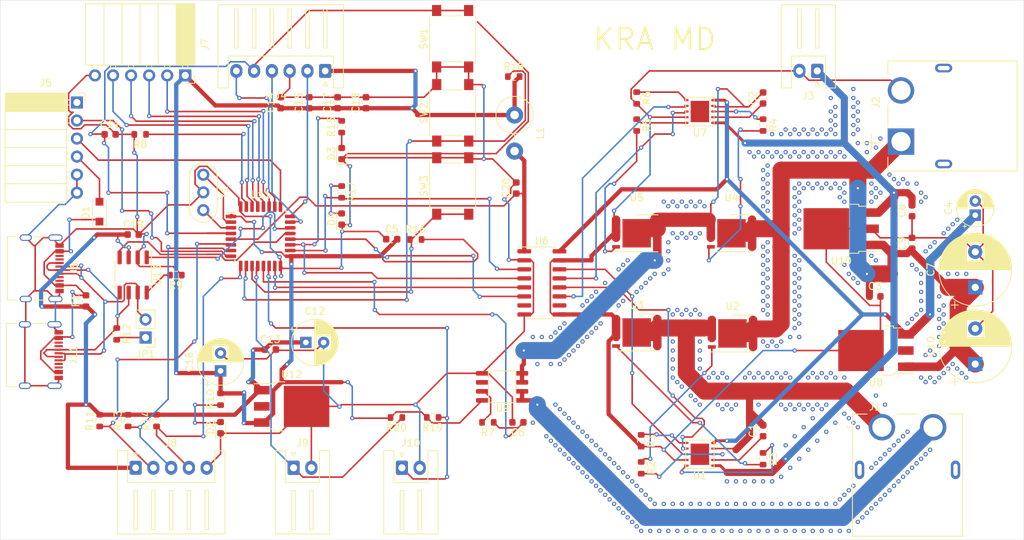
<source format=kicad_pcb>
(kicad_pcb (version 20171130) (host pcbnew "(5.1.12)-1")
  (layers (0 F.Cu signal) (31 B.Cu signal) (34 B.Paste user) (35 F.Paste user) (36 B.SilkS user) (37 F.SilkS user) (38 B.Mask user) (39 F.Mask user) (44 Edge.Cuts user))
  (net 0 "")
  (net 1 "Net-(C1-Pad2)")
  (net 2 "Net-(C1-Pad1)")
  (net 3 "Net-(C2-Pad1)")
  (net 4 /IP-)
  (net 5 GNDPWR)
  (net 6 /VREF)
  (net 7 GND)
  (net 8 +3V3)
  (net 9 /CURRENT)
  (net 10 +BATT)
  (net 11 /GVIN)
  (net 12 /NHK2022_MD_CTR/NRST)
  (net 13 +5V)
  (net 14 +3.3VADC)
  (net 15 /NHK2022_MD_CTR/UART_5V)
  (net 16 "Net-(D1-Pad2)")
  (net 17 "Net-(D2-Pad2)")
  (net 18 "Net-(D3-Pad2)")
  (net 19 "Net-(D4-Pad2)")
  (net 20 /IP+)
  (net 21 /NHK2022_MD_CTR/SWO)
  (net 22 /NHK2022_MD_CTR/SWDIO)
  (net 23 /NHK2022_MD_CTR/SWCLK)
  (net 24 "Net-(J5-Pad1)")
  (net 25 /NHK2022_MD_CTR/UART_TX)
  (net 26 /NHK2022_MD_CTR/UART_RX)
  (net 27 /NHK2022_MD_CTR/CANL)
  (net 28 /NHK2022_MD_CTR/CANH)
  (net 29 "Net-(J6-PadB8)")
  (net 30 "Net-(J6-PadA5)")
  (net 31 "Net-(J6-PadA8)")
  (net 32 "Net-(J6-PadB5)")
  (net 33 /NHK2022_MD_CTR/PB4)
  (net 34 /NHK2022_MD_CTR/PB5)
  (net 35 /NHK2022_MD_CTR/PB6)
  (net 36 /NHK2022_MD_CTR/PB7)
  (net 37 /NHK2022_MD_CTR/ENC_A)
  (net 38 /NHK2022_MD_CTR/ENC_B)
  (net 39 /NHK2022_MD_CTR/ENC_Z)
  (net 40 /NHK2022_MD_CTR/LIM1)
  (net 41 /NHK2022_MD_CTR/LIM2)
  (net 42 "Net-(JP1-Pad1)")
  (net 43 "Net-(R1-Pad1)")
  (net 44 "Net-(R2-Pad1)")
  (net 45 "Net-(R2-Pad2)")
  (net 46 "Net-(R3-Pad2)")
  (net 47 "Net-(R3-Pad1)")
  (net 48 "Net-(R4-Pad2)")
  (net 49 "Net-(R4-Pad1)")
  (net 50 "Net-(R5-Pad1)")
  (net 51 "Net-(R5-Pad2)")
  (net 52 "Net-(R6-Pad1)")
  (net 53 "Net-(R7-Pad2)")
  (net 54 "Net-(R8-Pad1)")
  (net 55 "Net-(R9-Pad2)")
  (net 56 /PWM2)
  (net 57 /NHK2022_MD_CTR/RUN_B)
  (net 58 /PWM1)
  (net 59 /NHK2022_MD_CTR/RUN_A)
  (net 60 /EN1_OUT)
  (net 61 /PWM1_OUT)
  (net 62 /EN1)
  (net 63 /EN2)
  (net 64 "Net-(U6-Pad7)")
  (net 65 "Net-(U6-Pad10)")
  (net 66 /EN2_OUT)
  (net 67 /PWM2_OUT)
  (net 68 "Net-(U8-Pad2)")
  (net 69 "Net-(U9-Pad6)")
  (net 70 "Net-(U11-Pad2)")
  (net 71 "Net-(U11-Pad3)")
  (net 72 /NHK2022_MD_CTR/CAN_RX)
  (net 73 /NHK2022_MD_CTR/CAN_TX)
  (net 74 "Net-(U12-Pad2)")
  (net 75 "Net-(U13-Pad5)")
  (net 76 "Net-(J11-PadB8)")
  (net 77 "Net-(J11-PadA5)")
  (net 78 "Net-(J11-PadA8)")
  (net 79 "Net-(J11-PadB5)")
  (module NHK2022_MD:AONS32304 (layer F.Cu) (at 153.035 110.49)
    (fp_text reference U3 (at 0 -3.82) (layer F.SilkS))
    (fp_text value AONS32304)
    (pad 1 smd rect (at -2.9 -1.905 270) (size 0.5 1.1) (layers F.Cu F.Paste F.Mask) (net 5 GNDPWR))
    (pad 3 smd rect (at 2.9 0.635 270) (size 0.5 1.1) (layers F.Cu F.Paste F.Mask) (net 1 "Net-(C1-Pad2)"))
    (pad 2 smd rect (at -2.9 1.905 270) (size 0.5 1.1) (layers F.Cu F.Paste F.Mask) (net 46 "Net-(R3-Pad2)"))
    (pad 3 smd rect (at 0 0 270) (size 4 4) (layers F.Cu F.Mask) (net 1 "Net-(C1-Pad2)"))
    (pad 1 smd rect (at -2.9 0.635 270) (size 0.5 1.1) (layers F.Cu F.Paste F.Mask) (net 5 GNDPWR))
    (pad 3 smd rect (at 2.9 -1.905 270) (size 0.5 1.1) (layers F.Cu F.Paste F.Mask) (net 1 "Net-(C1-Pad2)"))
    (pad 3 smd rect (at 2.9 1.905 270) (size 0.5 1.1) (layers F.Cu F.Paste F.Mask) (net 1 "Net-(C1-Pad2)"))
    (pad 1 smd rect (at -2.9 -0.635 270) (size 0.5 1.1) (layers F.Cu F.Paste F.Mask) (net 5 GNDPWR))
    (pad 3 smd rect (at 2.9 -0.635 270) (size 0.5 1.1) (layers F.Cu F.Paste F.Mask) (net 1 "Net-(C1-Pad2)"))
  )
  (module NHK2022_MD:AONS32304 (layer F.Cu) (at 166.505 110.625)
    (fp_text reference U2 (at 0 -3.82) (layer F.SilkS))
    (fp_text value AONS32304)
    (pad 1 smd rect (at -2.9 -1.905 270) (size 0.5 1.1) (layers F.Cu F.Paste F.Mask) (net 1 "Net-(C1-Pad2)"))
    (pad 3 smd rect (at 2.9 0.635 270) (size 0.5 1.1) (layers F.Cu F.Paste F.Mask) (net 10 +BATT))
    (pad 2 smd rect (at -2.9 1.905 270) (size 0.5 1.1) (layers F.Cu F.Paste F.Mask) (net 44 "Net-(R2-Pad1)"))
    (pad 3 smd rect (at 0 0 270) (size 4 4) (layers F.Cu F.Mask) (net 10 +BATT))
    (pad 1 smd rect (at -2.9 0.635 270) (size 0.5 1.1) (layers F.Cu F.Paste F.Mask) (net 1 "Net-(C1-Pad2)"))
    (pad 3 smd rect (at 2.9 -1.905 270) (size 0.5 1.1) (layers F.Cu F.Paste F.Mask) (net 10 +BATT))
    (pad 3 smd rect (at 2.9 1.905 270) (size 0.5 1.1) (layers F.Cu F.Paste F.Mask) (net 10 +BATT))
    (pad 1 smd rect (at -2.9 -0.635 270) (size 0.5 1.1) (layers F.Cu F.Paste F.Mask) (net 1 "Net-(C1-Pad2)"))
    (pad 3 smd rect (at 2.9 -0.635 270) (size 0.5 1.1) (layers F.Cu F.Paste F.Mask) (net 10 +BATT))
  )
  (module NHK2022_MD:AONS32304 (layer F.Cu) (at 153.035 96.52)
    (fp_text reference U5 (at 0 -5) (layer F.SilkS))
    (fp_text value AONS32304)
    (pad 1 smd rect (at -2.9 -1.905 270) (size 0.5 1.1) (layers F.Cu F.Paste F.Mask) (net 5 GNDPWR))
    (pad 3 smd rect (at 2.9 0.635 270) (size 0.5 1.1) (layers F.Cu F.Paste F.Mask) (net 4 /IP-))
    (pad 2 smd rect (at -2.9 1.905 270) (size 0.5 1.1) (layers F.Cu F.Paste F.Mask) (net 51 "Net-(R5-Pad2)"))
    (pad 3 smd rect (at 0 0 270) (size 4 4) (layers F.Cu F.Mask) (net 4 /IP-))
    (pad 1 smd rect (at -2.9 0.635 270) (size 0.5 1.1) (layers F.Cu F.Paste F.Mask) (net 5 GNDPWR))
    (pad 3 smd rect (at 2.9 -1.905 270) (size 0.5 1.1) (layers F.Cu F.Paste F.Mask) (net 4 /IP-))
    (pad 3 smd rect (at 2.9 1.905 270) (size 0.5 1.1) (layers F.Cu F.Paste F.Mask) (net 4 /IP-))
    (pad 1 smd rect (at -2.9 -0.635 270) (size 0.5 1.1) (layers F.Cu F.Paste F.Mask) (net 5 GNDPWR))
    (pad 3 smd rect (at 2.9 -0.635 270) (size 0.5 1.1) (layers F.Cu F.Paste F.Mask) (net 4 /IP-))
  )
  (module NHK2022_MD:AONS32304 (layer F.Cu) (at 166.37 96.52)
    (fp_text reference U4 (at 0 -5) (layer F.SilkS))
    (fp_text value AONS32304)
    (pad 1 smd rect (at -2.9 -1.905 270) (size 0.5 1.1) (layers F.Cu F.Paste F.Mask) (net 4 /IP-))
    (pad 3 smd rect (at 2.9 0.635 270) (size 0.5 1.1) (layers F.Cu F.Paste F.Mask) (net 10 +BATT))
    (pad 2 smd rect (at -2.9 1.905 270) (size 0.5 1.1) (layers F.Cu F.Paste F.Mask) (net 48 "Net-(R4-Pad2)"))
    (pad 3 smd rect (at 0 0 270) (size 4 4) (layers F.Cu F.Mask) (net 10 +BATT))
    (pad 1 smd rect (at -2.9 0.635 270) (size 0.5 1.1) (layers F.Cu F.Paste F.Mask) (net 4 /IP-))
    (pad 3 smd rect (at 2.9 -1.905 270) (size 0.5 1.1) (layers F.Cu F.Paste F.Mask) (net 10 +BATT))
    (pad 3 smd rect (at 2.9 1.905 270) (size 0.5 1.1) (layers F.Cu F.Paste F.Mask) (net 10 +BATT))
    (pad 1 smd rect (at -2.9 -0.635 270) (size 0.5 1.1) (layers F.Cu F.Paste F.Mask) (net 4 /IP-))
    (pad 3 smd rect (at 2.9 -0.635 270) (size 0.5 1.1) (layers F.Cu F.Paste F.Mask) (net 10 +BATT))
  )
  (module Connector_USB:USB_C_Receptacle_Palconn_UTC16-G (layer F.Cu) (at 69.34 101.455 270)
    (fp_text reference J6 (at 0 -4.58 90) (layer F.SilkS))
    (fp_text value USB_C_Receptacle_USB2.0)
    (pad S1 thru_hole oval (at -4.32 -1.93) (size 2 0.9) (drill oval 1.7 0.6) (layers *.Cu *.Mask) (net 7 GND))
    (pad S1 thru_hole oval (at 4.32 -1.93) (size 2 0.9) (drill oval 1.7 0.6) (layers *.Cu *.Mask) (net 7 GND))
    (pad S1 thru_hole oval (at -4.32 2.24) (size 1.7 0.9) (drill oval 1.4 0.6) (layers *.Cu *.Mask) (net 7 GND))
    (pad S1 thru_hole oval (at 4.32 2.24) (size 1.7 0.9) (drill oval 1.4 0.6) (layers *.Cu *.Mask) (net 7 GND))
    (pad B7 smd rect (at -0.75 -2.51 90) (size 0.3 1.16) (layers F.Cu F.Paste F.Mask) (net 27 /NHK2022_MD_CTR/CANL))
    (pad A6 smd rect (at -0.25 -2.51 90) (size 0.3 1.16) (layers F.Cu F.Paste F.Mask) (net 28 /NHK2022_MD_CTR/CANH))
    (pad A7 smd rect (at 0.25 -2.51 90) (size 0.3 1.16) (layers F.Cu F.Paste F.Mask) (net 27 /NHK2022_MD_CTR/CANL))
    (pad B8 smd rect (at -1.75 -2.51 90) (size 0.3 1.16) (layers F.Cu F.Paste F.Mask) (net 29 "Net-(J6-PadB8)"))
    (pad A5 smd rect (at -1.25 -2.51 90) (size 0.3 1.16) (layers F.Cu F.Paste F.Mask) (net 30 "Net-(J6-PadA5)"))
    (pad A8 smd rect (at 1.25 -2.51 90) (size 0.3 1.16) (layers F.Cu F.Paste F.Mask) (net 31 "Net-(J6-PadA8)"))
    (pad B6 smd rect (at 0.75 -2.51 90) (size 0.3 1.16) (layers F.Cu F.Paste F.Mask) (net 28 /NHK2022_MD_CTR/CANH))
    (pad B5 smd rect (at 1.75 -2.51 90) (size 0.3 1.16) (layers F.Cu F.Paste F.Mask) (net 32 "Net-(J6-PadB5)"))
    (pad "" np_thru_hole circle (at 2.89 -1.45 90) (size 0.6 0.6) (drill 0.6) (layers *.Cu *.Mask))
    (pad "" np_thru_hole circle (at -2.89 -1.45 90) (size 0.6 0.6) (drill 0.6) (layers *.Cu *.Mask))
    (pad A4 smd rect (at -2.4 -2.51 270) (size 0.6 1.16) (layers F.Cu F.Paste F.Mask) (net 15 /NHK2022_MD_CTR/UART_5V))
    (pad B9 smd rect (at -2.4 -2.51 270) (size 0.6 1.16) (layers F.Cu F.Paste F.Mask) (net 15 /NHK2022_MD_CTR/UART_5V))
    (pad A1 smd rect (at -3.2 -2.51 270) (size 0.6 1.16) (layers F.Cu F.Paste F.Mask) (net 7 GND))
    (pad B12 smd rect (at -3.2 -2.51 270) (size 0.6 1.16) (layers F.Cu F.Paste F.Mask) (net 7 GND))
    (pad B4 smd rect (at 2.4 -2.51 270) (size 0.6 1.16) (layers F.Cu F.Paste F.Mask) (net 15 /NHK2022_MD_CTR/UART_5V))
    (pad B1 smd rect (at 3.2 -2.51 270) (size 0.6 1.16) (layers F.Cu F.Paste F.Mask) (net 7 GND))
    (pad A9 smd rect (at 2.4 -2.51 270) (size 0.6 1.16) (layers F.Cu F.Paste F.Mask) (net 15 /NHK2022_MD_CTR/UART_5V))
    (pad A12 smd rect (at 3.2 -2.51 270) (size 0.6 1.16) (layers F.Cu F.Paste F.Mask) (net 7 GND))
  )
  (module MountingHole:MountingHole_3.2mm_M3 (layer F.Cu) (at 67.5 135.7)
    (fp_text reference MH6 hide)
    (fp_text value MountingHole_3.2mm_M3 hide)
    (pad 1 np_thru_hole circle (at 0 0) (size 3.2 3.2) (drill 3.2) (layers *.Cu *.Mask))
  )
  (module MountingHole:MountingHole_3.2mm_M3 (layer F.Cu) (at 203.5 135.7)
    (fp_text reference MH4 hide)
    (fp_text value MountingHole_3.2mm_M3 hide)
    (pad 1 np_thru_hole circle (at 0 0) (size 3.2 3.2) (drill 3.2) (layers *.Cu *.Mask))
  )
  (module MountingHole:MountingHole_3.2mm_M3 (layer F.Cu) (at 135.5 135.7)
    (fp_text reference MH5 hide)
    (fp_text value MountingHole_3.2mm_M3 hide)
    (pad 1 np_thru_hole circle (at 0 0) (size 3.2 3.2) (drill 3.2) (layers *.Cu *.Mask))
  )
  (module MountingHole:MountingHole_3.2mm_M3 (layer F.Cu) (at 203.5 67.7)
    (fp_text reference MH3 hide)
    (fp_text value MountingHole_3.2mm_M3 hide)
    (pad 1 np_thru_hole circle (at 0 0) (size 3.2 3.2) (drill 3.2) (layers *.Cu *.Mask))
  )
  (module MountingHole:MountingHole_3.2mm_M3 (layer F.Cu) (at 135.5 67.7)
    (fp_text reference MH2 hide)
    (fp_text value MountingHole_3.2mm_M3 hide)
    (pad 1 np_thru_hole circle (at 0 0) (size 3.2 3.2) (drill 3.2) (layers *.Cu *.Mask))
  )
  (module MountingHole:MountingHole_3.2mm_M3 (layer F.Cu) (at 67.5 67.7)
    (fp_text reference MH1 hide)
    (fp_text value MountingHole_3.2mm_M3 hide)
    (pad 1 np_thru_hole circle (at 0 0) (size 3.2 3.2) (drill 3.2) (layers *.Cu *.Mask))
  )
  (module Capacitor_SMD:C_0603_1608Metric (layer F.Cu) (at 170.815 124.32 90)
    (fp_text reference C1 (at 0 -1.43 90) (layer F.SilkS))
    (fp_text value 0.068u)
    (pad 2 smd roundrect (at 0.775 0 90) (size 0.9 0.95) (layers F.Cu F.Paste F.Mask) (net 1 "Net-(C1-Pad2)"))
    (pad 1 smd roundrect (at -0.775 0 90) (size 0.9 0.95) (layers F.Cu F.Paste F.Mask) (net 2 "Net-(C1-Pad1)"))
  )
  (module Capacitor_SMD:C_0603_1608Metric (layer F.Cu) (at 170.815 77.47 90)
    (fp_text reference C2 (at 0 -1.43 90) (layer F.SilkS))
    (fp_text value 0.068u)
    (pad 1 smd roundrect (at -0.775 0 90) (size 0.9 0.95) (layers F.Cu F.Paste F.Mask) (net 3 "Net-(C2-Pad1)"))
    (pad 2 smd roundrect (at 0.775 0 90) (size 0.9 0.95) (layers F.Cu F.Paste F.Mask) (net 4 /IP-))
  )
  (module Capacitor_SMD:C_0603_1608Metric (layer F.Cu) (at 186.55 105.41)
    (fp_text reference C3 (at 0 -1.43) (layer F.SilkS))
    (fp_text value 0.33u)
    (pad 1 smd roundrect (at -0.775 0) (size 0.9 0.95) (layers F.Cu F.Paste F.Mask) (net 10 +BATT))
    (pad 2 smd roundrect (at 0.775 0) (size 0.9 0.95) (layers F.Cu F.Paste F.Mask) (net 5 GNDPWR))
  )
  (module Capacitor_THT:CP_Radial_D5.0mm_P2.00mm (layer F.Cu) (at 200.66 93.98 90)
    (fp_text reference C4 (at 1 -3.75 90) (layer F.SilkS))
    (fp_text value 22u)
    (pad 1 thru_hole rect (at 0 0 90) (size 1.6 1.6) (drill 0.8) (layers *.Cu *.Mask) (net 6 /VREF))
    (pad 2 thru_hole circle (at 2 0 90) (size 1.6 1.6) (drill 0.8) (layers *.Cu *.Mask) (net 5 GNDPWR))
  )
  (module Capacitor_SMD:C_0603_1608Metric (layer F.Cu) (at 118.575 97.35)
    (fp_text reference C5 (at 0 -1.43) (layer F.SilkS))
    (fp_text value 0.1u)
    (pad 1 smd roundrect (at -0.775 0) (size 0.9 0.95) (layers F.Cu F.Paste F.Mask) (net 7 GND))
    (pad 2 smd roundrect (at 0.775 0) (size 0.9 0.95) (layers F.Cu F.Paste F.Mask) (net 8 +3V3))
  )
  (module Capacitor_SMD:C_0603_1608Metric (layer F.Cu) (at 136.33 123.14 180)
    (fp_text reference C6 (at 0 -1.43) (layer F.SilkS))
    (fp_text value 0.02u)
    (pad 2 smd roundrect (at 0.775 0 180) (size 0.9 0.95) (layers F.Cu F.Paste F.Mask) (net 7 GND))
    (pad 1 smd roundrect (at -0.775 0 180) (size 0.9 0.95) (layers F.Cu F.Paste F.Mask) (net 9 /CURRENT))
  )
  (module Capacitor_THT:CP_Radial_D10.0mm_P5.00mm (layer F.Cu) (at 200.66 104.14 90)
    (fp_text reference C7 (at 2.5 -6.25 90) (layer F.SilkS))
    (fp_text value 470u)
    (pad 2 thru_hole circle (at 5 0 90) (size 2 2) (drill 1) (layers *.Cu *.Mask) (net 5 GNDPWR))
    (pad 1 thru_hole rect (at 0 0 90) (size 2 2) (drill 1) (layers *.Cu *.Mask) (net 10 +BATT))
  )
  (module Capacitor_SMD:C_0603_1608Metric (layer F.Cu) (at 191.77 93.345 90)
    (fp_text reference C8 (at 0 -1.43 90) (layer F.SilkS))
    (fp_text value 0.1u)
    (pad 2 smd roundrect (at 0.775 0 90) (size 0.9 0.95) (layers F.Cu F.Paste F.Mask) (net 11 /GVIN))
    (pad 1 smd roundrect (at -0.775 0 90) (size 0.9 0.95) (layers F.Cu F.Paste F.Mask) (net 5 GNDPWR))
  )
  (module Capacitor_SMD:C_0603_1608Metric (layer F.Cu) (at 191.77 97.93 90)
    (fp_text reference C9 (at 0 -1.43 90) (layer F.SilkS))
    (fp_text value 0.33u)
    (pad 2 smd roundrect (at 0.775 0 90) (size 0.9 0.95) (layers F.Cu F.Paste F.Mask) (net 5 GNDPWR))
    (pad 1 smd roundrect (at -0.775 0 90) (size 0.9 0.95) (layers F.Cu F.Paste F.Mask) (net 10 +BATT))
  )
  (module Capacitor_THT:CP_Radial_D10.0mm_P5.00mm (layer F.Cu) (at 200.66 114.935 90)
    (fp_text reference C10 (at 2.5 -6.25 90) (layer F.SilkS))
    (fp_text value 470u)
    (pad 1 thru_hole rect (at 0 0 90) (size 2 2) (drill 1) (layers *.Cu *.Mask) (net 10 +BATT))
    (pad 2 thru_hole circle (at 5 0 90) (size 2 2) (drill 1) (layers *.Cu *.Mask) (net 5 GNDPWR))
  )
  (module Capacitor_SMD:C_0603_1608Metric (layer F.Cu) (at 78.965 82.59)
    (fp_text reference C11 (at 0 -1.43) (layer F.SilkS))
    (fp_text value 0.1u)
    (pad 1 smd roundrect (at -0.775 0) (size 0.9 0.95) (layers F.Cu F.Paste F.Mask) (net 12 /NHK2022_MD_CTR/NRST))
    (pad 2 smd roundrect (at 0.775 0) (size 0.9 0.95) (layers F.Cu F.Paste F.Mask) (net 7 GND))
  )
  (module Capacitor_THT:CP_Radial_D6.3mm_P2.50mm (layer F.Cu) (at 106.5 111.89)
    (fp_text reference C12 (at 1.25 -4.4) (layer F.SilkS))
    (fp_text value 47u)
    (pad 1 thru_hole rect (at 0 0) (size 1.6 1.6) (drill 0.8) (layers *.Cu *.Mask) (net 13 +5V))
    (pad 2 thru_hole circle (at 2.5 0) (size 1.6 1.6) (drill 0.8) (layers *.Cu *.Mask) (net 7 GND))
  )
  (module Capacitor_SMD:C_0603_1608Metric (layer F.Cu) (at 101.5 112.89)
    (fp_text reference C13 (at 0 -1.43) (layer F.SilkS))
    (fp_text value 0.1u)
    (pad 2 smd roundrect (at 0.775 0) (size 0.9 0.95) (layers F.Cu F.Paste F.Mask) (net 7 GND))
    (pad 1 smd roundrect (at -0.775 0) (size 0.9 0.95) (layers F.Cu F.Paste F.Mask) (net 13 +5V))
  )
  (module Capacitor_SMD:C_0603_1608Metric (layer F.Cu) (at 102.96 78.14 90)
    (fp_text reference C14 (at 0 -1.43 90) (layer F.SilkS))
    (fp_text value 0.1u)
    (pad 1 smd roundrect (at -0.775 0 90) (size 0.9 0.95) (layers F.Cu F.Paste F.Mask) (net 8 +3V3))
    (pad 2 smd roundrect (at 0.775 0 90) (size 0.9 0.95) (layers F.Cu F.Paste F.Mask) (net 7 GND))
  )
  (module Capacitor_SMD:C_0603_1608Metric (layer F.Cu) (at 106.96 78.14 90)
    (fp_text reference C15 (at 0 -1.43 90) (layer F.SilkS))
    (fp_text value 0.1u)
    (pad 2 smd roundrect (at 0.775 0 90) (size 0.9 0.95) (layers F.Cu F.Paste F.Mask) (net 7 GND))
    (pad 1 smd roundrect (at -0.775 0 90) (size 0.9 0.95) (layers F.Cu F.Paste F.Mask) (net 8 +3V3))
  )
  (module Capacitor_THT:CP_Radial_D6.3mm_P2.50mm (layer F.Cu) (at 94.5 115.89 90)
    (fp_text reference C16 (at 1.25 -4.4 90) (layer F.SilkS))
    (fp_text value 47u)
    (pad 2 thru_hole circle (at 2.5 0 90) (size 1.6 1.6) (drill 0.8) (layers *.Cu *.Mask) (net 7 GND))
    (pad 1 thru_hole rect (at 0 0 90) (size 1.6 1.6) (drill 0.8) (layers *.Cu *.Mask) (net 8 +3V3))
  )
  (module Capacitor_SMD:C_0603_1608Metric (layer F.Cu) (at 110.96 78.14 90)
    (fp_text reference C17 (at 0 -1.43 90) (layer F.SilkS))
    (fp_text value 0.1u)
    (pad 1 smd roundrect (at -0.775 0 90) (size 0.9 0.95) (layers F.Cu F.Paste F.Mask) (net 8 +3V3))
    (pad 2 smd roundrect (at 0.775 0 90) (size 0.9 0.95) (layers F.Cu F.Paste F.Mask) (net 7 GND))
  )
  (module Capacitor_SMD:C_0603_1608Metric (layer F.Cu) (at 114.96 78.14 90)
    (fp_text reference C18 (at 0 -1.43 90) (layer F.SilkS))
    (fp_text value 0.1u)
    (pad 2 smd roundrect (at 0.775 0 90) (size 0.9 0.95) (layers F.Cu F.Paste F.Mask) (net 7 GND))
    (pad 1 smd roundrect (at -0.775 0 90) (size 0.9 0.95) (layers F.Cu F.Paste F.Mask) (net 8 +3V3))
  )
  (module Capacitor_SMD:C_0603_1608Metric (layer F.Cu) (at 82.21 96.7)
    (fp_text reference C19 (at 0 -1.43) (layer F.SilkS))
    (fp_text value 0.1u)
    (pad 1 smd roundrect (at -0.775 0) (size 0.9 0.95) (layers F.Cu F.Paste F.Mask) (net 13 +5V))
    (pad 2 smd roundrect (at 0.775 0) (size 0.9 0.95) (layers F.Cu F.Paste F.Mask) (net 7 GND))
  )
  (module Capacitor_SMD:C_0603_1608Metric (layer F.Cu) (at 136.1 90.15 90)
    (fp_text reference C20 (at 0 -1.43 90) (layer F.SilkS))
    (fp_text value 10u)
    (pad 1 smd roundrect (at -0.775 0 90) (size 0.9 0.95) (layers F.Cu F.Paste F.Mask) (net 14 +3.3VADC))
    (pad 2 smd roundrect (at 0.775 0 90) (size 0.9 0.95) (layers F.Cu F.Paste F.Mask) (net 7 GND))
  )
  (module Diode_SMD:D_SOD-123F (layer F.Cu) (at 77.47 93.475 90)
    (fp_text reference D1 (at -0.127 -1.905 90) (layer F.SilkS))
    (fp_text value D)
    (pad 1 smd rect (at -1.4 0 90) (size 1.1 1.1) (layers F.Cu F.Paste F.Mask) (net 15 /NHK2022_MD_CTR/UART_5V))
    (pad 2 smd rect (at 1.4 0 90) (size 1.1 1.1) (layers F.Cu F.Paste F.Mask) (net 16 "Net-(D1-Pad2)"))
  )
  (module LED_SMD:LED_0603_1608Metric (layer F.Cu) (at 94.5 123.89 90)
    (fp_text reference D2 (at 0 -1.43 90) (layer F.SilkS))
    (fp_text value LED)
    (pad 1 smd roundrect (at -0.7875 0 90) (size 0.875 0.95) (layers F.Cu F.Paste F.Mask) (net 7 GND))
    (pad 2 smd roundrect (at 0.7875 0 90) (size 0.875 0.95) (layers F.Cu F.Paste F.Mask) (net 17 "Net-(D2-Pad2)"))
  )
  (module LED_SMD:LED_0603_1608Metric (layer F.Cu) (at 111.535 85.3025 90)
    (fp_text reference D3 (at 0 -1.43 90) (layer F.SilkS))
    (fp_text value LED)
    (pad 1 smd roundrect (at -0.7875 0 90) (size 0.875 0.95) (layers F.Cu F.Paste F.Mask) (net 7 GND))
    (pad 2 smd roundrect (at 0.7875 0 90) (size 0.875 0.95) (layers F.Cu F.Paste F.Mask) (net 18 "Net-(D3-Pad2)"))
  )
  (module LED_SMD:LED_0603_1608Metric (layer F.Cu) (at 111.535 94.515 90)
    (fp_text reference D4 (at 0 -1.43 90) (layer F.SilkS))
    (fp_text value LED)
    (pad 2 smd roundrect (at 0.7875 0 90) (size 0.875 0.95) (layers F.Cu F.Paste F.Mask) (net 19 "Net-(D4-Pad2)"))
    (pad 1 smd roundrect (at -0.7875 0 90) (size 0.875 0.95) (layers F.Cu F.Paste F.Mask) (net 7 GND))
  )
  (module Connector_PinHeader_2.54mm:PinHeader_1x02_P2.54mm_Vertical (layer F.Cu) (at 83.95 111.2 180)
    (fp_text reference JP1 (at 0 -2.33) (layer F.SilkS))
    (fp_text value Jumper_2_Open)
    (pad 1 thru_hole rect (at 0 0 180) (size 1.7 1.7) (drill 1) (layers *.Cu *.Mask) (net 42 "Net-(JP1-Pad1)"))
    (pad 2 thru_hole oval (at 0 2.54 180) (size 1.7 1.7) (drill 1) (layers *.Cu *.Mask) (net 28 /NHK2022_MD_CTR/CANH))
  )
  (module Inductor_THT:L_Axial_L12.0mm_D5.0mm_P5.08mm_Vertical_Fastron_MISC (layer F.Cu) (at 135.86 79.87 270)
    (fp_text reference L1 (at 2.54 -3.62 90) (layer F.SilkS))
    (fp_text value INDUCTOR)
    (pad 1 thru_hole circle (at 0 0 270) (size 2.4 2.4) (drill 1.2) (layers *.Cu *.Mask) (net 8 +3V3))
    (pad 2 thru_hole oval (at 5.08 0 270) (size 2.4 2.4) (drill 1.2) (layers *.Cu *.Mask) (net 14 +3.3VADC))
  )
  (module Resistor_SMD:R_0603_1608Metric (layer F.Cu) (at 153.67 125.73 270)
    (fp_text reference R1 (at 0 -1.43 90) (layer F.SilkS))
    (fp_text value 100k)
    (pad 2 smd roundrect (at 0.825 0 270) (size 0.8 0.95) (layers F.Cu F.Paste F.Mask) (net 5 GNDPWR))
    (pad 1 smd roundrect (at -0.825 0 270) (size 0.8 0.95) (layers F.Cu F.Paste F.Mask) (net 43 "Net-(R1-Pad1)"))
  )
  (module Resistor_SMD:R_0603_1608Metric (layer F.Cu) (at 153.67 129.54 270)
    (fp_text reference R2 (at 0 -1.43 90) (layer F.SilkS))
    (fp_text value 13)
    (pad 1 smd roundrect (at -0.825 0 270) (size 0.8 0.95) (layers F.Cu F.Paste F.Mask) (net 44 "Net-(R2-Pad1)"))
    (pad 2 smd roundrect (at 0.825 0 270) (size 0.8 0.95) (layers F.Cu F.Paste F.Mask) (net 45 "Net-(R2-Pad2)"))
  )
  (module Resistor_SMD:R_0603_1608Metric (layer F.Cu) (at 170.815 128.27 270)
    (fp_text reference R3 (at 0 -1.43 90) (layer F.SilkS))
    (fp_text value 13)
    (pad 2 smd roundrect (at 0.825 0 270) (size 0.8 0.95) (layers F.Cu F.Paste F.Mask) (net 46 "Net-(R3-Pad2)"))
    (pad 1 smd roundrect (at -0.825 0 270) (size 0.8 0.95) (layers F.Cu F.Paste F.Mask) (net 47 "Net-(R3-Pad1)"))
  )
  (module Resistor_SMD:R_0603_1608Metric (layer F.Cu) (at 170.815 81.28 270)
    (fp_text reference R4 (at 0 -1.43 90) (layer F.SilkS))
    (fp_text value 13)
    (pad 2 smd roundrect (at 0.825 0 270) (size 0.8 0.95) (layers F.Cu F.Paste F.Mask) (net 48 "Net-(R4-Pad2)"))
    (pad 1 smd roundrect (at -0.825 0 270) (size 0.8 0.95) (layers F.Cu F.Paste F.Mask) (net 49 "Net-(R4-Pad1)"))
  )
  (module Resistor_SMD:R_0603_1608Metric (layer F.Cu) (at 153.035 81.28 270)
    (fp_text reference R5 (at 0 -1.43 90) (layer F.SilkS))
    (fp_text value 13)
    (pad 1 smd roundrect (at -0.825 0 270) (size 0.8 0.95) (layers F.Cu F.Paste F.Mask) (net 50 "Net-(R5-Pad1)"))
    (pad 2 smd roundrect (at 0.825 0 270) (size 0.8 0.95) (layers F.Cu F.Paste F.Mask) (net 51 "Net-(R5-Pad2)"))
  )
  (module Resistor_SMD:R_0603_1608Metric (layer F.Cu) (at 153.035 77.47 270)
    (fp_text reference R6 (at 0 -1.43 90) (layer F.SilkS))
    (fp_text value 100k)
    (pad 2 smd roundrect (at 0.825 0 270) (size 0.8 0.95) (layers F.Cu F.Paste F.Mask) (net 5 GNDPWR))
    (pad 1 smd roundrect (at -0.825 0 270) (size 0.8 0.95) (layers F.Cu F.Paste F.Mask) (net 52 "Net-(R6-Pad1)"))
  )
  (module Resistor_SMD:R_0603_1608Metric (layer F.Cu) (at 132.105 123.14 180)
    (fp_text reference R7 (at 0 -1.43) (layer F.SilkS))
    (fp_text value 100)
    (pad 1 smd roundrect (at -0.825 0 180) (size 0.8 0.95) (layers F.Cu F.Paste F.Mask) (net 9 /CURRENT))
    (pad 2 smd roundrect (at 0.825 0 180) (size 0.8 0.95) (layers F.Cu F.Paste F.Mask) (net 53 "Net-(R7-Pad2)"))
  )
  (module Resistor_SMD:R_0603_1608Metric (layer F.Cu) (at 83.19 82.59 180)
    (fp_text reference R8 (at 0 -1.43) (layer F.SilkS))
    (fp_text value 10K)
    (pad 1 smd roundrect (at -0.825 0 180) (size 0.8 0.95) (layers F.Cu F.Paste F.Mask) (net 54 "Net-(R8-Pad1)"))
    (pad 2 smd roundrect (at 0.825 0 180) (size 0.8 0.95) (layers F.Cu F.Paste F.Mask) (net 7 GND))
  )
  (module Resistor_SMD:R_0603_1608Metric (layer F.Cu) (at 88.22 102.41 180)
    (fp_text reference R9 (at 0 -1.43) (layer F.SilkS))
    (fp_text value 10K)
    (pad 1 smd roundrect (at -0.825 0 180) (size 0.8 0.95) (layers F.Cu F.Paste F.Mask) (net 7 GND))
    (pad 2 smd roundrect (at 0.825 0 180) (size 0.8 0.95) (layers F.Cu F.Paste F.Mask) (net 55 "Net-(R9-Pad2)"))
  )
  (module Resistor_SMD:R_0603_1608Metric (layer F.Cu) (at 94.5 119.89 90)
    (fp_text reference R10 (at 0 -1.43 90) (layer F.SilkS))
    (fp_text value 1k)
    (pad 1 smd roundrect (at -0.825 0 90) (size 0.8 0.95) (layers F.Cu F.Paste F.Mask) (net 17 "Net-(D2-Pad2)"))
    (pad 2 smd roundrect (at 0.825 0 90) (size 0.8 0.95) (layers F.Cu F.Paste F.Mask) (net 8 +3V3))
  )
  (module Resistor_SMD:R_0603_1608Metric (layer F.Cu) (at 77.5 122.89 90)
    (fp_text reference R11 (at 0 -1.43 90) (layer F.SilkS))
    (fp_text value 10K)
    (pad 1 smd roundrect (at -0.825 0 90) (size 0.8 0.95) (layers F.Cu F.Paste F.Mask) (net 37 /NHK2022_MD_CTR/ENC_A))
    (pad 2 smd roundrect (at 0.825 0 90) (size 0.8 0.95) (layers F.Cu F.Paste F.Mask) (net 13 +5V))
  )
  (module Resistor_SMD:R_0603_1608Metric (layer F.Cu) (at 79.89 110.69 270)
    (fp_text reference R12 (at 0 -1.43 90) (layer F.SilkS))
    (fp_text value 120)
    (pad 1 smd roundrect (at -0.825 0 270) (size 0.8 0.95) (layers F.Cu F.Paste F.Mask) (net 27 /NHK2022_MD_CTR/CANL))
    (pad 2 smd roundrect (at 0.825 0 270) (size 0.8 0.95) (layers F.Cu F.Paste F.Mask) (net 42 "Net-(JP1-Pad1)"))
  )
  (module Resistor_SMD:R_0603_1608Metric (layer F.Cu) (at 81.5 122.89 90)
    (fp_text reference R13 (at 0 -1.43 90) (layer F.SilkS))
    (fp_text value 10K)
    (pad 2 smd roundrect (at 0.825 0 90) (size 0.8 0.95) (layers F.Cu F.Paste F.Mask) (net 13 +5V))
    (pad 1 smd roundrect (at -0.825 0 90) (size 0.8 0.95) (layers F.Cu F.Paste F.Mask) (net 38 /NHK2022_MD_CTR/ENC_B))
  )
  (module Resistor_SMD:R_0603_1608Metric (layer F.Cu) (at 85.5 122.89 90)
    (fp_text reference R14 (at 0 -1.43 90) (layer F.SilkS))
    (fp_text value 10K)
    (pad 1 smd roundrect (at -0.825 0 90) (size 0.8 0.95) (layers F.Cu F.Paste F.Mask) (net 39 /NHK2022_MD_CTR/ENC_Z))
    (pad 2 smd roundrect (at 0.825 0 90) (size 0.8 0.95) (layers F.Cu F.Paste F.Mask) (net 13 +5V))
  )
  (module Resistor_SMD:R_0603_1608Metric (layer F.Cu) (at 111.535 81.515 90)
    (fp_text reference R15 (at 0 -1.43 90) (layer F.SilkS))
    (fp_text value 1k)
    (pad 2 smd roundrect (at 0.825 0 90) (size 0.8 0.95) (layers F.Cu F.Paste F.Mask) (net 56 /PWM2))
    (pad 1 smd roundrect (at -0.825 0 90) (size 0.8 0.95) (layers F.Cu F.Paste F.Mask) (net 18 "Net-(D3-Pad2)"))
  )
  (module Resistor_SMD:R_0603_1608Metric (layer F.Cu) (at 121.945 97.39)
    (fp_text reference R16 (at 0 -1.43) (layer F.SilkS))
    (fp_text value 10K)
    (pad 1 smd roundrect (at -0.825 0) (size 0.8 0.95) (layers F.Cu F.Paste F.Mask) (net 57 /NHK2022_MD_CTR/RUN_B))
    (pad 2 smd roundrect (at 0.825 0) (size 0.8 0.95) (layers F.Cu F.Paste F.Mask) (net 8 +3V3))
  )
  (module Resistor_SMD:R_0603_1608Metric (layer F.Cu) (at 111.535 90.69 270)
    (fp_text reference R17 (at 0 -1.43 90) (layer F.SilkS))
    (fp_text value 1k)
    (pad 2 smd roundrect (at 0.825 0 270) (size 0.8 0.95) (layers F.Cu F.Paste F.Mask) (net 58 /PWM1))
    (pad 1 smd roundrect (at -0.825 0 270) (size 0.8 0.95) (layers F.Cu F.Paste F.Mask) (net 19 "Net-(D4-Pad2)"))
  )
  (module Resistor_SMD:R_0603_1608Metric (layer F.Cu) (at 135.74 74.46)
    (fp_text reference R18 (at 0 -1.43) (layer F.SilkS))
    (fp_text value 10K)
    (pad 2 smd roundrect (at 0.825 0) (size 0.8 0.95) (layers F.Cu F.Paste F.Mask) (net 8 +3V3))
    (pad 1 smd roundrect (at -0.825 0) (size 0.8 0.95) (layers F.Cu F.Paste F.Mask) (net 59 /NHK2022_MD_CTR/RUN_A))
  )
  (module Resistor_SMD:R_0603_1608Metric (layer F.Cu) (at 124.34 122.445 180)
    (fp_text reference R19 (at 0 -1.43) (layer F.SilkS))
    (fp_text value 1K)
    (pad 2 smd roundrect (at 0.825 0 180) (size 0.8 0.95) (layers F.Cu F.Paste F.Mask) (net 8 +3V3))
    (pad 1 smd roundrect (at -0.825 0 180) (size 0.8 0.95) (layers F.Cu F.Paste F.Mask) (net 41 /NHK2022_MD_CTR/LIM2))
  )
  (module Resistor_SMD:R_0603_1608Metric (layer F.Cu) (at 119.24 122.465 180)
    (fp_text reference R20 (at 0 -1.43) (layer F.SilkS))
    (fp_text value 1K)
    (pad 2 smd roundrect (at 0.825 0 180) (size 0.8 0.95) (layers F.Cu F.Paste F.Mask) (net 8 +3V3))
    (pad 1 smd roundrect (at -0.825 0 180) (size 0.8 0.95) (layers F.Cu F.Paste F.Mask) (net 40 /NHK2022_MD_CTR/LIM1))
  )
  (module NHK2022_MD:Button_switch (layer F.Cu) (at 127.145 69.13 90)
    (fp_text reference SW1 (at 0 -4.05 90) (layer F.SilkS))
    (fp_text value SW_MEC_5E)
    (pad 2 smd rect (at -3.975 2.25 90) (size 1.55 1.3) (layers F.Cu F.Paste F.Mask) (net 7 GND))
    (pad 1 smd rect (at -3.975 -2.25 90) (size 1.55 1.3) (layers F.Cu F.Paste F.Mask) (net 7 GND))
    (pad 3 smd rect (at 3.975 -2.25 90) (size 1.55 1.3) (layers F.Cu F.Paste F.Mask) (net 12 /NHK2022_MD_CTR/NRST))
    (pad 4 smd rect (at 3.975 2.25 90) (size 1.55 1.3) (layers F.Cu F.Paste F.Mask) (net 12 /NHK2022_MD_CTR/NRST))
  )
  (module NHK2022_MD:Button_switch (layer F.Cu) (at 127.16 79.56 90)
    (fp_text reference SW2 (at 0 -4.05 90) (layer F.SilkS))
    (fp_text value SW_MEC_5E)
    (pad 4 smd rect (at 3.975 2.25 90) (size 1.55 1.3) (layers F.Cu F.Paste F.Mask) (net 7 GND))
    (pad 3 smd rect (at 3.975 -2.25 90) (size 1.55 1.3) (layers F.Cu F.Paste F.Mask) (net 7 GND))
    (pad 1 smd rect (at -3.975 -2.25 90) (size 1.55 1.3) (layers F.Cu F.Paste F.Mask) (net 59 /NHK2022_MD_CTR/RUN_A))
    (pad 2 smd rect (at -3.975 2.25 90) (size 1.55 1.3) (layers F.Cu F.Paste F.Mask) (net 59 /NHK2022_MD_CTR/RUN_A))
  )
  (module NHK2022_MD:Button_switch (layer F.Cu) (at 127.16 89.86 90)
    (fp_text reference SW3 (at 0 -4.05 90) (layer F.SilkS))
    (fp_text value SW_MEC_5E)
    (pad 2 smd rect (at -3.975 2.25 90) (size 1.55 1.3) (layers F.Cu F.Paste F.Mask) (net 57 /NHK2022_MD_CTR/RUN_B))
    (pad 1 smd rect (at -3.975 -2.25 90) (size 1.55 1.3) (layers F.Cu F.Paste F.Mask) (net 57 /NHK2022_MD_CTR/RUN_B))
    (pad 3 smd rect (at 3.975 -2.25 90) (size 1.55 1.3) (layers F.Cu F.Paste F.Mask) (net 7 GND))
    (pad 4 smd rect (at 3.975 2.25 90) (size 1.55 1.3) (layers F.Cu F.Paste F.Mask) (net 7 GND))
  )
  (module NHK2022_MD:HIP2210FRTZ-T7A (layer F.Cu) (at 161.925 127.635 180)
    (fp_text reference U1 (at 0 -3) (layer F.SilkS))
    (fp_text value HIP2210FRTZ-T7A)
    (pad 1 smd rect (at -1.9 -1.6 180) (size 0.6 0.3) (layers F.Cu F.Paste F.Mask) (net 11 /GVIN))
    (pad 2 smd rect (at -1.9 -0.8 180) (size 0.6 0.3) (layers F.Cu F.Paste F.Mask) (net 2 "Net-(C1-Pad1)"))
    (pad 3 smd rect (at -1.9 0 180) (size 0.6 0.3) (layers F.Cu F.Paste F.Mask) (net 45 "Net-(R2-Pad2)"))
    (pad 4 smd rect (at -1.9 0.8 180) (size 0.6 0.3) (layers F.Cu F.Paste F.Mask) (net 1 "Net-(C1-Pad2)"))
    (pad 5 smd rect (at -1.9 1.6 180) (size 0.6 0.3) (layers F.Cu F.Paste F.Mask) (net 6 /VREF))
    (pad 6 smd rect (at 1.9 1.6 180) (size 0.6 0.3) (layers F.Cu F.Paste F.Mask) (net 43 "Net-(R1-Pad1)"))
    (pad 7 smd rect (at 1.9 0.8 180) (size 0.6 0.3) (layers F.Cu F.Paste F.Mask) (net 60 /EN1_OUT))
    (pad 8 smd rect (at 1.9 0 180) (size 0.6 0.3) (layers F.Cu F.Paste F.Mask) (net 61 /PWM1_OUT))
    (pad 9 smd rect (at 1.9 -0.8 180) (size 0.6 0.3) (layers F.Cu F.Paste F.Mask) (net 5 GNDPWR))
    (pad 10 smd rect (at 1.9 -1.6 180) (size 0.6 0.3) (layers F.Cu F.Paste F.Mask) (net 47 "Net-(R3-Pad1)"))
    (pad 11 smd rect (at 0 0 180) (size 2.6 3) (layers F.Cu F.Mask))
  )
  (module NHK2022_MD:MAX14930DASE+ (layer F.Cu) (at 139.7 103.505)
    (fp_text reference U6 (at 0 -5.9) (layer F.SilkS))
    (fp_text value MAX14930DASE+)
    (pad 1 smd roundrect (at -2.475 -4.445) (size 1.95 0.6) (layers F.Cu F.Paste F.Mask) (net 14 +3.3VADC))
    (pad 2 smd roundrect (at -2.475 -3.175) (size 1.95 0.6) (layers F.Cu F.Paste F.Mask) (net 7 GND))
    (pad 3 smd roundrect (at -2.475 -1.905) (size 1.95 0.6) (layers F.Cu F.Paste F.Mask) (net 58 /PWM1))
    (pad 4 smd roundrect (at -2.475 -0.635) (size 1.95 0.6) (layers F.Cu F.Paste F.Mask) (net 56 /PWM2))
    (pad 5 smd roundrect (at -2.475 0.635) (size 1.95 0.6) (layers F.Cu F.Paste F.Mask) (net 62 /EN1))
    (pad 6 smd roundrect (at -2.475 1.905) (size 1.95 0.6) (layers F.Cu F.Paste F.Mask) (net 63 /EN2))
    (pad 7 smd roundrect (at -2.475 3.175) (size 1.95 0.6) (layers F.Cu F.Paste F.Mask) (net 64 "Net-(U6-Pad7)"))
    (pad 8 smd roundrect (at -2.475 4.445) (size 1.95 0.6) (layers F.Cu F.Paste F.Mask) (net 7 GND))
    (pad 9 smd roundrect (at 2.475 4.445) (size 1.95 0.6) (layers F.Cu F.Paste F.Mask) (net 5 GNDPWR))
    (pad 10 smd roundrect (at 2.475 3.175) (size 1.95 0.6) (layers F.Cu F.Paste F.Mask) (net 65 "Net-(U6-Pad10)"))
    (pad 11 smd roundrect (at 2.475 1.905) (size 1.95 0.6) (layers F.Cu F.Paste F.Mask) (net 66 /EN2_OUT))
    (pad 12 smd roundrect (at 2.475 0.635) (size 1.95 0.6) (layers F.Cu F.Paste F.Mask) (net 60 /EN1_OUT))
    (pad 13 smd roundrect (at 2.475 -0.635) (size 1.95 0.6) (layers F.Cu F.Paste F.Mask) (net 67 /PWM2_OUT))
    (pad 14 smd roundrect (at 2.475 -1.905) (size 1.95 0.6) (layers F.Cu F.Paste F.Mask) (net 61 /PWM1_OUT))
    (pad 15 smd roundrect (at 2.475 -3.175) (size 1.95 0.6) (layers F.Cu F.Paste F.Mask) (net 5 GNDPWR))
    (pad 16 smd roundrect (at 2.475 -4.445) (size 1.95 0.6) (layers F.Cu F.Paste F.Mask) (net 6 /VREF))
  )
  (module NHK2022_MD:HIP2210FRTZ-T7A (layer F.Cu) (at 161.925 79.375 180)
    (fp_text reference U7 (at 0 -3) (layer F.SilkS))
    (fp_text value HIP2210FRTZ-T7A)
    (pad 11 smd rect (at 0 0 180) (size 2.6 3) (layers F.Cu F.Mask))
    (pad 10 smd rect (at 1.9 -1.6 180) (size 0.6 0.3) (layers F.Cu F.Paste F.Mask) (net 50 "Net-(R5-Pad1)"))
    (pad 9 smd rect (at 1.9 -0.8 180) (size 0.6 0.3) (layers F.Cu F.Paste F.Mask) (net 5 GNDPWR))
    (pad 8 smd rect (at 1.9 0 180) (size 0.6 0.3) (layers F.Cu F.Paste F.Mask) (net 67 /PWM2_OUT))
    (pad 7 smd rect (at 1.9 0.8 180) (size 0.6 0.3) (layers F.Cu F.Paste F.Mask) (net 66 /EN2_OUT))
    (pad 6 smd rect (at 1.9 1.6 180) (size 0.6 0.3) (layers F.Cu F.Paste F.Mask) (net 52 "Net-(R6-Pad1)"))
    (pad 5 smd rect (at -1.9 1.6 180) (size 0.6 0.3) (layers F.Cu F.Paste F.Mask) (net 6 /VREF))
    (pad 4 smd rect (at -1.9 0.8 180) (size 0.6 0.3) (layers F.Cu F.Paste F.Mask) (net 4 /IP-))
    (pad 3 smd rect (at -1.9 0 180) (size 0.6 0.3) (layers F.Cu F.Paste F.Mask) (net 49 "Net-(R4-Pad1)"))
    (pad 2 smd rect (at -1.9 -0.8 180) (size 0.6 0.3) (layers F.Cu F.Paste F.Mask) (net 3 "Net-(C2-Pad1)"))
    (pad 1 smd rect (at -1.9 -1.6 180) (size 0.6 0.3) (layers F.Cu F.Paste F.Mask) (net 11 /GVIN))
  )
  (module Package_TO_SOT_SMD:TO-252-3_TabPin4 (layer F.Cu) (at 186.69 113.03 180)
    (fp_text reference U8 (at 0 -4.5) (layer F.SilkS))
    (fp_text value BA33BC0FP)
    (pad 1 smd rect (at -4.2 -2.28 180) (size 2.2 1.2) (layers F.Cu F.Paste F.Mask) (net 10 +BATT))
    (pad 2 smd rect (at -4.2 0 180) (size 2.2 1.2) (layers F.Cu F.Paste F.Mask) (net 68 "Net-(U8-Pad2)"))
    (pad 3 smd rect (at -4.2 2.28 180) (size 2.2 1.2) (layers F.Cu F.Paste F.Mask) (net 6 /VREF))
    (pad 4 smd rect (at 2.1 0 180) (size 6.4 5.8) (layers F.Cu F.Mask) (net 5 GNDPWR))
  )
  (module NHK2022_MD:CC6920BSO-50A (layer F.Cu) (at 134.105 118.14 180)
    (fp_text reference U9 (at -0.0889 -3) (layer F.SilkS))
    (fp_text value CC6920BSO-50A)
    (pad 1 smd roundrect (at -2.8 -1.905 180) (size 1.75 0.65) (layers F.Cu F.Paste F.Mask) (net 20 /IP+))
    (pad 2 smd roundrect (at -2.8 -0.635 180) (size 1.75 0.65) (layers F.Cu F.Paste F.Mask) (net 20 /IP+))
    (pad 3 smd roundrect (at -2.8 0.635 180) (size 1.75 0.65) (layers F.Cu F.Paste F.Mask) (net 4 /IP-))
    (pad 4 smd roundrect (at -2.8 1.905 180) (size 1.75 0.65) (layers F.Cu F.Paste F.Mask) (net 4 /IP-))
    (pad 5 smd roundrect (at 2.8 1.905 180) (size 1.75 0.65) (layers F.Cu F.Paste F.Mask) (net 7 GND))
    (pad 6 smd roundrect (at 2.8 0.635 180) (size 1.75 0.65) (layers F.Cu F.Paste F.Mask) (net 69 "Net-(U9-Pad6)"))
    (pad 7 smd roundrect (at 2.8 -0.635 180) (size 1.75 0.65) (layers F.Cu F.Paste F.Mask) (net 53 "Net-(R7-Pad2)"))
    (pad 8 smd roundrect (at 2.8 -1.905 180) (size 1.75 0.65) (layers F.Cu F.Paste F.Mask) (net 8 +3V3))
  )
  (module NHK2022_MD:NJM7812SDL1 (layer F.Cu) (at 181.805 95.885 180)
    (fp_text reference U10 (at 0 -4.5) (layer F.SilkS))
    (fp_text value NJM7812SDL)
    (pad 1 smd rect (at -4.2 -2.28 180) (size 2.2 1.2) (layers F.Cu F.Paste F.Mask) (net 10 +BATT))
    (pad 2 smd rect (at -4.2 0 180) (size 2.2 1.2) (layers F.Cu F.Paste F.Mask) (net 5 GNDPWR))
    (pad 3 smd rect (at -4.2 2.28 180) (size 2.2 1.2) (layers F.Cu F.Paste F.Mask) (net 11 /GVIN))
    (pad 2 smd rect (at 2.1 0 180) (size 6.4 5.8) (layers F.Cu F.Mask) (net 5 GNDPWR))
  )
  (module Package_QFP:LQFP-32_7x7mm_P0.8mm (layer F.Cu) (at 100.13 96.95)
    (fp_text reference U11 (at 0 -5.88) (layer F.SilkS))
    (fp_text value STM32F303K8Tx)
    (pad 1 smd roundrect (at -4.175 -2.8) (size 1.5 0.5) (layers F.Cu F.Paste F.Mask) (net 8 +3V3))
    (pad 2 smd roundrect (at -4.175 -2) (size 1.5 0.5) (layers F.Cu F.Paste F.Mask) (net 70 "Net-(U11-Pad2)"))
    (pad 3 smd roundrect (at -4.175 -1.2) (size 1.5 0.5) (layers F.Cu F.Paste F.Mask) (net 71 "Net-(U11-Pad3)"))
    (pad 4 smd roundrect (at -4.175 -0.4) (size 1.5 0.5) (layers F.Cu F.Paste F.Mask) (net 12 /NHK2022_MD_CTR/NRST))
    (pad 5 smd roundrect (at -4.175 0.4) (size 1.5 0.5) (layers F.Cu F.Paste F.Mask) (net 14 +3.3VADC))
    (pad 6 smd roundrect (at -4.175 1.2) (size 1.5 0.5) (layers F.Cu F.Paste F.Mask) (net 37 /NHK2022_MD_CTR/ENC_A))
    (pad 7 smd roundrect (at -4.175 2) (size 1.5 0.5) (layers F.Cu F.Paste F.Mask) (net 38 /NHK2022_MD_CTR/ENC_B))
    (pad 8 smd roundrect (at -4.175 2.8) (size 1.5 0.5) (layers F.Cu F.Paste F.Mask) (net 25 /NHK2022_MD_CTR/UART_TX))
    (pad 9 smd roundrect (at -2.8 4.175) (size 0.5 1.5) (layers F.Cu F.Paste F.Mask) (net 39 /NHK2022_MD_CTR/ENC_Z))
    (pad 10 smd roundrect (at -2 4.175) (size 0.5 1.5) (layers F.Cu F.Paste F.Mask) (net 59 /NHK2022_MD_CTR/RUN_A))
    (pad 11 smd roundrect (at -1.2 4.175) (size 0.5 1.5) (layers F.Cu F.Paste F.Mask) (net 57 /NHK2022_MD_CTR/RUN_B))
    (pad 12 smd roundrect (at -0.4 4.175) (size 0.5 1.5) (layers F.Cu F.Paste F.Mask) (net 40 /NHK2022_MD_CTR/LIM1))
    (pad 13 smd roundrect (at 0.4 4.175) (size 0.5 1.5) (layers F.Cu F.Paste F.Mask) (net 9 /CURRENT))
    (pad 14 smd roundrect (at 1.2 4.175) (size 0.5 1.5) (layers F.Cu F.Paste F.Mask) (net 41 /NHK2022_MD_CTR/LIM2))
    (pad 15 smd roundrect (at 2 4.175) (size 0.5 1.5) (layers F.Cu F.Paste F.Mask) (net 62 /EN1))
    (pad 16 smd roundrect (at 2.8 4.175) (size 0.5 1.5) (layers F.Cu F.Paste F.Mask) (net 7 GND))
    (pad 17 smd roundrect (at 4.175 2.8) (size 1.5 0.5) (layers F.Cu F.Paste F.Mask) (net 8 +3V3))
    (pad 18 smd roundrect (at 4.175 2) (size 1.5 0.5) (layers F.Cu F.Paste F.Mask) (net 58 /PWM1))
    (pad 19 smd roundrect (at 4.175 1.2) (size 1.5 0.5) (layers F.Cu F.Paste F.Mask) (net 56 /PWM2))
    (pad 20 smd roundrect (at 4.175 0.4) (size 1.5 0.5) (layers F.Cu F.Paste F.Mask) (net 63 /EN2))
    (pad 21 smd roundrect (at 4.175 -0.4) (size 1.5 0.5) (layers F.Cu F.Paste F.Mask) (net 72 /NHK2022_MD_CTR/CAN_RX))
    (pad 22 smd roundrect (at 4.175 -1.2) (size 1.5 0.5) (layers F.Cu F.Paste F.Mask) (net 73 /NHK2022_MD_CTR/CAN_TX))
    (pad 23 smd roundrect (at 4.175 -2) (size 1.5 0.5) (layers F.Cu F.Paste F.Mask) (net 22 /NHK2022_MD_CTR/SWDIO))
    (pad 24 smd roundrect (at 4.175 -2.8) (size 1.5 0.5) (layers F.Cu F.Paste F.Mask) (net 23 /NHK2022_MD_CTR/SWCLK))
    (pad 25 smd roundrect (at 2.8 -4.175) (size 0.5 1.5) (layers F.Cu F.Paste F.Mask) (net 26 /NHK2022_MD_CTR/UART_RX))
    (pad 26 smd roundrect (at 2 -4.175) (size 0.5 1.5) (layers F.Cu F.Paste F.Mask) (net 21 /NHK2022_MD_CTR/SWO))
    (pad 27 smd roundrect (at 1.2 -4.175) (size 0.5 1.5) (layers F.Cu F.Paste F.Mask) (net 33 /NHK2022_MD_CTR/PB4))
    (pad 28 smd roundrect (at 0.4 -4.175) (size 0.5 1.5) (layers F.Cu F.Paste F.Mask) (net 34 /NHK2022_MD_CTR/PB5))
    (pad 29 smd roundrect (at -0.4 -4.175) (size 0.5 1.5) (layers F.Cu F.Paste F.Mask) (net 35 /NHK2022_MD_CTR/PB6))
    (pad 30 smd roundrect (at -1.2 -4.175) (size 0.5 1.5) (layers F.Cu F.Paste F.Mask) (net 36 /NHK2022_MD_CTR/PB7))
    (pad 31 smd roundrect (at -2 -4.175) (size 0.5 1.5) (layers F.Cu F.Paste F.Mask) (net 54 "Net-(R8-Pad1)"))
    (pad 32 smd roundrect (at -2.8 -4.175) (size 0.5 1.5) (layers F.Cu F.Paste F.Mask) (net 7 GND))
  )
  (module Package_TO_SOT_SMD:TO-252-3_TabPin4 (layer F.Cu) (at 104.5 120.89)
    (fp_text reference U12 (at 0 -4.5) (layer F.SilkS))
    (fp_text value BA33BC0FP)
    (pad 4 smd rect (at 2.1 0) (size 6.4 5.8) (layers F.Cu F.Mask) (net 7 GND))
    (pad 3 smd rect (at -4.2 2.28) (size 2.2 1.2) (layers F.Cu F.Paste F.Mask) (net 8 +3V3))
    (pad 2 smd rect (at -4.2 0) (size 2.2 1.2) (layers F.Cu F.Paste F.Mask) (net 74 "Net-(U12-Pad2)"))
    (pad 1 smd rect (at -4.2 -2.28) (size 2.2 1.2) (layers F.Cu F.Paste F.Mask) (net 13 +5V))
  )
  (module Package_SO:SOIC-8_3.9x4.9mm_P1.27mm (layer F.Cu) (at 82.21 102.39 270)
    (fp_text reference U13 (at 0 -3.4 90) (layer F.SilkS))
    (fp_text value MCP2551-I-SN)
    (pad 1 smd roundrect (at -2.475 -1.905 270) (size 1.95 0.6) (layers F.Cu F.Paste F.Mask) (net 73 /NHK2022_MD_CTR/CAN_TX))
    (pad 2 smd roundrect (at -2.475 -0.635 270) (size 1.95 0.6) (layers F.Cu F.Paste F.Mask) (net 7 GND))
    (pad 3 smd roundrect (at -2.475 0.635 270) (size 1.95 0.6) (layers F.Cu F.Paste F.Mask) (net 13 +5V))
    (pad 4 smd roundrect (at -2.475 1.905 270) (size 1.95 0.6) (layers F.Cu F.Paste F.Mask) (net 72 /NHK2022_MD_CTR/CAN_RX))
    (pad 5 smd roundrect (at 2.475 1.905 270) (size 1.95 0.6) (layers F.Cu F.Paste F.Mask) (net 75 "Net-(U13-Pad5)"))
    (pad 6 smd roundrect (at 2.475 0.635 270) (size 1.95 0.6) (layers F.Cu F.Paste F.Mask) (net 27 /NHK2022_MD_CTR/CANL))
    (pad 7 smd roundrect (at 2.475 -0.635 270) (size 1.95 0.6) (layers F.Cu F.Paste F.Mask) (net 28 /NHK2022_MD_CTR/CANH))
    (pad 8 smd roundrect (at 2.475 -1.905 270) (size 1.95 0.6) (layers F.Cu F.Paste F.Mask) (net 55 "Net-(R9-Pad2)"))
  )
  (module Crystal:Resonator-3Pin_W8.0mm_H3.5mm (layer F.Cu) (at 92.075 88.265 270)
    (fp_text reference Y1 (at 2.5 -2.95 90) (layer F.SilkS))
    (fp_text value 8MHz)
    (pad 1 thru_hole circle (at 0 0 270) (size 1.7 1.7) (drill 1) (layers *.Cu *.Mask) (net 70 "Net-(U11-Pad2)"))
    (pad 2 thru_hole circle (at 2.5 0 270) (size 1.7 1.7) (drill 1) (layers *.Cu *.Mask) (net 7 GND))
    (pad 3 thru_hole circle (at 5 0 270) (size 1.7 1.7) (drill 1) (layers *.Cu *.Mask) (net 71 "Net-(U11-Pad3)"))
  )
  (module Connector_USB:USB_C_Receptacle_Palconn_UTC16-G (layer F.Cu) (at 69.215 113.665 270)
    (fp_text reference J11 (at 0 -4.58 90) (layer F.SilkS))
    (fp_text value USB_C_Receptacle_USB2.0)
    (pad S1 thru_hole oval (at -4.32 -1.93) (size 2 0.9) (drill oval 1.7 0.6) (layers *.Cu *.Mask) (net 7 GND))
    (pad S1 thru_hole oval (at 4.32 -1.93) (size 2 0.9) (drill oval 1.7 0.6) (layers *.Cu *.Mask) (net 7 GND))
    (pad S1 thru_hole oval (at -4.32 2.24) (size 1.7 0.9) (drill oval 1.4 0.6) (layers *.Cu *.Mask) (net 7 GND))
    (pad S1 thru_hole oval (at 4.32 2.24) (size 1.7 0.9) (drill oval 1.4 0.6) (layers *.Cu *.Mask) (net 7 GND))
    (pad B7 smd rect (at -0.75 -2.51 90) (size 0.3 1.16) (layers F.Cu F.Paste F.Mask) (net 27 /NHK2022_MD_CTR/CANL))
    (pad A6 smd rect (at -0.25 -2.51 90) (size 0.3 1.16) (layers F.Cu F.Paste F.Mask) (net 28 /NHK2022_MD_CTR/CANH))
    (pad A7 smd rect (at 0.25 -2.51 90) (size 0.3 1.16) (layers F.Cu F.Paste F.Mask) (net 27 /NHK2022_MD_CTR/CANL))
    (pad B8 smd rect (at -1.75 -2.51 90) (size 0.3 1.16) (layers F.Cu F.Paste F.Mask) (net 76 "Net-(J11-PadB8)"))
    (pad A5 smd rect (at -1.25 -2.51 90) (size 0.3 1.16) (layers F.Cu F.Paste F.Mask) (net 77 "Net-(J11-PadA5)"))
    (pad A8 smd rect (at 1.25 -2.51 90) (size 0.3 1.16) (layers F.Cu F.Paste F.Mask) (net 78 "Net-(J11-PadA8)"))
    (pad B6 smd rect (at 0.75 -2.51 90) (size 0.3 1.16) (layers F.Cu F.Paste F.Mask) (net 28 /NHK2022_MD_CTR/CANH))
    (pad B5 smd rect (at 1.75 -2.51 90) (size 0.3 1.16) (layers F.Cu F.Paste F.Mask) (net 79 "Net-(J11-PadB5)"))
    (pad "" np_thru_hole circle (at 2.89 -1.45 90) (size 0.6 0.6) (drill 0.6) (layers *.Cu *.Mask))
    (pad "" np_thru_hole circle (at -2.89 -1.45 90) (size 0.6 0.6) (drill 0.6) (layers *.Cu *.Mask))
    (pad A4 smd rect (at -2.4 -2.51 270) (size 0.6 1.16) (layers F.Cu F.Paste F.Mask) (net 15 /NHK2022_MD_CTR/UART_5V))
    (pad B9 smd rect (at -2.4 -2.51 270) (size 0.6 1.16) (layers F.Cu F.Paste F.Mask) (net 15 /NHK2022_MD_CTR/UART_5V))
    (pad A1 smd rect (at -3.2 -2.51 270) (size 0.6 1.16) (layers F.Cu F.Paste F.Mask) (net 7 GND))
    (pad B12 smd rect (at -3.2 -2.51 270) (size 0.6 1.16) (layers F.Cu F.Paste F.Mask) (net 7 GND))
    (pad B4 smd rect (at 2.4 -2.51 270) (size 0.6 1.16) (layers F.Cu F.Paste F.Mask) (net 15 /NHK2022_MD_CTR/UART_5V))
    (pad B1 smd rect (at 3.2 -2.51 270) (size 0.6 1.16) (layers F.Cu F.Paste F.Mask) (net 7 GND))
    (pad A9 smd rect (at 2.4 -2.51 270) (size 0.6 1.16) (layers F.Cu F.Paste F.Mask) (net 15 /NHK2022_MD_CTR/UART_5V))
    (pad A12 smd rect (at 3.2 -2.51 270) (size 0.6 1.16) (layers F.Cu F.Paste F.Mask) (net 7 GND))
  )
  (module Fuse:Fuse_0603_1608Metric (layer F.Cu) (at 75.565 106.045 90)
    (fp_text reference F1 (at 0 -1.43 90) (layer F.SilkS))
    (fp_text value "Polyfuse 1A")
    (pad 1 smd roundrect (at -0.7875 0 90) (size 0.875 0.95) (layers F.Cu F.Paste F.Mask) (net 13 +5V))
    (pad 2 smd roundrect (at 0.7875 0 90) (size 0.875 0.95) (layers F.Cu F.Paste F.Mask) (net 15 /NHK2022_MD_CTR/UART_5V))
  )
  (module XT60PW-F:AMASS_XT60PW-F (layer F.Cu) (at 191.135 123.825)
    (fp_text reference J1 (at -4.575 -2.885) (layer F.SilkS))
    (fp_text value XT60PW-F)
    (pad 1 thru_hole circle (at -3.6 0) (size 3.716 3.716) (drill 2.7) (layers *.Cu *.Mask) (net 1 "Net-(C1-Pad2)"))
    (pad 2 thru_hole circle (at 3.6 0) (size 3.716 3.716) (drill 2.7) (layers *.Cu *.Mask) (net 20 /IP+))
    (pad S1 thru_hole oval (at -6.75 6) (size 1.3 2.6) (drill oval 0.6 1.7) (layers *.Cu *.Mask))
    (pad S2 thru_hole oval (at 6.75 6) (size 1.3 2.6) (drill oval 0.6 1.7) (layers *.Cu *.Mask))
  )
  (module XT60PW-M:AMASS_XT60PW-M (layer F.Cu) (at 196.215 80.01 270)
    (fp_text reference J2 (at -1.905 9.525 90) (layer F.SilkS) (effects (font (size 1.000441 1.000441))))
    (fp_text value XT60PW-M)
    (pad 2 thru_hole circle (at -3.6 6 270) (size 3.716 3.716) (drill 2.7) (layers *.Cu *.Mask) (net 5 GNDPWR))
    (pad 1 thru_hole rect (at 3.6 6 270) (size 3.716 3.716) (drill 2.7) (layers *.Cu *.Mask) (net 10 +BATT))
    (pad S2 thru_hole oval (at -6.75 0 270) (size 1.2 2.4) (drill oval 0.6 1.7) (layers *.Cu *.Mask))
    (pad S1 thru_hole oval (at 6.75 0 270) (size 1.2 2.4) (drill oval 0.6 1.7) (layers *.Cu *.Mask))
  )
  (module Connector_JST:JST_XH_S2B-XH-A_1x02_P2.50mm_Horizontal (layer F.Cu) (at 178.435 73.66 180)
    (fp_text reference J3 (at 1.25 -3.5) (layer F.SilkS))
    (fp_text value XH)
    (pad 1 thru_hole roundrect (at 0 0 180) (size 1.7 2) (drill 1) (layers *.Cu *.Mask) (roundrect_rratio 0.147059) (net 11 /GVIN))
    (pad 2 thru_hole oval (at 2.5 0 180) (size 1.7 2) (drill 1) (layers *.Cu *.Mask) (net 5 GNDPWR))
  )
  (module Connector_JST:JST_XH_S6B-XH-A_1x06_P2.50mm_Horizontal (layer F.Cu) (at 109.22 73.66 180)
    (fp_text reference J4 (at 6.25 -3.5) (layer F.SilkS))
    (fp_text value Conn_01x06_Female)
    (pad 1 thru_hole roundrect (at 0 0 180) (size 1.7 1.95) (drill 0.95) (layers *.Cu *.Mask) (roundrect_rratio 0.147059) (net 8 +3V3))
    (pad 2 thru_hole oval (at 2.5 0 180) (size 1.7 1.95) (drill 0.95) (layers *.Cu *.Mask) (net 23 /NHK2022_MD_CTR/SWCLK))
    (pad 3 thru_hole oval (at 5 0 180) (size 1.7 1.95) (drill 0.95) (layers *.Cu *.Mask) (net 7 GND))
    (pad 4 thru_hole oval (at 7.5 0 180) (size 1.7 1.95) (drill 0.95) (layers *.Cu *.Mask) (net 22 /NHK2022_MD_CTR/SWDIO))
    (pad 5 thru_hole oval (at 10 0 180) (size 1.7 1.95) (drill 0.95) (layers *.Cu *.Mask) (net 12 /NHK2022_MD_CTR/NRST))
    (pad 6 thru_hole oval (at 12.5 0 180) (size 1.7 1.95) (drill 0.95) (layers *.Cu *.Mask) (net 21 /NHK2022_MD_CTR/SWO))
  )
  (module Connector_PinSocket_2.54mm:PinSocket_1x06_P2.54mm_Horizontal (layer F.Cu) (at 74.295 78.105)
    (fp_text reference J5 (at -4.38 -2.77) (layer F.SilkS))
    (fp_text value Conn_01x06_Female)
    (pad 1 thru_hole rect (at 0 0) (size 1.7 1.7) (drill 1) (layers *.Cu *.Mask) (net 24 "Net-(J5-Pad1)"))
    (pad 2 thru_hole oval (at 0 2.54) (size 1.7 1.7) (drill 1) (layers *.Cu *.Mask) (net 25 /NHK2022_MD_CTR/UART_TX))
    (pad 3 thru_hole oval (at 0 5.08) (size 1.7 1.7) (drill 1) (layers *.Cu *.Mask) (net 26 /NHK2022_MD_CTR/UART_RX))
    (pad 4 thru_hole oval (at 0 7.62) (size 1.7 1.7) (drill 1) (layers *.Cu *.Mask) (net 16 "Net-(D1-Pad2)"))
    (pad 5 thru_hole oval (at 0 10.16) (size 1.7 1.7) (drill 1) (layers *.Cu *.Mask) (net 7 GND))
    (pad 6 thru_hole oval (at 0 12.7) (size 1.7 1.7) (drill 1) (layers *.Cu *.Mask) (net 7 GND))
  )
  (module Connector_PinSocket_2.54mm:PinSocket_1x06_P2.54mm_Horizontal (layer F.Cu) (at 89.535 74.295 270)
    (fp_text reference J7 (at -4.38 -2.77 90) (layer F.SilkS))
    (fp_text value Conn_01x06)
    (pad 6 thru_hole oval (at 0 12.7 270) (size 1.7 1.7) (drill 1) (layers *.Cu *.Mask) (net 7 GND))
    (pad 5 thru_hole oval (at 0 10.16 270) (size 1.7 1.7) (drill 1) (layers *.Cu *.Mask) (net 36 /NHK2022_MD_CTR/PB7))
    (pad 4 thru_hole oval (at 0 7.62 270) (size 1.7 1.7) (drill 1) (layers *.Cu *.Mask) (net 35 /NHK2022_MD_CTR/PB6))
    (pad 3 thru_hole oval (at 0 5.08 270) (size 1.7 1.7) (drill 1) (layers *.Cu *.Mask) (net 34 /NHK2022_MD_CTR/PB5))
    (pad 2 thru_hole oval (at 0 2.54 270) (size 1.7 1.7) (drill 1) (layers *.Cu *.Mask) (net 33 /NHK2022_MD_CTR/PB4))
    (pad 1 thru_hole rect (at 0 0 270) (size 1.7 1.7) (drill 1) (layers *.Cu *.Mask) (net 8 +3V3))
  )
  (module Connector_JST:JST_XH_S5B-XH-A_1x05_P2.50mm_Horizontal (layer F.Cu) (at 82.55 129.54)
    (fp_text reference J8 (at 5 -3.5) (layer F.SilkS))
    (fp_text value Conn_01x05)
    (pad 1 thru_hole roundrect (at 0 0) (size 1.7 1.95) (drill 0.95) (layers *.Cu *.Mask) (roundrect_rratio 0.147059) (net 13 +5V))
    (pad 2 thru_hole oval (at 2.5 0) (size 1.7 1.95) (drill 0.95) (layers *.Cu *.Mask) (net 37 /NHK2022_MD_CTR/ENC_A))
    (pad 3 thru_hole oval (at 5 0) (size 1.7 1.95) (drill 0.95) (layers *.Cu *.Mask) (net 38 /NHK2022_MD_CTR/ENC_B))
    (pad 4 thru_hole oval (at 7.5 0) (size 1.7 1.95) (drill 0.95) (layers *.Cu *.Mask) (net 39 /NHK2022_MD_CTR/ENC_Z))
    (pad 5 thru_hole oval (at 10 0) (size 1.7 1.95) (drill 0.95) (layers *.Cu *.Mask) (net 7 GND))
  )
  (module Connector_JST:JST_XH_S2B-XH-A_1x02_P2.50mm_Horizontal (layer F.Cu) (at 104.775 129.54)
    (fp_text reference J9 (at 1.25 -3.5) (layer F.SilkS))
    (fp_text value Conn_01x02)
    (pad 2 thru_hole oval (at 2.5 0) (size 1.7 2) (drill 1) (layers *.Cu *.Mask) (net 7 GND))
    (pad 1 thru_hole roundrect (at 0 0) (size 1.7 2) (drill 1) (layers *.Cu *.Mask) (roundrect_rratio 0.147059) (net 40 /NHK2022_MD_CTR/LIM1))
  )
  (module Connector_JST:JST_XH_S2B-XH-A_1x02_P2.50mm_Horizontal (layer F.Cu) (at 120.015 129.54)
    (fp_text reference J10 (at 1.25 -3.5) (layer F.SilkS))
    (fp_text value Conn_01x02)
    (pad 1 thru_hole roundrect (at 0 0) (size 1.7 2) (drill 1) (layers *.Cu *.Mask) (roundrect_rratio 0.147059) (net 41 /NHK2022_MD_CTR/LIM2))
    (pad 2 thru_hole oval (at 2.5 0) (size 1.7 2) (drill 1) (layers *.Cu *.Mask) (net 7 GND))
  )
  (gr_text "KRA MD" (at 155.575 69.215) (layer F.SilkS) (effects (font (size 3 3) (thickness 0.3))))
  (gr_line (start 63.5 63.7) (end 207.5 63.7) (layer Edge.Cuts) (width 0.05))
  (gr_line (start 63.5 63.7) (end 63.5 139.7) (layer Edge.Cuts) (width 0.05))
  (gr_line (start 207.5 139.7) (end 207.5 63.7) (layer Edge.Cuts) (width 0.05))
  (gr_line (start 63.5 139.7) (end 207.5 139.7) (layer Edge.Cuts) (width 0.05))
  (via (at 180.34 77.47) (size 0.6) (drill 0.3) (layers F.Cu B.Cu) (net 0))
  (via (at 180.975 78.74) (size 0.6) (drill 0.3) (layers F.Cu B.Cu) (net 0))
  (via (at 180.975 80.01) (size 0.6) (drill 0.3) (layers F.Cu B.Cu) (net 0))
  (via (at 180.975 81.28) (size 0.6) (drill 0.3) (layers F.Cu B.Cu) (net 0))
  (via (at 180.975 82.55) (size 0.6) (drill 0.3) (layers F.Cu B.Cu) (net 0))
  (via (at 179.705 82.55) (size 0.6) (drill 0.3) (layers F.Cu B.Cu) (net 0))
  (via (at 178.435 82.55) (size 0.6) (drill 0.3) (layers F.Cu B.Cu) (net 0))
  (via (at 177.165 82.55) (size 0.6) (drill 0.3) (layers F.Cu B.Cu) (net 0))
  (via (at 175.895 82.55) (size 0.6) (drill 0.3) (layers F.Cu B.Cu) (net 0))
  (via (at 174.625 82.55) (size 0.6) (drill 0.3) (layers F.Cu B.Cu) (net 0))
  (via (at 173.355 82.55) (size 0.6) (drill 0.3) (layers F.Cu B.Cu) (net 0))
  (via (at 172.085 82.55) (size 0.6) (drill 0.3) (layers F.Cu B.Cu) (net 0))
  (via (at 183.515 77.47) (size 0.6) (drill 0.3) (layers F.Cu B.Cu) (net 0))
  (via (at 183.515 78.74) (size 0.6) (drill 0.3) (layers F.Cu B.Cu) (net 0))
  (via (at 183.515 80.01) (size 0.6) (drill 0.3) (layers F.Cu B.Cu) (net 0))
  (via (at 183.515 81.28) (size 0.6) (drill 0.3) (layers F.Cu B.Cu) (net 0))
  (via (at 183.515 82.55) (size 0.6) (drill 0.3) (layers F.Cu B.Cu) (net 0))
  (via (at 184.15 83.82) (size 0.6) (drill 0.3) (layers F.Cu B.Cu) (net 0))
  (via (at 185.42 85.09) (size 0.6) (drill 0.3) (layers F.Cu B.Cu) (net 0))
  (via (at 186.69 84.455) (size 0.6) (drill 0.3) (layers F.Cu B.Cu) (net 0))
  (via (at 187.325 83.185) (size 0.6) (drill 0.3) (layers F.Cu B.Cu) (net 0))
  (via (at 181.61 85.09) (size 0.6) (drill 0.3) (layers F.Cu B.Cu) (net 0))
  (via (at 182.245 85.725) (size 0.6) (drill 0.3) (layers F.Cu B.Cu) (net 0))
  (via (at 180.34 85.09) (size 0.6) (drill 0.3) (layers F.Cu B.Cu) (net 0))
  (via (at 179.07 85.09) (size 0.6) (drill 0.3) (layers F.Cu B.Cu) (net 0))
  (via (at 177.8 85.09) (size 0.6) (drill 0.3) (layers F.Cu B.Cu) (net 0))
  (via (at 176.53 85.09) (size 0.6) (drill 0.3) (layers F.Cu B.Cu) (net 0))
  (via (at 175.26 85.09) (size 0.6) (drill 0.3) (layers F.Cu B.Cu) (net 0))
  (via (at 173.99 85.09) (size 0.6) (drill 0.3) (layers F.Cu B.Cu) (net 0))
  (via (at 172.72 85.09) (size 0.6) (drill 0.3) (layers F.Cu B.Cu) (net 0))
  (via (at 171.45 85.09) (size 0.6) (drill 0.3) (layers F.Cu B.Cu) (net 0))
  (via (at 170.18 85.09) (size 0.6) (drill 0.3) (layers F.Cu B.Cu) (net 0))
  (via (at 168.91 85.09) (size 0.6) (drill 0.3) (layers F.Cu B.Cu) (net 0))
  (via (at 180.975 85.725) (size 0.6) (drill 0.3) (layers F.Cu B.Cu) (net 0))
  (via (at 179.705 85.725) (size 0.6) (drill 0.3) (layers F.Cu B.Cu) (net 0))
  (via (at 178.435 85.725) (size 0.6) (drill 0.3) (layers F.Cu B.Cu) (net 0))
  (via (at 177.165 85.725) (size 0.6) (drill 0.3) (layers F.Cu B.Cu) (net 0))
  (via (at 175.895 85.725) (size 0.6) (drill 0.3) (layers F.Cu B.Cu) (net 0))
  (via (at 174.625 85.725) (size 0.6) (drill 0.3) (layers F.Cu B.Cu) (net 0))
  (via (at 173.355 85.725) (size 0.6) (drill 0.3) (layers F.Cu B.Cu) (net 0))
  (via (at 172.085 85.725) (size 0.6) (drill 0.3) (layers F.Cu B.Cu) (net 0))
  (via (at 170.815 85.725) (size 0.6) (drill 0.3) (layers F.Cu B.Cu) (net 0))
  (via (at 169.545 85.725) (size 0.6) (drill 0.3) (layers F.Cu B.Cu) (net 0))
  (via (at 182.245 89.535) (size 0.6) (drill 0.3) (layers F.Cu B.Cu) (net 0))
  (via (at 182.245 90.805) (size 0.6) (drill 0.3) (layers F.Cu B.Cu) (net 0))
  (via (at 182.245 92.075) (size 0.6) (drill 0.3) (layers F.Cu B.Cu) (net 0))
  (via (at 180.975 89.535) (size 0.6) (drill 0.3) (layers F.Cu B.Cu) (net 0))
  (via (at 179.705 89.535) (size 0.6) (drill 0.3) (layers F.Cu B.Cu) (net 0))
  (via (at 178.435 89.535) (size 0.6) (drill 0.3) (layers F.Cu B.Cu) (net 0))
  (via (at 177.165 89.535) (size 0.6) (drill 0.3) (layers F.Cu B.Cu) (net 0))
  (via (at 175.895 89.535) (size 0.6) (drill 0.3) (layers F.Cu B.Cu) (net 0))
  (via (at 175.26 90.17) (size 0.6) (drill 0.3) (layers F.Cu B.Cu) (net 0))
  (via (at 175.26 91.44) (size 0.6) (drill 0.3) (layers F.Cu B.Cu) (net 0))
  (via (at 175.26 92.71) (size 0.6) (drill 0.3) (layers F.Cu B.Cu) (net 0))
  (via (at 175.26 93.98) (size 0.6) (drill 0.3) (layers F.Cu B.Cu) (net 0))
  (via (at 175.26 95.25) (size 0.6) (drill 0.3) (layers F.Cu B.Cu) (net 0))
  (via (at 175.26 96.52) (size 0.6) (drill 0.3) (layers F.Cu B.Cu) (net 0))
  (via (at 179.07 90.17) (size 0.6) (drill 0.3) (layers F.Cu B.Cu) (net 0))
  (via (at 177.8 90.17) (size 0.6) (drill 0.3) (layers F.Cu B.Cu) (net 0))
  (via (at 176.53 90.17) (size 0.6) (drill 0.3) (layers F.Cu B.Cu) (net 0))
  (via (at 175.895 90.805) (size 0.6) (drill 0.3) (layers F.Cu B.Cu) (net 0))
  (via (at 180.34 90.17) (size 0.6) (drill 0.3) (layers F.Cu B.Cu) (net 0))
  (via (at 181.61 90.17) (size 0.6) (drill 0.3) (layers F.Cu B.Cu) (net 0))
  (via (at 181.61 91.44) (size 0.6) (drill 0.3) (layers F.Cu B.Cu) (net 0))
  (via (at 175.895 92.075) (size 0.6) (drill 0.3) (layers F.Cu B.Cu) (net 0))
  (via (at 175.895 93.345) (size 0.6) (drill 0.3) (layers F.Cu B.Cu) (net 0))
  (via (at 175.895 94.615) (size 0.6) (drill 0.3) (layers F.Cu B.Cu) (net 0))
  (via (at 175.895 95.885) (size 0.6) (drill 0.3) (layers F.Cu B.Cu) (net 0))
  (via (at 171.45 86.995) (size 0.6) (drill 0.3) (layers F.Cu B.Cu) (net 0))
  (via (at 171.45 88.265) (size 0.6) (drill 0.3) (layers F.Cu B.Cu) (net 0))
  (via (at 171.45 89.535) (size 0.6) (drill 0.3) (layers F.Cu B.Cu) (net 0))
  (via (at 171.45 90.805) (size 0.6) (drill 0.3) (layers F.Cu B.Cu) (net 0))
  (via (at 171.45 92.075) (size 0.6) (drill 0.3) (layers F.Cu B.Cu) (net 0))
  (via (at 171.45 93.345) (size 0.6) (drill 0.3) (layers F.Cu B.Cu) (net 0))
  (via (at 170.815 87.63) (size 0.6) (drill 0.3) (layers F.Cu B.Cu) (net 0))
  (via (at 170.815 88.9) (size 0.6) (drill 0.3) (layers F.Cu B.Cu) (net 0))
  (via (at 170.815 90.17) (size 0.6) (drill 0.3) (layers F.Cu B.Cu) (net 0))
  (via (at 170.815 91.44) (size 0.6) (drill 0.3) (layers F.Cu B.Cu) (net 0))
  (via (at 170.815 92.71) (size 0.6) (drill 0.3) (layers F.Cu B.Cu) (net 0))
  (via (at 173.99 81.915) (size 0.6) (drill 0.3) (layers F.Cu B.Cu) (net 0))
  (via (at 175.26 81.915) (size 0.6) (drill 0.3) (layers F.Cu B.Cu) (net 0))
  (via (at 176.53 81.915) (size 0.6) (drill 0.3) (layers F.Cu B.Cu) (net 0))
  (via (at 177.8 81.915) (size 0.6) (drill 0.3) (layers F.Cu B.Cu) (net 0))
  (via (at 179.07 81.915) (size 0.6) (drill 0.3) (layers F.Cu B.Cu) (net 0))
  (via (at 180.34 81.915) (size 0.6) (drill 0.3) (layers F.Cu B.Cu) (net 0))
  (via (at 180.34 80.645) (size 0.6) (drill 0.3) (layers F.Cu B.Cu) (net 0))
  (via (at 180.34 79.375) (size 0.6) (drill 0.3) (layers F.Cu B.Cu) (net 0))
  (via (at 183.515 76.2) (size 0.6) (drill 0.3) (layers F.Cu B.Cu) (net 0))
  (via (at 184.15 78.105) (size 0.6) (drill 0.3) (layers F.Cu B.Cu) (net 0))
  (via (at 184.15 79.375) (size 0.6) (drill 0.3) (layers F.Cu B.Cu) (net 0))
  (via (at 184.15 80.645) (size 0.6) (drill 0.3) (layers F.Cu B.Cu) (net 0))
  (via (at 184.15 81.915) (size 0.6) (drill 0.3) (layers F.Cu B.Cu) (net 0))
  (via (at 185.42 83.82) (size 0.6) (drill 0.3) (layers F.Cu B.Cu) (net 0))
  (via (at 186.055 89.535) (size 0.6) (drill 0.3) (layers F.Cu B.Cu) (net 0))
  (via (at 186.055 90.805) (size 0.6) (drill 0.3) (layers F.Cu B.Cu) (net 0))
  (via (at 186.055 92.075) (size 0.6) (drill 0.3) (layers F.Cu B.Cu) (net 0))
  (via (at 187.325 90.805) (size 0.6) (drill 0.3) (layers F.Cu B.Cu) (net 0))
  (via (at 186.69 90.17) (size 0.6) (drill 0.3) (layers F.Cu B.Cu) (net 0))
  (via (at 186.69 91.44) (size 0.6) (drill 0.3) (layers F.Cu B.Cu) (net 0))
  (via (at 171.45 97.79) (size 0.6) (drill 0.3) (layers F.Cu B.Cu) (net 0))
  (via (at 171.45 99.06) (size 0.6) (drill 0.3) (layers F.Cu B.Cu) (net 0))
  (via (at 171.45 100.33) (size 0.6) (drill 0.3) (layers F.Cu B.Cu) (net 0))
  (via (at 171.45 101.6) (size 0.6) (drill 0.3) (layers F.Cu B.Cu) (net 0))
  (via (at 171.45 102.87) (size 0.6) (drill 0.3) (layers F.Cu B.Cu) (net 0))
  (via (at 171.45 104.14) (size 0.6) (drill 0.3) (layers F.Cu B.Cu) (net 0))
  (via (at 171.45 105.41) (size 0.6) (drill 0.3) (layers F.Cu B.Cu) (net 0))
  (via (at 171.45 106.68) (size 0.6) (drill 0.3) (layers F.Cu B.Cu) (net 0))
  (via (at 171.45 107.95) (size 0.6) (drill 0.3) (layers F.Cu B.Cu) (net 0))
  (via (at 170.815 98.425) (size 0.6) (drill 0.3) (layers F.Cu B.Cu) (net 0))
  (via (at 170.815 99.695) (size 0.6) (drill 0.3) (layers F.Cu B.Cu) (net 0))
  (via (at 170.815 100.965) (size 0.6) (drill 0.3) (layers F.Cu B.Cu) (net 0))
  (via (at 170.815 102.235) (size 0.6) (drill 0.3) (layers F.Cu B.Cu) (net 0))
  (via (at 170.815 103.505) (size 0.6) (drill 0.3) (layers F.Cu B.Cu) (net 0))
  (via (at 170.815 104.775) (size 0.6) (drill 0.3) (layers F.Cu B.Cu) (net 0))
  (via (at 170.815 106.045) (size 0.6) (drill 0.3) (layers F.Cu B.Cu) (net 0))
  (via (at 170.815 107.315) (size 0.6) (drill 0.3) (layers F.Cu B.Cu) (net 0))
  (via (at 175.26 99.695) (size 0.6) (drill 0.3) (layers F.Cu B.Cu) (net 0))
  (via (at 175.26 100.965) (size 0.6) (drill 0.3) (layers F.Cu B.Cu) (net 0))
  (via (at 175.26 102.235) (size 0.6) (drill 0.3) (layers F.Cu B.Cu) (net 0))
  (via (at 175.26 103.505) (size 0.6) (drill 0.3) (layers F.Cu B.Cu) (net 0))
  (via (at 175.26 104.775) (size 0.6) (drill 0.3) (layers F.Cu B.Cu) (net 0))
  (via (at 175.26 106.045) (size 0.6) (drill 0.3) (layers F.Cu B.Cu) (net 0))
  (via (at 175.26 107.315) (size 0.6) (drill 0.3) (layers F.Cu B.Cu) (net 0))
  (via (at 175.26 108.585) (size 0.6) (drill 0.3) (layers F.Cu B.Cu) (net 0))
  (via (at 175.26 109.855) (size 0.6) (drill 0.3) (layers F.Cu B.Cu) (net 0))
  (via (at 174.625 111.125) (size 0.6) (drill 0.3) (layers F.Cu B.Cu) (net 0))
  (via (at 173.355 111.76) (size 0.6) (drill 0.3) (layers F.Cu B.Cu) (net 0))
  (via (at 172.085 111.76) (size 0.6) (drill 0.3) (layers F.Cu B.Cu) (net 0))
  (via (at 170.815 111.76) (size 0.6) (drill 0.3) (layers F.Cu B.Cu) (net 0))
  (via (at 175.895 100.33) (size 0.6) (drill 0.3) (layers F.Cu B.Cu) (net 0))
  (via (at 175.895 101.6) (size 0.6) (drill 0.3) (layers F.Cu B.Cu) (net 0))
  (via (at 175.895 102.87) (size 0.6) (drill 0.3) (layers F.Cu B.Cu) (net 0))
  (via (at 175.895 104.14) (size 0.6) (drill 0.3) (layers F.Cu B.Cu) (net 0))
  (via (at 175.895 105.41) (size 0.6) (drill 0.3) (layers F.Cu B.Cu) (net 0))
  (via (at 175.895 106.68) (size 0.6) (drill 0.3) (layers F.Cu B.Cu) (net 0))
  (via (at 175.895 107.95) (size 0.6) (drill 0.3) (layers F.Cu B.Cu) (net 0))
  (via (at 175.895 109.22) (size 0.6) (drill 0.3) (layers F.Cu B.Cu) (net 0))
  (via (at 171.45 112.395) (size 0.6) (drill 0.3) (layers F.Cu B.Cu) (net 0))
  (via (at 172.72 112.395) (size 0.6) (drill 0.3) (layers F.Cu B.Cu) (net 0))
  (via (at 175.895 111.125) (size 0.6) (drill 0.3) (layers F.Cu B.Cu) (net 0))
  (via (at 161.925 107.95) (size 0.6) (drill 0.3) (layers F.Cu B.Cu) (net 0))
  (via (at 160.655 107.95) (size 0.6) (drill 0.3) (layers F.Cu B.Cu) (net 0))
  (via (at 159.385 107.95) (size 0.6) (drill 0.3) (layers F.Cu B.Cu) (net 0))
  (via (at 158.115 107.95) (size 0.6) (drill 0.3) (layers F.Cu B.Cu) (net 0))
  (via (at 161.925 111.76) (size 0.6) (drill 0.3) (layers F.Cu B.Cu) (net 0))
  (via (at 158.115 111.76) (size 0.6) (drill 0.3) (layers F.Cu B.Cu) (net 0))
  (via (at 158.115 113.03) (size 0.6) (drill 0.3) (layers F.Cu B.Cu) (net 0))
  (via (at 158.115 114.3) (size 0.6) (drill 0.3) (layers F.Cu B.Cu) (net 0))
  (via (at 158.115 115.57) (size 0.6) (drill 0.3) (layers F.Cu B.Cu) (net 0))
  (via (at 158.115 116.84) (size 0.6) (drill 0.3) (layers F.Cu B.Cu) (net 0))
  (via (at 161.925 113.03) (size 0.6) (drill 0.3) (layers F.Cu B.Cu) (net 0))
  (via (at 161.925 114.3) (size 0.6) (drill 0.3) (layers F.Cu B.Cu) (net 0))
  (via (at 161.925 115.57) (size 0.6) (drill 0.3) (layers F.Cu B.Cu) (net 0))
  (via (at 159.385 118.11) (size 0.6) (drill 0.3) (layers F.Cu B.Cu) (net 0))
  (via (at 158.75 117.475) (size 0.6) (drill 0.3) (layers F.Cu B.Cu) (net 0))
  (via (at 160.655 119.38) (size 0.6) (drill 0.3) (layers F.Cu B.Cu) (net 0))
  (via (at 161.29 120.015) (size 0.6) (drill 0.3) (layers F.Cu B.Cu) (net 0))
  (via (at 161.925 120.65) (size 0.6) (drill 0.3) (layers F.Cu B.Cu) (net 0))
  (via (at 164.465 120.65) (size 0.6) (drill 0.3) (layers F.Cu B.Cu) (net 0))
  (via (at 165.735 120.65) (size 0.6) (drill 0.3) (layers F.Cu B.Cu) (net 0))
  (via (at 167.005 120.65) (size 0.6) (drill 0.3) (layers F.Cu B.Cu) (net 0))
  (via (at 170.18 120.65) (size 0.6) (drill 0.3) (layers F.Cu B.Cu) (net 0))
  (via (at 173.355 120.65) (size 0.6) (drill 0.3) (layers F.Cu B.Cu) (net 0))
  (via (at 174.625 120.65) (size 0.6) (drill 0.3) (layers F.Cu B.Cu) (net 0))
  (via (at 175.895 120.65) (size 0.6) (drill 0.3) (layers F.Cu B.Cu) (net 0))
  (via (at 177.165 120.65) (size 0.6) (drill 0.3) (layers F.Cu B.Cu) (net 0))
  (via (at 178.435 120.65) (size 0.6) (drill 0.3) (layers F.Cu B.Cu) (net 0))
  (via (at 179.705 120.65) (size 0.6) (drill 0.3) (layers F.Cu B.Cu) (net 0))
  (via (at 163.195 116.84) (size 0.6) (drill 0.3) (layers F.Cu B.Cu) (net 0))
  (via (at 164.465 116.84) (size 0.6) (drill 0.3) (layers F.Cu B.Cu) (net 0))
  (via (at 165.735 116.84) (size 0.6) (drill 0.3) (layers F.Cu B.Cu) (net 0))
  (via (at 168.275 116.84) (size 0.6) (drill 0.3) (layers F.Cu B.Cu) (net 0))
  (via (at 169.545 116.84) (size 0.6) (drill 0.3) (layers F.Cu B.Cu) (net 0))
  (via (at 170.815 116.84) (size 0.6) (drill 0.3) (layers F.Cu B.Cu) (net 0))
  (via (at 172.085 116.84) (size 0.6) (drill 0.3) (layers F.Cu B.Cu) (net 0))
  (via (at 173.355 116.84) (size 0.6) (drill 0.3) (layers F.Cu B.Cu) (net 0))
  (via (at 174.625 116.84) (size 0.6) (drill 0.3) (layers F.Cu B.Cu) (net 0))
  (via (at 177.165 116.84) (size 0.6) (drill 0.3) (layers F.Cu B.Cu) (net 0))
  (via (at 178.435 116.84) (size 0.6) (drill 0.3) (layers F.Cu B.Cu) (net 0))
  (via (at 179.705 116.84) (size 0.6) (drill 0.3) (layers F.Cu B.Cu) (net 0))
  (via (at 180.975 116.84) (size 0.6) (drill 0.3) (layers F.Cu B.Cu) (net 0))
  (via (at 182.245 116.84) (size 0.6) (drill 0.3) (layers F.Cu B.Cu) (net 0))
  (via (at 186.69 119.38) (size 0.6) (drill 0.3) (layers F.Cu B.Cu) (net 0))
  (via (at 165.1 116.205) (size 0.6) (drill 0.3) (layers F.Cu B.Cu) (net 0))
  (via (at 163.83 116.205) (size 0.6) (drill 0.3) (layers F.Cu B.Cu) (net 0))
  (via (at 168.91 116.205) (size 0.6) (drill 0.3) (layers F.Cu B.Cu) (net 0))
  (via (at 170.18 116.205) (size 0.6) (drill 0.3) (layers F.Cu B.Cu) (net 0))
  (via (at 171.45 116.205) (size 0.6) (drill 0.3) (layers F.Cu B.Cu) (net 0))
  (via (at 172.72 116.205) (size 0.6) (drill 0.3) (layers F.Cu B.Cu) (net 0))
  (via (at 173.99 116.205) (size 0.6) (drill 0.3) (layers F.Cu B.Cu) (net 0))
  (via (at 177.8 116.205) (size 0.6) (drill 0.3) (layers F.Cu B.Cu) (net 0))
  (via (at 179.07 116.205) (size 0.6) (drill 0.3) (layers F.Cu B.Cu) (net 0))
  (via (at 180.34 116.205) (size 0.6) (drill 0.3) (layers F.Cu B.Cu) (net 0))
  (via (at 165.1 121.285) (size 0.6) (drill 0.3) (layers F.Cu B.Cu) (net 0))
  (via (at 166.37 121.285) (size 0.6) (drill 0.3) (layers F.Cu B.Cu) (net 0))
  (via (at 173.99 121.285) (size 0.6) (drill 0.3) (layers F.Cu B.Cu) (net 0))
  (via (at 175.26 121.285) (size 0.6) (drill 0.3) (layers F.Cu B.Cu) (net 0))
  (via (at 176.53 121.285) (size 0.6) (drill 0.3) (layers F.Cu B.Cu) (net 0))
  (via (at 177.8 121.285) (size 0.6) (drill 0.3) (layers F.Cu B.Cu) (net 0))
  (via (at 179.07 121.285) (size 0.6) (drill 0.3) (layers F.Cu B.Cu) (net 0))
  (via (at 182.245 121.92) (size 0.6) (drill 0.3) (layers F.Cu B.Cu) (net 0))
  (via (at 182.88 122.555) (size 0.6) (drill 0.3) (layers F.Cu B.Cu) (net 0))
  (via (at 183.515 123.19) (size 0.6) (drill 0.3) (layers F.Cu B.Cu) (net 0))
  (via (at 161.29 107.315) (size 0.6) (drill 0.3) (layers F.Cu B.Cu) (net 0))
  (via (at 160.02 107.315) (size 0.6) (drill 0.3) (layers F.Cu B.Cu) (net 0))
  (via (at 158.75 107.315) (size 0.6) (drill 0.3) (layers F.Cu B.Cu) (net 0))
  (via (at 161.925 96.52) (size 0.6) (drill 0.3) (layers F.Cu B.Cu) (net 0))
  (via (at 160.655 96.52) (size 0.6) (drill 0.3) (layers F.Cu B.Cu) (net 0))
  (via (at 159.385 96.52) (size 0.6) (drill 0.3) (layers F.Cu B.Cu) (net 0))
  (via (at 158.115 96.52) (size 0.6) (drill 0.3) (layers F.Cu B.Cu) (net 0))
  (via (at 158.75 97.155) (size 0.6) (drill 0.3) (layers F.Cu B.Cu) (net 0))
  (via (at 160.02 97.155) (size 0.6) (drill 0.3) (layers F.Cu B.Cu) (net 0))
  (via (at 161.29 97.155) (size 0.6) (drill 0.3) (layers F.Cu B.Cu) (net 0))
  (via (at 162.56 92.71) (size 0.6) (drill 0.3) (layers F.Cu B.Cu) (net 0))
  (via (at 161.29 92.71) (size 0.6) (drill 0.3) (layers F.Cu B.Cu) (net 0))
  (via (at 160.02 92.71) (size 0.6) (drill 0.3) (layers F.Cu B.Cu) (net 0))
  (via (at 158.75 92.71) (size 0.6) (drill 0.3) (layers F.Cu B.Cu) (net 0))
  (via (at 157.48 92.71) (size 0.6) (drill 0.3) (layers F.Cu B.Cu) (net 0))
  (via (at 158.115 92.075) (size 0.6) (drill 0.3) (layers F.Cu B.Cu) (net 0))
  (via (at 159.385 92.075) (size 0.6) (drill 0.3) (layers F.Cu B.Cu) (net 0))
  (via (at 160.655 92.075) (size 0.6) (drill 0.3) (layers F.Cu B.Cu) (net 0))
  (via (at 161.925 92.075) (size 0.6) (drill 0.3) (layers F.Cu B.Cu) (net 0))
  (via (at 157.48 97.79) (size 0.6) (drill 0.3) (layers F.Cu B.Cu) (net 0))
  (via (at 157.48 99.06) (size 0.6) (drill 0.3) (layers F.Cu B.Cu) (net 0))
  (via (at 157.48 100.33) (size 0.6) (drill 0.3) (layers F.Cu B.Cu) (net 0))
  (via (at 157.48 101.6) (size 0.6) (drill 0.3) (layers F.Cu B.Cu) (net 0))
  (via (at 156.845 102.235) (size 0.6) (drill 0.3) (layers F.Cu B.Cu) (net 0))
  (via (at 155.575 102.235) (size 0.6) (drill 0.3) (layers F.Cu B.Cu) (net 0))
  (via (at 154.94 102.87) (size 0.6) (drill 0.3) (layers F.Cu B.Cu) (net 0))
  (via (at 154.305 103.505) (size 0.6) (drill 0.3) (layers F.Cu B.Cu) (net 0))
  (via (at 153.67 104.14) (size 0.6) (drill 0.3) (layers F.Cu B.Cu) (net 0))
  (via (at 153.035 104.775) (size 0.6) (drill 0.3) (layers F.Cu B.Cu) (net 0))
  (via (at 151.13 106.045) (size 0.6) (drill 0.3) (layers F.Cu B.Cu) (net 0))
  (via (at 150.495 106.68) (size 0.6) (drill 0.3) (layers F.Cu B.Cu) (net 0))
  (via (at 147.955 109.22) (size 0.6) (drill 0.3) (layers F.Cu B.Cu) (net 0))
  (via (at 147.32 109.855) (size 0.6) (drill 0.3) (layers F.Cu B.Cu) (net 0))
  (via (at 146.685 110.49) (size 0.6) (drill 0.3) (layers F.Cu B.Cu) (net 0))
  (via (at 146.05 111.125) (size 0.6) (drill 0.3) (layers F.Cu B.Cu) (net 0))
  (via (at 145.415 111.76) (size 0.6) (drill 0.3) (layers F.Cu B.Cu) (net 0))
  (via (at 144.78 112.395) (size 0.6) (drill 0.3) (layers F.Cu B.Cu) (net 0))
  (via (at 144.145 113.03) (size 0.6) (drill 0.3) (layers F.Cu B.Cu) (net 0))
  (via (at 143.51 113.665) (size 0.6) (drill 0.3) (layers F.Cu B.Cu) (net 0))
  (via (at 142.875 114.3) (size 0.6) (drill 0.3) (layers F.Cu B.Cu) (net 0))
  (via (at 142.24 114.935) (size 0.6) (drill 0.3) (layers F.Cu B.Cu) (net 0))
  (via (at 140.97 114.935) (size 0.6) (drill 0.3) (layers F.Cu B.Cu) (net 0))
  (via (at 139.065 114.935) (size 0.6) (drill 0.3) (layers F.Cu B.Cu) (net 0))
  (via (at 151.765 100.33) (size 0.6) (drill 0.3) (layers F.Cu B.Cu) (net 0))
  (via (at 151.13 100.965) (size 0.6) (drill 0.3) (layers F.Cu B.Cu) (net 0))
  (via (at 150.495 101.6) (size 0.6) (drill 0.3) (layers F.Cu B.Cu) (net 0))
  (via (at 148.59 103.505) (size 0.6) (drill 0.3) (layers F.Cu B.Cu) (net 0))
  (via (at 147.32 104.775) (size 0.6) (drill 0.3) (layers F.Cu B.Cu) (net 0))
  (via (at 146.685 105.41) (size 0.6) (drill 0.3) (layers F.Cu B.Cu) (net 0))
  (via (at 146.05 106.045) (size 0.6) (drill 0.3) (layers F.Cu B.Cu) (net 0))
  (via (at 145.415 106.68) (size 0.6) (drill 0.3) (layers F.Cu B.Cu) (net 0))
  (via (at 142.875 109.22) (size 0.6) (drill 0.3) (layers F.Cu B.Cu) (net 0))
  (via (at 142.24 109.855) (size 0.6) (drill 0.3) (layers F.Cu B.Cu) (net 0))
  (via (at 141.605 110.49) (size 0.6) (drill 0.3) (layers F.Cu B.Cu) (net 0))
  (via (at 140.97 111.125) (size 0.6) (drill 0.3) (layers F.Cu B.Cu) (net 0))
  (via (at 139.7 111.125) (size 0.6) (drill 0.3) (layers F.Cu B.Cu) (net 0))
  (via (at 138.43 111.125) (size 0.6) (drill 0.3) (layers F.Cu B.Cu) (net 0))
  (via (at 182.245 100.965) (size 0.6) (drill 0.3) (layers F.Cu B.Cu) (net 0))
  (via (at 182.88 102.235) (size 0.6) (drill 0.3) (layers F.Cu B.Cu) (net 0))
  (via (at 184.15 103.505) (size 0.6) (drill 0.3) (layers F.Cu B.Cu) (net 0))
  (via (at 183.515 102.87) (size 0.6) (drill 0.3) (layers F.Cu B.Cu) (net 0))
  (via (at 186.055 99.695) (size 0.6) (drill 0.3) (layers F.Cu B.Cu) (net 0))
  (via (at 186.69 100.33) (size 0.6) (drill 0.3) (layers F.Cu B.Cu) (net 0))
  (via (at 141.605 120.65) (size 0.6) (drill 0.3) (layers F.Cu B.Cu) (net 0))
  (via (at 142.24 121.285) (size 0.6) (drill 0.3) (layers F.Cu B.Cu) (net 0))
  (via (at 142.875 121.92) (size 0.6) (drill 0.3) (layers F.Cu B.Cu) (net 0))
  (via (at 143.51 122.555) (size 0.6) (drill 0.3) (layers F.Cu B.Cu) (net 0))
  (via (at 144.145 123.19) (size 0.6) (drill 0.3) (layers F.Cu B.Cu) (net 0))
  (via (at 144.78 123.825) (size 0.6) (drill 0.3) (layers F.Cu B.Cu) (net 0))
  (via (at 145.415 124.46) (size 0.6) (drill 0.3) (layers F.Cu B.Cu) (net 0))
  (via (at 146.05 125.095) (size 0.6) (drill 0.3) (layers F.Cu B.Cu) (net 0))
  (via (at 146.685 125.73) (size 0.6) (drill 0.3) (layers F.Cu B.Cu) (net 0))
  (via (at 147.32 126.365) (size 0.6) (drill 0.3) (layers F.Cu B.Cu) (net 0))
  (via (at 147.955 127) (size 0.6) (drill 0.3) (layers F.Cu B.Cu) (net 0))
  (via (at 148.59 127.635) (size 0.6) (drill 0.3) (layers F.Cu B.Cu) (net 0))
  (via (at 149.225 128.27) (size 0.6) (drill 0.3) (layers F.Cu B.Cu) (net 0))
  (via (at 149.86 128.905) (size 0.6) (drill 0.3) (layers F.Cu B.Cu) (net 0))
  (via (at 150.495 129.54) (size 0.6) (drill 0.3) (layers F.Cu B.Cu) (net 0))
  (via (at 151.13 130.175) (size 0.6) (drill 0.3) (layers F.Cu B.Cu) (net 0))
  (via (at 151.765 130.81) (size 0.6) (drill 0.3) (layers F.Cu B.Cu) (net 0))
  (via (at 152.4 131.445) (size 0.6) (drill 0.3) (layers F.Cu B.Cu) (net 0))
  (via (at 153.035 132.08) (size 0.6) (drill 0.3) (layers F.Cu B.Cu) (net 0))
  (via (at 153.67 132.715) (size 0.6) (drill 0.3) (layers F.Cu B.Cu) (net 0))
  (via (at 154.305 133.35) (size 0.6) (drill 0.3) (layers F.Cu B.Cu) (net 0))
  (via (at 154.94 133.985) (size 0.6) (drill 0.3) (layers F.Cu B.Cu) (net 0))
  (via (at 155.575 134.62) (size 0.6) (drill 0.3) (layers F.Cu B.Cu) (net 0))
  (via (at 156.845 134.62) (size 0.6) (drill 0.3) (layers F.Cu B.Cu) (net 0))
  (via (at 158.115 134.62) (size 0.6) (drill 0.3) (layers F.Cu B.Cu) (net 0))
  (via (at 158.115 134.62) (size 0.6) (drill 0.3) (layers F.Cu B.Cu) (net 0))
  (via (at 159.385 134.62) (size 0.6) (drill 0.3) (layers F.Cu B.Cu) (net 0))
  (via (at 160.655 134.62) (size 0.6) (drill 0.3) (layers F.Cu B.Cu) (net 0))
  (via (at 161.925 134.62) (size 0.6) (drill 0.3) (layers F.Cu B.Cu) (net 0))
  (via (at 163.195 134.62) (size 0.6) (drill 0.3) (layers F.Cu B.Cu) (net 0))
  (via (at 164.465 134.62) (size 0.6) (drill 0.3) (layers F.Cu B.Cu) (net 0))
  (via (at 165.735 134.62) (size 0.6) (drill 0.3) (layers F.Cu B.Cu) (net 0))
  (via (at 167.005 134.62) (size 0.6) (drill 0.3) (layers F.Cu B.Cu) (net 0))
  (via (at 168.275 134.62) (size 0.6) (drill 0.3) (layers F.Cu B.Cu) (net 0))
  (via (at 169.545 134.62) (size 0.6) (drill 0.3) (layers F.Cu B.Cu) (net 0))
  (via (at 170.815 134.62) (size 0.6) (drill 0.3) (layers F.Cu B.Cu) (net 0))
  (via (at 172.085 134.62) (size 0.6) (drill 0.3) (layers F.Cu B.Cu) (net 0))
  (via (at 173.355 134.62) (size 0.6) (drill 0.3) (layers F.Cu B.Cu) (net 0))
  (via (at 174.625 134.62) (size 0.6) (drill 0.3) (layers F.Cu B.Cu) (net 0))
  (via (at 175.895 134.62) (size 0.6) (drill 0.3) (layers F.Cu B.Cu) (net 0))
  (via (at 177.165 134.62) (size 0.6) (drill 0.3) (layers F.Cu B.Cu) (net 0))
  (via (at 178.435 134.62) (size 0.6) (drill 0.3) (layers F.Cu B.Cu) (net 0))
  (via (at 179.705 134.62) (size 0.6) (drill 0.3) (layers F.Cu B.Cu) (net 0))
  (via (at 180.975 134.62) (size 0.6) (drill 0.3) (layers F.Cu B.Cu) (net 0))
  (via (at 181.61 133.985) (size 0.6) (drill 0.3) (layers F.Cu B.Cu) (net 0))
  (via (at 182.245 133.35) (size 0.6) (drill 0.3) (layers F.Cu B.Cu) (net 0))
  (via (at 182.88 132.715) (size 0.6) (drill 0.3) (layers F.Cu B.Cu) (net 0))
  (via (at 183.515 132.08) (size 0.6) (drill 0.3) (layers F.Cu B.Cu) (net 0))
  (via (at 186.055 129.54) (size 0.6) (drill 0.3) (layers F.Cu B.Cu) (net 0))
  (via (at 186.69 128.905) (size 0.6) (drill 0.3) (layers F.Cu B.Cu) (net 0))
  (via (at 187.325 128.27) (size 0.6) (drill 0.3) (layers F.Cu B.Cu) (net 0))
  (via (at 187.96 127.635) (size 0.6) (drill 0.3) (layers F.Cu B.Cu) (net 0))
  (via (at 188.595 127) (size 0.6) (drill 0.3) (layers F.Cu B.Cu) (net 0))
  (via (at 189.23 126.365) (size 0.6) (drill 0.3) (layers F.Cu B.Cu) (net 0))
  (via (at 189.865 125.73) (size 0.6) (drill 0.3) (layers F.Cu B.Cu) (net 0))
  (via (at 190.5 125.095) (size 0.6) (drill 0.3) (layers F.Cu B.Cu) (net 0))
  (via (at 191.135 124.46) (size 0.6) (drill 0.3) (layers F.Cu B.Cu) (net 0))
  (via (at 138.43 123.19) (size 0.6) (drill 0.3) (layers F.Cu B.Cu) (net 0))
  (via (at 140.335 125.095) (size 0.6) (drill 0.3) (layers F.Cu B.Cu) (net 0))
  (via (at 140.97 125.73) (size 0.6) (drill 0.3) (layers F.Cu B.Cu) (net 0))
  (via (at 141.605 126.365) (size 0.6) (drill 0.3) (layers F.Cu B.Cu) (net 0))
  (via (at 142.24 127) (size 0.6) (drill 0.3) (layers F.Cu B.Cu) (net 0))
  (via (at 142.875 127.635) (size 0.6) (drill 0.3) (layers F.Cu B.Cu) (net 0))
  (via (at 143.51 128.27) (size 0.6) (drill 0.3) (layers F.Cu B.Cu) (net 0))
  (via (at 144.145 128.905) (size 0.6) (drill 0.3) (layers F.Cu B.Cu) (net 0))
  (via (at 144.78 129.54) (size 0.6) (drill 0.3) (layers F.Cu B.Cu) (net 0))
  (via (at 145.415 130.175) (size 0.6) (drill 0.3) (layers F.Cu B.Cu) (net 0))
  (via (at 146.05 130.81) (size 0.6) (drill 0.3) (layers F.Cu B.Cu) (net 0))
  (via (at 146.685 131.445) (size 0.6) (drill 0.3) (layers F.Cu B.Cu) (net 0))
  (via (at 147.32 132.08) (size 0.6) (drill 0.3) (layers F.Cu B.Cu) (net 0))
  (via (at 147.955 132.715) (size 0.6) (drill 0.3) (layers F.Cu B.Cu) (net 0))
  (via (at 148.59 133.35) (size 0.6) (drill 0.3) (layers F.Cu B.Cu) (net 0))
  (via (at 149.225 133.985) (size 0.6) (drill 0.3) (layers F.Cu B.Cu) (net 0))
  (via (at 149.86 134.62) (size 0.6) (drill 0.3) (layers F.Cu B.Cu) (net 0))
  (via (at 150.495 135.255) (size 0.6) (drill 0.3) (layers F.Cu B.Cu) (net 0))
  (via (at 151.13 135.89) (size 0.6) (drill 0.3) (layers F.Cu B.Cu) (net 0))
  (via (at 151.765 136.525) (size 0.6) (drill 0.3) (layers F.Cu B.Cu) (net 0))
  (via (at 152.4 137.16) (size 0.6) (drill 0.3) (layers F.Cu B.Cu) (net 0))
  (via (at 153.035 137.795) (size 0.6) (drill 0.3) (layers F.Cu B.Cu) (net 0))
  (via (at 153.67 138.43) (size 0.6) (drill 0.3) (layers F.Cu B.Cu) (net 0))
  (via (at 154.94 138.43) (size 0.6) (drill 0.3) (layers F.Cu B.Cu) (net 0))
  (via (at 156.21 138.43) (size 0.6) (drill 0.3) (layers F.Cu B.Cu) (net 0))
  (via (at 157.48 138.43) (size 0.6) (drill 0.3) (layers F.Cu B.Cu) (net 0))
  (via (at 158.75 138.43) (size 0.6) (drill 0.3) (layers F.Cu B.Cu) (net 0))
  (via (at 160.02 138.43) (size 0.6) (drill 0.3) (layers F.Cu B.Cu) (net 0))
  (via (at 161.29 138.43) (size 0.6) (drill 0.3) (layers F.Cu B.Cu) (net 0))
  (via (at 162.56 138.43) (size 0.6) (drill 0.3) (layers F.Cu B.Cu) (net 0))
  (via (at 163.83 138.43) (size 0.6) (drill 0.3) (layers F.Cu B.Cu) (net 0))
  (via (at 165.1 138.43) (size 0.6) (drill 0.3) (layers F.Cu B.Cu) (net 0))
  (via (at 166.37 138.43) (size 0.6) (drill 0.3) (layers F.Cu B.Cu) (net 0))
  (via (at 167.64 138.43) (size 0.6) (drill 0.3) (layers F.Cu B.Cu) (net 0))
  (via (at 168.91 138.43) (size 0.6) (drill 0.3) (layers F.Cu B.Cu) (net 0))
  (via (at 170.18 138.43) (size 0.6) (drill 0.3) (layers F.Cu B.Cu) (net 0))
  (via (at 171.45 138.43) (size 0.6) (drill 0.3) (layers F.Cu B.Cu) (net 0))
  (via (at 172.72 138.43) (size 0.6) (drill 0.3) (layers F.Cu B.Cu) (net 0))
  (via (at 173.99 138.43) (size 0.6) (drill 0.3) (layers F.Cu B.Cu) (net 0))
  (via (at 175.26 138.43) (size 0.6) (drill 0.3) (layers F.Cu B.Cu) (net 0))
  (via (at 176.53 138.43) (size 0.6) (drill 0.3) (layers F.Cu B.Cu) (net 0))
  (via (at 177.8 138.43) (size 0.6) (drill 0.3) (layers F.Cu B.Cu) (net 0))
  (via (at 179.07 138.43) (size 0.6) (drill 0.3) (layers F.Cu B.Cu) (net 0))
  (via (at 180.34 138.43) (size 0.6) (drill 0.3) (layers F.Cu B.Cu) (net 0))
  (via (at 181.61 138.43) (size 0.6) (drill 0.3) (layers F.Cu B.Cu) (net 0))
  (via (at 182.88 138.43) (size 0.6) (drill 0.3) (layers F.Cu B.Cu) (net 0))
  (via (at 184.15 137.16) (size 0.6) (drill 0.3) (layers F.Cu B.Cu) (net 0))
  (via (at 184.785 136.525) (size 0.6) (drill 0.3) (layers F.Cu B.Cu) (net 0))
  (via (at 185.42 135.89) (size 0.6) (drill 0.3) (layers F.Cu B.Cu) (net 0))
  (via (at 186.055 135.255) (size 0.6) (drill 0.3) (layers F.Cu B.Cu) (net 0))
  (via (at 186.69 134.62) (size 0.6) (drill 0.3) (layers F.Cu B.Cu) (net 0))
  (via (at 187.325 133.985) (size 0.6) (drill 0.3) (layers F.Cu B.Cu) (net 0))
  (via (at 187.96 133.35) (size 0.6) (drill 0.3) (layers F.Cu B.Cu) (net 0))
  (via (at 188.595 132.715) (size 0.6) (drill 0.3) (layers F.Cu B.Cu) (net 0))
  (via (at 189.23 132.08) (size 0.6) (drill 0.3) (layers F.Cu B.Cu) (net 0))
  (via (at 189.865 131.445) (size 0.6) (drill 0.3) (layers F.Cu B.Cu) (net 0))
  (via (at 190.5 130.81) (size 0.6) (drill 0.3) (layers F.Cu B.Cu) (net 0))
  (via (at 191.135 130.175) (size 0.6) (drill 0.3) (layers F.Cu B.Cu) (net 0))
  (via (at 191.77 129.54) (size 0.6) (drill 0.3) (layers F.Cu B.Cu) (net 0))
  (via (at 192.405 128.905) (size 0.6) (drill 0.3) (layers F.Cu B.Cu) (net 0))
  (via (at 193.04 128.27) (size 0.6) (drill 0.3) (layers F.Cu B.Cu) (net 0))
  (via (at 193.675 127.635) (size 0.6) (drill 0.3) (layers F.Cu B.Cu) (net 0))
  (via (at 194.31 127) (size 0.6) (drill 0.3) (layers F.Cu B.Cu) (net 0))
  (via (at 196.215 106.68) (size 0.6) (drill 0.3) (layers F.Cu B.Cu) (net 0))
  (via (at 196.215 107.95) (size 0.6) (drill 0.3) (layers F.Cu B.Cu) (net 0))
  (via (at 196.215 109.22) (size 0.6) (drill 0.3) (layers F.Cu B.Cu) (net 0))
  (via (at 196.215 110.49) (size 0.6) (drill 0.3) (layers F.Cu B.Cu) (net 0))
  (via (at 196.215 111.76) (size 0.6) (drill 0.3) (layers F.Cu B.Cu) (net 0))
  (via (at 194.945 113.665) (size 0.6) (drill 0.3) (layers F.Cu B.Cu) (net 0))
  (via (at 193.675 113.665) (size 0.6) (drill 0.3) (layers F.Cu B.Cu) (net 0))
  (via (at 194.31 113.03) (size 0.6) (drill 0.3) (layers F.Cu B.Cu) (net 0))
  (via (at 195.58 112.395) (size 0.6) (drill 0.3) (layers F.Cu B.Cu) (net 0))
  (via (at 195.58 111.125) (size 0.6) (drill 0.3) (layers F.Cu B.Cu) (net 0))
  (via (at 195.58 109.855) (size 0.6) (drill 0.3) (layers F.Cu B.Cu) (net 0))
  (via (at 195.58 108.585) (size 0.6) (drill 0.3) (layers F.Cu B.Cu) (net 0))
  (via (at 195.58 107.315) (size 0.6) (drill 0.3) (layers F.Cu B.Cu) (net 0))
  (via (at 193.04 116.84) (size 0.6) (drill 0.3) (layers F.Cu B.Cu) (net 0))
  (via (at 194.31 116.84) (size 0.6) (drill 0.3) (layers F.Cu B.Cu) (net 0))
  (via (at 195.58 116.84) (size 0.6) (drill 0.3) (layers F.Cu B.Cu) (net 0))
  (via (at 196.215 116.205) (size 0.6) (drill 0.3) (layers F.Cu B.Cu) (net 0))
  (via (at 196.85 115.57) (size 0.6) (drill 0.3) (layers F.Cu B.Cu) (net 0))
  (via (at 197.485 114.935) (size 0.6) (drill 0.3) (layers F.Cu B.Cu) (net 0))
  (via (at 198.12 115.57) (size 0.6) (drill 0.3) (layers F.Cu B.Cu) (net 0))
  (via (at 198.755 116.205) (size 0.6) (drill 0.3) (layers F.Cu B.Cu) (net 0))
  (via (at 199.39 116.84) (size 0.6) (drill 0.3) (layers F.Cu B.Cu) (net 0))
  (via (at 194.945 117.475) (size 0.6) (drill 0.3) (layers F.Cu B.Cu) (net 0))
  (via (at 193.675 117.475) (size 0.6) (drill 0.3) (layers F.Cu B.Cu) (net 0))
  (via (at 191.77 100.965) (size 0.6) (drill 0.3) (layers F.Cu B.Cu) (net 0))
  (via (at 193.04 102.235) (size 0.6) (drill 0.3) (layers F.Cu B.Cu) (net 0))
  (via (at 193.04 103.505) (size 0.6) (drill 0.3) (layers F.Cu B.Cu) (net 0))
  (via (at 193.04 104.775) (size 0.6) (drill 0.3) (layers F.Cu B.Cu) (net 0))
  (via (at 193.04 106.045) (size 0.6) (drill 0.3) (layers F.Cu B.Cu) (net 0))
  (via (at 193.04 107.315) (size 0.6) (drill 0.3) (layers F.Cu B.Cu) (net 0))
  (via (at 192.405 107.95) (size 0.6) (drill 0.3) (layers F.Cu B.Cu) (net 0))
  (via (at 191.77 108.585) (size 0.6) (drill 0.3) (layers F.Cu B.Cu) (net 0))
  (via (at 191.135 109.22) (size 0.6) (drill 0.3) (layers F.Cu B.Cu) (net 0))
  (via (at 192.405 101.6) (size 0.6) (drill 0.3) (layers F.Cu B.Cu) (net 0))
  (via (at 198.12 94.615) (size 0.6) (drill 0.3) (layers F.Cu B.Cu) (net 0))
  (via (at 197.485 95.25) (size 0.6) (drill 0.3) (layers F.Cu B.Cu) (net 0))
  (via (at 196.85 95.885) (size 0.6) (drill 0.3) (layers F.Cu B.Cu) (net 0))
  (via (at 196.215 96.52) (size 0.6) (drill 0.3) (layers F.Cu B.Cu) (net 0))
  (via (at 194.945 97.79) (size 0.6) (drill 0.3) (layers F.Cu B.Cu) (net 0))
  (via (at 194.31 98.425) (size 0.6) (drill 0.3) (layers F.Cu B.Cu) (net 0))
  (via (at 193.675 99.06) (size 0.6) (drill 0.3) (layers F.Cu B.Cu) (net 0))
  (via (at 188.595 88.265) (size 0.6) (drill 0.3) (layers F.Cu B.Cu) (net 0))
  (via (at 189.23 88.9) (size 0.6) (drill 0.3) (layers F.Cu B.Cu) (net 0))
  (via (at 189.865 89.535) (size 0.6) (drill 0.3) (layers F.Cu B.Cu) (net 0))
  (via (at 191.135 89.535) (size 0.6) (drill 0.3) (layers F.Cu B.Cu) (net 0))
  (via (at 192.405 89.535) (size 0.6) (drill 0.3) (layers F.Cu B.Cu) (net 0))
  (via (at 193.04 90.805) (size 0.6) (drill 0.3) (layers F.Cu B.Cu) (net 0))
  (via (at 193.04 92.075) (size 0.6) (drill 0.3) (layers F.Cu B.Cu) (net 0))
  (via (at 190.5 88.9) (size 0.6) (drill 0.3) (layers F.Cu B.Cu) (net 0))
  (via (at 193.675 91.44) (size 0.6) (drill 0.3) (layers F.Cu B.Cu) (net 0))
  (via (at 177.8 122.555) (size 0.6) (drill 0.3) (layers F.Cu B.Cu) (net 0))
  (via (at 176.53 123.825) (size 0.6) (drill 0.3) (layers F.Cu B.Cu) (net 0))
  (via (at 175.26 125.095) (size 0.6) (drill 0.3) (layers F.Cu B.Cu) (net 0))
  (via (at 173.99 126.365) (size 0.6) (drill 0.3) (layers F.Cu B.Cu) (net 0))
  (via (at 165.735 131.445) (size 0.6) (drill 0.3) (layers F.Cu B.Cu) (net 0))
  (via (at 167.005 131.445) (size 0.6) (drill 0.3) (layers F.Cu B.Cu) (net 0))
  (via (at 168.275 131.445) (size 0.6) (drill 0.3) (layers F.Cu B.Cu) (net 0))
  (via (at 169.545 131.445) (size 0.6) (drill 0.3) (layers F.Cu B.Cu) (net 0))
  (via (at 170.815 131.445) (size 0.6) (drill 0.3) (layers F.Cu B.Cu) (net 0))
  (via (at 172.085 131.445) (size 0.6) (drill 0.3) (layers F.Cu B.Cu) (net 0))
  (via (at 173.355 130.81) (size 0.6) (drill 0.3) (layers F.Cu B.Cu) (net 0))
  (via (at 174.625 129.54) (size 0.6) (drill 0.3) (layers F.Cu B.Cu) (net 0))
  (via (at 175.895 128.27) (size 0.6) (drill 0.3) (layers F.Cu B.Cu) (net 0))
  (via (at 177.165 127) (size 0.6) (drill 0.3) (layers F.Cu B.Cu) (net 0))
  (via (at 178.435 125.73) (size 0.6) (drill 0.3) (layers F.Cu B.Cu) (net 0))
  (via (at 179.705 124.46) (size 0.6) (drill 0.3) (layers F.Cu B.Cu) (net 0))
  (via (at 180.975 123.19) (size 0.6) (drill 0.3) (layers F.Cu B.Cu) (net 0))
  (via (at 195.58 105.41) (size 0.6) (drill 0.3) (layers F.Cu B.Cu) (net 0))
  (via (at 196.85 102.235) (size 0.6) (drill 0.3) (layers F.Cu B.Cu) (net 0))
  (via (at 198.12 102.235) (size 0.6) (drill 0.3) (layers F.Cu B.Cu) (net 0))
  (via (at 199.39 102.235) (size 0.6) (drill 0.3) (layers F.Cu B.Cu) (net 0))
  (via (at 156.845 92.075) (size 0.6) (drill 0.3) (layers F.Cu B.Cu) (net 0))
  (via (at 184.15 123.825) (size 0.6) (drill 0.3) (layers F.Cu B.Cu) (net 0))
  (via (at 187.96 120.65) (size 0.6) (drill 0.3) (layers F.Cu B.Cu) (net 0))
  (segment (start 155.935 108.585) (end 155.935 109.855) (width 1.2) (layer F.Cu) (net 1))
  (segment (start 155.935 109.855) (end 155.935 111.125) (width 1.2) (layer F.Cu) (net 1))
  (segment (start 155.935 111.125) (end 155.935 112.395) (width 1.2) (layer F.Cu) (net 1))
  (segment (start 163.605 108.72) (end 163.605 111.26) (width 1.2) (layer F.Cu) (net 1))
  (segment (start 162.583998 118.745) (end 160.02 116.181002) (width 2.4) (layer F.Cu) (net 1))
  (segment (start 168.91 118.745) (end 162.583998 118.745) (width 2.4) (layer F.Cu) (net 1))
  (segment (start 160.02 116.181002) (end 160.02 109.855) (width 2.4) (layer F.Cu) (net 1))
  (segment (start 162.56 109.855) (end 160.02 109.855) (width 2.4) (layer F.Cu) (net 1))
  (segment (start 160.02 109.855) (end 156.845 109.855) (width 2.4) (layer F.Cu) (net 1))
  (segment (start 155.3 110.49) (end 155.935 109.855) (width 2.4) (layer F.Cu) (net 1))
  (segment (start 153.035 110.49) (end 155.3 110.49) (width 2.4) (layer F.Cu) (net 1))
  (segment (start 168.91 121.64) (end 170.815 123.545) (width 1) (layer F.Cu) (net 1))
  (segment (start 168.91 118.745) (end 168.91 121.64) (width 1) (layer F.Cu) (net 1))
  (segment (start 168.91 121.64) (end 168.91 125.095) (width 1) (layer F.Cu) (net 1))
  (segment (start 168.91 125.095) (end 167.005 127) (width 1) (layer F.Cu) (net 1))
  (segment (start 166.84 126.835) (end 167.005 127) (width 0.22) (layer F.Cu) (net 1))
  (segment (start 163.825 126.835) (end 166.84 126.835) (width 0.22) (layer F.Cu) (net 1))
  (segment (start 182.455 118.745) (end 187.535 123.825) (width 2.4) (layer F.Cu) (net 1))
  (segment (start 168.91 118.745) (end 182.455 118.745) (width 2.4) (layer F.Cu) (net 1))
  (segment (start 167.475 128.435) (end 163.825 128.435) (width 0.22) (layer F.Cu) (net 2))
  (segment (start 170.815 125.095) (end 167.475 128.435) (width 0.22) (layer F.Cu) (net 2))
  (segment (start 168.885 80.175) (end 163.825 80.175) (width 0.22) (layer F.Cu) (net 3))
  (segment (start 170.815 78.245) (end 168.885 80.175) (width 0.22) (layer F.Cu) (net 3))
  (segment (start 155.935 94.615) (end 155.935 95.885) (width 1.2) (layer F.Cu) (net 4))
  (segment (start 155.935 95.885) (end 155.935 97.155) (width 1.2) (layer F.Cu) (net 4))
  (segment (start 155.935 97.155) (end 155.935 98.425) (width 1.2) (layer F.Cu) (net 4))
  (segment (start 163.47 94.615) (end 163.47 95.885) (width 1.2) (layer F.Cu) (net 4))
  (segment (start 163.47 95.885) (end 163.47 97.155) (width 1.2) (layer F.Cu) (net 4))
  (via (at 155.575 100.33) (size 0.6) (drill 0.3) (layers F.Cu B.Cu) (net 4))
  (segment (start 155.935 99.97) (end 155.575 100.33) (width 1.2) (layer F.Cu) (net 4))
  (segment (start 155.935 98.425) (end 155.935 99.97) (width 1.2) (layer F.Cu) (net 4))
  (segment (start 155.575 100.33) (end 154.94 100.33) (width 2.4) (layer B.Cu) (net 4))
  (segment (start 155.575 100.33) (end 154.305 100.33) (width 2.4) (layer B.Cu) (net 4))
  (segment (start 154.305 100.33) (end 141.605 113.03) (width 2.4) (layer B.Cu) (net 4))
  (segment (start 141.605 113.03) (end 137.16 113.03) (width 2.4) (layer B.Cu) (net 4))
  (via (at 137.16 113.03) (size 0.6) (drill 0.3) (layers F.Cu B.Cu) (net 4))
  (segment (start 136.905 116.235) (end 136.905 117.505) (width 0.6) (layer F.Cu) (net 4))
  (segment (start 136.905 116.235) (end 136.905 115.19) (width 0.6) (layer F.Cu) (net 4))
  (segment (start 137.16 114.935) (end 137.16 113.03) (width 0.6) (layer F.Cu) (net 4))
  (segment (start 136.905 115.19) (end 137.16 114.935) (width 0.6) (layer F.Cu) (net 4))
  (segment (start 168.794999 78.715001) (end 170.815 76.695) (width 0.22) (layer F.Cu) (net 4))
  (segment (start 163.965001 78.715001) (end 168.794999 78.715001) (width 0.22) (layer F.Cu) (net 4))
  (segment (start 163.825 78.575) (end 163.965001 78.715001) (width 0.22) (layer F.Cu) (net 4))
  (segment (start 168.794999 78.715001) (end 168.250001 78.715001) (width 0.22) (layer F.Cu) (net 4))
  (via (at 164.465 76.2) (size 0.6) (drill 0.3) (layers F.Cu B.Cu) (net 4))
  (segment (start 165.735 76.2) (end 164.465 76.2) (width 0.22) (layer F.Cu) (net 4))
  (segment (start 168.250001 78.715001) (end 165.735 76.2) (width 0.22) (layer F.Cu) (net 4))
  (via (at 163.83 92.075) (size 0.6) (drill 0.3) (layers F.Cu B.Cu) (net 4))
  (segment (start 164.465 91.44) (end 163.83 92.075) (width 0.22) (layer B.Cu) (net 4))
  (segment (start 164.465 76.2) (end 164.465 91.44) (width 0.22) (layer B.Cu) (net 4))
  (segment (start 163.47 92.435) (end 163.47 94.615) (width 0.22) (layer F.Cu) (net 4))
  (segment (start 163.83 92.075) (end 163.47 92.435) (width 0.22) (layer F.Cu) (net 4))
  (segment (start 153.67 95.885) (end 153.035 96.52) (width 2.4) (layer F.Cu) (net 4))
  (segment (start 155.935 95.885) (end 153.67 95.885) (width 2.4) (layer F.Cu) (net 4))
  (segment (start 155.935 94.615) (end 163.169999 94.615) (width 2) (layer F.Cu) (net 4))
  (segment (start 191.77 94.12) (end 191.77 97.155) (width 0.22) (layer F.Cu) (net 5))
  (segment (start 187.275 97.155) (end 186.005 95.885) (width 0.22) (layer F.Cu) (net 5))
  (segment (start 191.77 97.155) (end 187.275 97.155) (width 0.22) (layer F.Cu) (net 5))
  (segment (start 186.005 95.885) (end 179.705 95.885) (width 0.22) (layer F.Cu) (net 5))
  (segment (start 146.66 100.33) (end 146.685 100.305) (width 0.6) (layer F.Cu) (net 5))
  (segment (start 142.175 100.33) (end 146.66 100.33) (width 0.6) (layer F.Cu) (net 5))
  (segment (start 146.685 99.695) (end 150.135 96.245) (width 0.6) (layer F.Cu) (net 5))
  (segment (start 146.685 100.305) (end 146.685 99.695) (width 0.6) (layer F.Cu) (net 5))
  (segment (start 150.135 96.245) (end 150.135 97.155) (width 1.2) (layer F.Cu) (net 5))
  (segment (start 150.135 94.615) (end 150.135 96.245) (width 1.2) (layer F.Cu) (net 5))
  (segment (start 150.135 108.585) (end 150.135 111.125) (width 1.2) (layer F.Cu) (net 5))
  (segment (start 149.5 107.95) (end 150.135 108.585) (width 0.6) (layer F.Cu) (net 5))
  (segment (start 142.175 107.95) (end 149.5 107.95) (width 0.6) (layer F.Cu) (net 5))
  (segment (start 149.084999 121.969999) (end 153.67 126.555) (width 0.6) (layer F.Cu) (net 5))
  (segment (start 149.084999 111.744999) (end 149.084999 121.969999) (width 0.6) (layer F.Cu) (net 5))
  (segment (start 149.704998 111.125) (end 149.084999 111.744999) (width 0.6) (layer F.Cu) (net 5))
  (segment (start 150.135 111.125) (end 149.704998 111.125) (width 0.6) (layer F.Cu) (net 5))
  (segment (start 154.915 80.175) (end 160.025 80.175) (width 0.22) (layer F.Cu) (net 5))
  (segment (start 153.035 78.295) (end 154.915 80.175) (width 0.22) (layer F.Cu) (net 5))
  (via (at 154.915 80.175) (size 0.6) (drill 0.3) (layers F.Cu B.Cu) (net 5))
  (via (at 149.86 93.345) (size 0.6) (drill 0.3) (layers F.Cu B.Cu) (net 5))
  (segment (start 154.915 88.29) (end 149.86 93.345) (width 0.22) (layer B.Cu) (net 5))
  (segment (start 154.915 80.175) (end 154.915 88.29) (width 0.22) (layer B.Cu) (net 5))
  (segment (start 149.86 94.34) (end 150.135 94.615) (width 0.22) (layer F.Cu) (net 5))
  (segment (start 149.86 93.345) (end 149.86 94.34) (width 0.22) (layer F.Cu) (net 5))
  (via (at 175.26 113.03) (size 0.6) (drill 0.3) (layers F.Cu B.Cu) (net 5))
  (segment (start 179.705 113.03) (end 175.26 113.03) (width 0.22) (layer F.Cu) (net 5))
  (via (at 156.845 127) (size 0.6) (drill 0.3) (layers F.Cu B.Cu) (net 5))
  (segment (start 170.815 113.03) (end 156.845 127) (width 0.22) (layer B.Cu) (net 5))
  (segment (start 175.26 113.03) (end 170.815 113.03) (width 0.22) (layer B.Cu) (net 5))
  (segment (start 156.4 126.555) (end 153.67 126.555) (width 0.22) (layer F.Cu) (net 5))
  (segment (start 156.845 127) (end 156.4 126.555) (width 0.22) (layer F.Cu) (net 5))
  (segment (start 158.28 128.435) (end 160.025 128.435) (width 0.22) (layer F.Cu) (net 5))
  (segment (start 156.845 127) (end 158.28 128.435) (width 0.22) (layer F.Cu) (net 5))
  (segment (start 141.2 107.95) (end 142.175 107.95) (width 0.22) (layer F.Cu) (net 5))
  (segment (start 140.88999 107.63999) (end 141.2 107.95) (width 0.22) (layer F.Cu) (net 5))
  (segment (start 140.88999 100.64001) (end 140.88999 107.63999) (width 0.22) (layer F.Cu) (net 5))
  (segment (start 141.2 100.33) (end 140.88999 100.64001) (width 0.22) (layer F.Cu) (net 5))
  (segment (start 142.175 100.33) (end 141.2 100.33) (width 0.22) (layer F.Cu) (net 5))
  (segment (start 188.77501 74.97001) (end 190.215 76.41) (width 0.22) (layer F.Cu) (net 5))
  (segment (start 177.24501 74.97001) (end 188.77501 74.97001) (width 0.22) (layer F.Cu) (net 5))
  (segment (start 175.935 73.66) (end 177.24501 74.97001) (width 0.22) (layer F.Cu) (net 5))
  (segment (start 152.24999 76.233746) (end 152.24999 77.50999) (width 0.22) (layer F.Cu) (net 5))
  (segment (start 152.24999 77.50999) (end 153.035 78.295) (width 0.22) (layer F.Cu) (net 5))
  (segment (start 154.823736 73.66) (end 152.24999 76.233746) (width 0.22) (layer F.Cu) (net 5))
  (segment (start 175.935 73.66) (end 154.823736 73.66) (width 0.22) (layer F.Cu) (net 5))
  (segment (start 198.675 97.155) (end 200.66 99.14) (width 0.22) (layer F.Cu) (net 5))
  (segment (start 191.77 97.155) (end 198.675 97.155) (width 0.22) (layer F.Cu) (net 5))
  (segment (start 200.818002 91.98) (end 200.66 91.98) (width 0.22) (layer F.Cu) (net 5))
  (segment (start 201.770001 92.931999) (end 200.818002 91.98) (width 0.22) (layer F.Cu) (net 5))
  (segment (start 201.770001 98.029999) (end 201.770001 92.931999) (width 0.22) (layer F.Cu) (net 5))
  (segment (start 200.66 99.14) (end 201.770001 98.029999) (width 0.22) (layer F.Cu) (net 5))
  (segment (start 200.66 99.14) (end 203.12 101.6) (width 0.22) (layer F.Cu) (net 5))
  (segment (start 203.12 107.475) (end 200.66 109.935) (width 0.22) (layer F.Cu) (net 5))
  (segment (start 203.12 101.6) (end 203.12 107.475) (width 0.22) (layer F.Cu) (net 5))
  (segment (start 179.705 113.03) (end 184.59 113.03) (width 0.22) (layer F.Cu) (net 5))
  (segment (start 187.325 110.295) (end 184.59 113.03) (width 0.22) (layer F.Cu) (net 5))
  (segment (start 185.81338 106.68) (end 179.705 100.57162) (width 0.22) (layer F.Cu) (net 5))
  (segment (start 187.325 106.68) (end 185.81338 106.68) (width 0.22) (layer F.Cu) (net 5))
  (segment (start 179.705 100.57162) (end 179.705 95.885) (width 0.22) (layer F.Cu) (net 5))
  (segment (start 187.325 105.41) (end 187.325 106.68) (width 0.22) (layer F.Cu) (net 5))
  (segment (start 187.325 106.68) (end 187.325 110.295) (width 0.22) (layer F.Cu) (net 5))
  (via (at 165.735 125.73) (size 0.6) (drill 0.3) (layers F.Cu B.Cu) (net 6))
  (segment (start 167.005 125.73) (end 165.735 125.73) (width 0.6) (layer B.Cu) (net 6))
  (segment (start 184.785 107.95) (end 167.005 125.73) (width 0.6) (layer B.Cu) (net 6))
  (via (at 165.735 78.105) (size 0.6) (drill 0.3) (layers F.Cu B.Cu) (net 6))
  (segment (start 165.735 88.9) (end 165.735 78.105) (width 0.6) (layer B.Cu) (net 6))
  (segment (start 184.785 107.95) (end 165.735 88.9) (width 0.6) (layer B.Cu) (net 6))
  (segment (start 165.405 77.775) (end 165.735 78.105) (width 0.4) (layer F.Cu) (net 6))
  (segment (start 163.825 77.775) (end 165.405 77.775) (width 0.4) (layer F.Cu) (net 6))
  (segment (start 164.13 125.73) (end 163.825 126.035) (width 0.4) (layer F.Cu) (net 6))
  (segment (start 165.735 125.73) (end 164.13 125.73) (width 0.4) (layer F.Cu) (net 6))
  (via (at 165.735 88.9) (size 0.6) (drill 0.3) (layers F.Cu B.Cu) (net 6))
  (segment (start 150.899999 90.335001) (end 142.175 99.06) (width 0.6) (layer F.Cu) (net 6))
  (segment (start 164.299999 90.335001) (end 150.899999 90.335001) (width 0.6) (layer F.Cu) (net 6))
  (segment (start 165.735 88.9) (end 164.299999 90.335001) (width 0.6) (layer F.Cu) (net 6))
  (via (at 194.31 107.95) (size 0.6) (drill 0.3) (layers F.Cu B.Cu) (net 6))
  (segment (start 191.51 110.75) (end 194.31 107.95) (width 1.2) (layer F.Cu) (net 6))
  (segment (start 190.89 110.75) (end 191.51 110.75) (width 1.2) (layer F.Cu) (net 6))
  (segment (start 194.31 100.33) (end 200.66 93.98) (width 1.2) (layer B.Cu) (net 6))
  (segment (start 194.31 107.95) (end 194.31 100.33) (width 1.2) (layer B.Cu) (net 6))
  (via (at 187.96 107.95) (size 0.6) (drill 0.3) (layers F.Cu B.Cu) (net 6))
  (segment (start 184.785 107.95) (end 187.96 107.95) (width 0.6) (layer B.Cu) (net 6))
  (segment (start 188.09 107.95) (end 190.89 110.75) (width 0.6) (layer F.Cu) (net 6))
  (segment (start 187.96 107.95) (end 188.09 107.95) (width 0.6) (layer F.Cu) (net 6))
  (segment (start 82.845 99.915) (end 82.845 100.89) (width 0.22) (layer F.Cu) (net 7))
  (segment (start 138.2 107.95) (end 137.225 107.95) (width 0.22) (layer F.Cu) (net 7))
  (segment (start 138.51001 100.64001) (end 138.51001 107.63999) (width 0.22) (layer F.Cu) (net 7))
  (segment (start 138.2 100.33) (end 138.51001 100.64001) (width 0.22) (layer F.Cu) (net 7))
  (segment (start 138.51001 107.63999) (end 138.2 107.95) (width 0.22) (layer F.Cu) (net 7))
  (segment (start 137.225 100.33) (end 138.2 100.33) (width 0.22) (layer F.Cu) (net 7))
  (segment (start 137.225 110.315) (end 131.305 116.235) (width 0.22) (layer F.Cu) (net 7))
  (segment (start 137.225 107.95) (end 137.225 110.315) (width 0.22) (layer F.Cu) (net 7))
  (segment (start 135.555 119.61) (end 135.555 123.14) (width 0.22) (layer F.Cu) (net 7))
  (segment (start 132.18 116.235) (end 135.555 119.61) (width 0.22) (layer F.Cu) (net 7))
  (segment (start 131.305 116.235) (end 132.18 116.235) (width 0.22) (layer F.Cu) (net 7))
  (segment (start 109.13 111.76) (end 109 111.89) (width 0.22) (layer F.Cu) (net 7))
  (segment (start 94.86 113.03) (end 94.5 113.39) (width 0.22) (layer F.Cu) (net 7))
  (segment (start 94.7175 124.46) (end 94.5 124.6775) (width 0.22) (layer F.Cu) (net 7))
  (segment (start 71.85 98.255) (end 71.549999 97.954999) (width 0.22) (layer F.Cu) (net 7))
  (segment (start 68.237199 98.272199) (end 67.1 97.135) (width 0.22) (layer F.Cu) (net 7))
  (segment (start 68.237199 104.637801) (end 67.1 105.775) (width 0.22) (layer F.Cu) (net 7))
  (segment (start 68.422801 98.272199) (end 68.422801 104.622199) (width 0.22) (layer F.Cu) (net 7))
  (segment (start 68.422801 98.272199) (end 68.237199 98.272199) (width 0.22) (layer F.Cu) (net 7))
  (segment (start 136.1 89.375) (end 135.31499 90.16001) (width 0.22) (layer F.Cu) (net 7))
  (segment (start 110.96 77.365) (end 114.96 77.365) (width 0.22) (layer F.Cu) (net 7))
  (segment (start 110.96 77.365) (end 106.96 77.365) (width 0.22) (layer F.Cu) (net 7))
  (segment (start 106.96 77.365) (end 102.96 77.365) (width 0.22) (layer F.Cu) (net 7))
  (segment (start 124.895 73.105) (end 129.395 73.105) (width 0.22) (layer F.Cu) (net 7))
  (segment (start 129.395 75.57) (end 129.41 75.585) (width 0.22) (layer F.Cu) (net 7))
  (segment (start 129.395 73.105) (end 129.395 75.57) (width 0.22) (layer F.Cu) (net 7))
  (segment (start 124.895 75.57) (end 124.91 75.585) (width 0.22) (layer F.Cu) (net 7))
  (segment (start 124.895 73.105) (end 124.895 75.57) (width 0.22) (layer F.Cu) (net 7))
  (via (at 131.54 75.85) (size 0.6) (drill 0.3) (layers F.Cu B.Cu) (net 7))
  (segment (start 131.275 75.585) (end 131.54 75.85) (width 0.22) (layer F.Cu) (net 7))
  (segment (start 129.41 75.585) (end 131.275 75.585) (width 0.22) (layer F.Cu) (net 7))
  (via (at 131.54 86.05) (size 0.6) (drill 0.3) (layers F.Cu B.Cu) (net 7))
  (segment (start 131.54 75.85) (end 131.54 86.05) (width 0.22) (layer B.Cu) (net 7))
  (segment (start 129.575 86.05) (end 129.41 85.885) (width 0.22) (layer F.Cu) (net 7))
  (segment (start 131.54 86.05) (end 129.575 86.05) (width 0.22) (layer F.Cu) (net 7))
  (segment (start 132.775 86.05) (end 136.1 89.375) (width 0.22) (layer F.Cu) (net 7))
  (segment (start 131.54 86.05) (end 132.775 86.05) (width 0.22) (layer F.Cu) (net 7))
  (via (at 134.416164 91.746164) (size 0.6) (drill 0.3) (layers F.Cu B.Cu) (net 7))
  (segment (start 135.31499 90.847338) (end 134.416164 91.746164) (width 0.22) (layer F.Cu) (net 7))
  (segment (start 135.31499 90.16001) (end 135.31499 90.847338) (width 0.22) (layer F.Cu) (net 7))
  (via (at 135.05 100.25) (size 0.6) (drill 0.3) (layers F.Cu B.Cu) (net 7))
  (segment (start 135.05 92.38) (end 135.05 100.25) (width 0.22) (layer B.Cu) (net 7))
  (segment (start 134.416164 91.746164) (end 135.05 92.38) (width 0.22) (layer B.Cu) (net 7))
  (segment (start 137.145 100.25) (end 137.225 100.33) (width 0.22) (layer F.Cu) (net 7))
  (segment (start 135.05 100.25) (end 137.145 100.25) (width 0.22) (layer F.Cu) (net 7))
  (segment (start 129.41 85.885) (end 124.91 85.885) (width 0.22) (layer F.Cu) (net 7))
  (segment (start 111.74 85.885) (end 111.535 86.09) (width 0.22) (layer F.Cu) (net 7))
  (segment (start 124.91 85.885) (end 111.74 85.885) (width 0.22) (layer F.Cu) (net 7))
  (segment (start 137.790011 73.894764) (end 130.640237 66.74499) (width 0.22) (layer F.Cu) (net 7))
  (segment (start 137.790011 80.768774) (end 137.790011 73.894764) (width 0.22) (layer F.Cu) (net 7))
  (segment (start 133.253795 85.30499) (end 137.790011 80.768774) (width 0.22) (layer F.Cu) (net 7))
  (segment (start 112.32001 85.30499) (end 133.253795 85.30499) (width 0.22) (layer F.Cu) (net 7))
  (segment (start 111.535 86.09) (end 112.32001 85.30499) (width 0.22) (layer F.Cu) (net 7))
  (segment (start 79.74 82.59) (end 82.365 82.59) (width 0.22) (layer F.Cu) (net 7))
  (segment (start 82.365 96.08) (end 82.985 96.7) (width 0.22) (layer F.Cu) (net 7))
  (segment (start 82.985 99.775) (end 82.845 99.915) (width 0.22) (layer F.Cu) (net 7))
  (segment (start 74.19001 95.91499) (end 71.85 98.255) (width 0.22) (layer F.Cu) (net 7))
  (segment (start 82.19999 95.91499) (end 74.19001 95.91499) (width 0.22) (layer F.Cu) (net 7))
  (segment (start 82.985 96.7) (end 82.19999 95.91499) (width 0.22) (layer F.Cu) (net 7))
  (segment (start 71.27 97.675) (end 71.85 98.255) (width 0.22) (layer F.Cu) (net 7))
  (segment (start 71.27 97.135) (end 71.27 97.675) (width 0.22) (layer F.Cu) (net 7))
  (segment (start 102.8125 124.6775) (end 106.6 120.89) (width 0.22) (layer F.Cu) (net 7))
  (segment (start 94.5 124.6775) (end 102.8125 124.6775) (width 0.22) (layer F.Cu) (net 7))
  (via (at 111.23 120.93) (size 0.6) (drill 0.3) (layers F.Cu B.Cu) (net 7))
  (segment (start 111.19 120.89) (end 111.23 120.93) (width 0.22) (layer F.Cu) (net 7))
  (segment (start 106.6 120.89) (end 111.19 120.89) (width 0.22) (layer F.Cu) (net 7))
  (segment (start 109 118.7) (end 109 111.89) (width 0.22) (layer B.Cu) (net 7))
  (segment (start 111.23 120.93) (end 109 118.7) (width 0.22) (layer B.Cu) (net 7))
  (segment (start 107.889999 113.000001) (end 109 111.89) (width 0.22) (layer F.Cu) (net 7))
  (segment (start 102.385001 113.000001) (end 107.889999 113.000001) (width 0.22) (layer F.Cu) (net 7))
  (segment (start 102.275 112.89) (end 102.385001 113.000001) (width 0.22) (layer F.Cu) (net 7))
  (via (at 103.02 102.52) (size 0.6) (drill 0.3) (layers F.Cu B.Cu) (net 7))
  (segment (start 103.02 101.215) (end 102.93 101.125) (width 0.22) (layer F.Cu) (net 7))
  (segment (start 103.02 102.52) (end 103.02 101.215) (width 0.22) (layer F.Cu) (net 7))
  (via (at 102.81 99.87) (size 0.6) (drill 0.3) (layers F.Cu B.Cu) (net 7))
  (segment (start 102.93 99.99) (end 102.81 99.87) (width 0.22) (layer F.Cu) (net 7))
  (segment (start 102.93 101.125) (end 102.93 99.99) (width 0.22) (layer F.Cu) (net 7))
  (via (at 101.51 94.14) (size 0.6) (drill 0.3) (layers F.Cu B.Cu) (net 7))
  (segment (start 101.51 98.57) (end 101.51 94.14) (width 0.22) (layer B.Cu) (net 7))
  (segment (start 102.81 99.87) (end 101.51 98.57) (width 0.22) (layer B.Cu) (net 7))
  (segment (start 97.33 93.525) (end 97.33 92.775) (width 0.22) (layer F.Cu) (net 7))
  (segment (start 97.945 94.14) (end 97.33 93.525) (width 0.22) (layer F.Cu) (net 7))
  (segment (start 101.51 94.14) (end 97.945 94.14) (width 0.22) (layer F.Cu) (net 7))
  (via (at 111.51 101.38) (size 0.6) (drill 0.3) (layers F.Cu B.Cu) (net 7))
  (segment (start 111.419999 101.470001) (end 111.51 101.38) (width 0.22) (layer F.Cu) (net 7))
  (segment (start 103.275001 101.470001) (end 111.419999 101.470001) (width 0.22) (layer F.Cu) (net 7))
  (segment (start 102.93 101.125) (end 103.275001 101.470001) (width 0.22) (layer F.Cu) (net 7))
  (via (at 111.61 96.27) (size 0.6) (drill 0.3) (layers F.Cu B.Cu) (net 7))
  (segment (start 111.51 96.37) (end 111.61 96.27) (width 0.22) (layer B.Cu) (net 7))
  (segment (start 111.51 101.38) (end 111.51 96.37) (width 0.22) (layer B.Cu) (net 7))
  (segment (start 111.61 95.3775) (end 111.535 95.3025) (width 0.22) (layer F.Cu) (net 7))
  (segment (start 111.61 96.27) (end 111.61 95.3775) (width 0.22) (layer F.Cu) (net 7))
  (segment (start 116.72 96.27) (end 117.8 97.35) (width 0.22) (layer F.Cu) (net 7))
  (segment (start 111.61 96.27) (end 116.72 96.27) (width 0.22) (layer F.Cu) (net 7))
  (via (at 112.71 95.39) (size 0.6) (drill 0.3) (layers F.Cu B.Cu) (net 7))
  (segment (start 112.6225 95.3025) (end 112.71 95.39) (width 0.22) (layer F.Cu) (net 7))
  (segment (start 111.535 95.3025) (end 112.6225 95.3025) (width 0.22) (layer F.Cu) (net 7))
  (via (at 112.71 87.1) (size 0.6) (drill 0.3) (layers F.Cu B.Cu) (net 7))
  (segment (start 112.71 95.39) (end 112.71 87.1) (width 0.22) (layer B.Cu) (net 7))
  (segment (start 112.545 87.1) (end 111.535 86.09) (width 0.22) (layer F.Cu) (net 7))
  (segment (start 112.71 87.1) (end 112.545 87.1) (width 0.22) (layer F.Cu) (net 7))
  (segment (start 87.16 92.525) (end 82.985 96.7) (width 0.22) (layer F.Cu) (net 7))
  (segment (start 97.33 92.775) (end 97.08 92.525) (width 0.22) (layer F.Cu) (net 7))
  (segment (start 82.845 100.865) (end 82.845 99.915) (width 0.22) (layer F.Cu) (net 7))
  (segment (start 83.18001 101.20001) (end 82.845 100.865) (width 0.22) (layer F.Cu) (net 7))
  (segment (start 87.83501 101.20001) (end 83.18001 101.20001) (width 0.22) (layer F.Cu) (net 7))
  (segment (start 89.045 102.41) (end 87.83501 101.20001) (width 0.22) (layer F.Cu) (net 7))
  (via (at 83.7 98.35) (size 0.6) (drill 0.3) (layers F.Cu B.Cu) (net 7))
  (segment (start 82.845 99.205) (end 83.7 98.35) (width 0.22) (layer F.Cu) (net 7))
  (segment (start 82.845 99.915) (end 82.845 99.205) (width 0.22) (layer F.Cu) (net 7))
  (via (at 84.1 96.61) (size 0.6) (drill 0.3) (layers F.Cu B.Cu) (net 7))
  (segment (start 83.7 97.01) (end 84.1 96.61) (width 0.22) (layer B.Cu) (net 7))
  (segment (start 83.7 98.35) (end 83.7 97.01) (width 0.22) (layer B.Cu) (net 7))
  (segment (start 83.075 96.61) (end 82.985 96.7) (width 0.22) (layer F.Cu) (net 7))
  (segment (start 84.1 96.61) (end 83.075 96.61) (width 0.22) (layer F.Cu) (net 7))
  (via (at 82.36 85.17) (size 0.6) (drill 0.3) (layers F.Cu B.Cu) (net 7))
  (segment (start 82.365 85.165) (end 82.36 85.17) (width 0.22) (layer F.Cu) (net 7))
  (segment (start 82.365 82.59) (end 82.365 85.165) (width 0.22) (layer F.Cu) (net 7))
  (via (at 82.78 94.19) (size 0.6) (drill 0.3) (layers F.Cu B.Cu) (net 7))
  (segment (start 82.78 85.59) (end 82.78 94.19) (width 0.22) (layer B.Cu) (net 7))
  (segment (start 82.36 85.17) (end 82.78 85.59) (width 0.22) (layer B.Cu) (net 7))
  (segment (start 82.78 96.495) (end 82.985 96.7) (width 0.22) (layer F.Cu) (net 7))
  (segment (start 82.78 94.19) (end 82.78 96.495) (width 0.22) (layer F.Cu) (net 7))
  (segment (start 69.56 97.135) (end 68.422801 98.272199) (width 0.22) (layer F.Cu) (net 7))
  (segment (start 71.27 97.135) (end 69.56 97.135) (width 0.22) (layer F.Cu) (net 7))
  (segment (start 70.117199 104.622199) (end 71.27 105.775) (width 0.22) (layer F.Cu) (net 7))
  (segment (start 68.422801 104.622199) (end 70.117199 104.622199) (width 0.22) (layer F.Cu) (net 7))
  (segment (start 71.85 105.195) (end 71.27 105.775) (width 0.22) (layer F.Cu) (net 7))
  (segment (start 71.85 104.655) (end 71.85 105.195) (width 0.22) (layer F.Cu) (net 7))
  (segment (start 68.252801 104.622199) (end 68.237199 104.637801) (width 0.22) (layer F.Cu) (net 7))
  (segment (start 68.422801 104.622199) (end 68.252801 104.622199) (width 0.22) (layer F.Cu) (net 7))
  (segment (start 90.315 92.525) (end 92.075 90.765) (width 0.22) (layer F.Cu) (net 7))
  (segment (start 87.16 92.525) (end 90.315 92.525) (width 0.22) (layer F.Cu) (net 7))
  (segment (start 97.072606 91.545804) (end 97.072606 92.517606) (width 0.22) (layer F.Cu) (net 7))
  (segment (start 92.631801 87.104999) (end 97.072606 91.545804) (width 0.22) (layer F.Cu) (net 7))
  (segment (start 97.072606 92.517606) (end 97.33 92.775) (width 0.22) (layer F.Cu) (net 7))
  (segment (start 91.518199 87.104999) (end 92.631801 87.104999) (width 0.22) (layer F.Cu) (net 7))
  (segment (start 90.914999 89.604999) (end 90.914999 87.708199) (width 0.22) (layer F.Cu) (net 7))
  (segment (start 90.914999 87.708199) (end 91.518199 87.104999) (width 0.22) (layer F.Cu) (net 7))
  (segment (start 92.075 90.765) (end 90.914999 89.604999) (width 0.22) (layer F.Cu) (net 7))
  (segment (start 74.295 88.265) (end 74.295 90.805) (width 0.22) (layer F.Cu) (net 7))
  (segment (start 71.764999 92.470001) (end 67.1 97.135) (width 0.22) (layer B.Cu) (net 7))
  (segment (start 72.629999 92.470001) (end 71.764999 92.470001) (width 0.22) (layer B.Cu) (net 7))
  (segment (start 74.295 90.805) (end 72.629999 92.470001) (width 0.22) (layer B.Cu) (net 7))
  (segment (start 67.1 109.22) (end 66.975 109.345) (width 0.22) (layer F.Cu) (net 7))
  (segment (start 67.1 105.775) (end 67.1 109.22) (width 0.22) (layer F.Cu) (net 7))
  (segment (start 66.975 117.985) (end 71.145 117.985) (width 0.22) (layer F.Cu) (net 7))
  (segment (start 71.27 109.22) (end 71.145 109.345) (width 0.22) (layer B.Cu) (net 7))
  (segment (start 71.27 105.775) (end 71.27 109.22) (width 0.22) (layer B.Cu) (net 7))
  (segment (start 71.145 109.885) (end 71.725 110.465) (width 0.22) (layer F.Cu) (net 7))
  (segment (start 71.145 109.345) (end 71.145 109.885) (width 0.22) (layer F.Cu) (net 7))
  (segment (start 71.725 117.405) (end 71.145 117.985) (width 0.22) (layer F.Cu) (net 7))
  (segment (start 71.725 116.865) (end 71.725 117.405) (width 0.22) (layer F.Cu) (net 7))
  (segment (start 66.975 109.345) (end 66.975 117.985) (width 0.22) (layer F.Cu) (net 7))
  (segment (start 107.275 121.565) (end 106.6 120.89) (width 0.22) (layer F.Cu) (net 7))
  (segment (start 107.275 129.54) (end 107.275 121.565) (width 0.22) (layer F.Cu) (net 7))
  (segment (start 78.408747 81.258747) (end 79.74 82.59) (width 0.22) (layer F.Cu) (net 7))
  (segment (start 74.851801 81.805001) (end 75.398055 81.258747) (width 0.22) (layer F.Cu) (net 7))
  (segment (start 73.738199 81.805001) (end 74.851801 81.805001) (width 0.22) (layer F.Cu) (net 7))
  (segment (start 73.134999 81.201801) (end 73.738199 81.805001) (width 0.22) (layer F.Cu) (net 7))
  (segment (start 75.398055 81.258747) (end 78.408747 81.258747) (width 0.22) (layer F.Cu) (net 7))
  (segment (start 73.134999 80.088199) (end 73.134999 81.201801) (width 0.22) (layer F.Cu) (net 7))
  (segment (start 73.738199 79.484999) (end 73.134999 80.088199) (width 0.22) (layer F.Cu) (net 7))
  (segment (start 73.416997 79.484999) (end 73.738199 79.484999) (width 0.22) (layer F.Cu) (net 7))
  (segment (start 73.134999 79.203001) (end 73.416997 79.484999) (width 0.22) (layer F.Cu) (net 7))
  (segment (start 73.134999 76.79292) (end 73.134999 79.203001) (width 0.22) (layer F.Cu) (net 7))
  (segment (start 75.632919 74.295) (end 73.134999 76.79292) (width 0.22) (layer F.Cu) (net 7))
  (segment (start 76.835 74.295) (end 75.632919 74.295) (width 0.22) (layer F.Cu) (net 7))
  (segment (start 123.13 77.365) (end 124.91 75.585) (width 0.22) (layer F.Cu) (net 7))
  (segment (start 114.96 77.365) (end 123.13 77.365) (width 0.22) (layer F.Cu) (net 7))
  (segment (start 104.22 76.105) (end 102.96 77.365) (width 0.22) (layer F.Cu) (net 7))
  (segment (start 104.22 73.66) (end 104.22 76.105) (width 0.22) (layer F.Cu) (net 7))
  (segment (start 94.5 127.59) (end 92.55 129.54) (width 0.22) (layer F.Cu) (net 7))
  (segment (start 94.5 124.6775) (end 94.5 127.59) (width 0.22) (layer F.Cu) (net 7))
  (via (at 121.92 120.65) (size 0.6) (drill 0.3) (layers F.Cu B.Cu) (net 7))
  (segment (start 122.515 121.245) (end 121.92 120.65) (width 0.22) (layer B.Cu) (net 7))
  (segment (start 122.515 129.54) (end 122.515 121.245) (width 0.22) (layer B.Cu) (net 7))
  (segment (start 111.51 120.65) (end 111.23 120.93) (width 0.22) (layer F.Cu) (net 7))
  (segment (start 121.92 120.65) (end 111.51 120.65) (width 0.22) (layer F.Cu) (net 7))
  (segment (start 100.975001 114.189999) (end 102.275 112.89) (width 0.22) (layer F.Cu) (net 7))
  (segment (start 95.299999 114.189999) (end 100.975001 114.189999) (width 0.22) (layer F.Cu) (net 7))
  (segment (start 94.5 113.39) (end 95.299999 114.189999) (width 0.22) (layer F.Cu) (net 7))
  (segment (start 126.335 116.235) (end 131.305 116.235) (width 0.22) (layer F.Cu) (net 7))
  (segment (start 121.92 120.65) (end 126.335 116.235) (width 0.22) (layer F.Cu) (net 7))
  (segment (start 114.96 78.915) (end 110.96 78.915) (width 0.6) (layer F.Cu) (net 8))
  (segment (start 110.96 78.915) (end 106.96 78.915) (width 0.6) (layer F.Cu) (net 8))
  (segment (start 106.96 78.915) (end 102.96 78.915) (width 0.6) (layer F.Cu) (net 8))
  (segment (start 135.86 75.165) (end 136.565 74.46) (width 0.6) (layer F.Cu) (net 8))
  (segment (start 135.86 79.87) (end 135.86 75.165) (width 0.6) (layer F.Cu) (net 8))
  (segment (start 116.95 99.75) (end 119.35 97.35) (width 0.6) (layer F.Cu) (net 8))
  (segment (start 104.305 99.75) (end 116.95 99.75) (width 0.6) (layer F.Cu) (net 8))
  (segment (start 94.5 119.065) (end 94.5 115.89) (width 0.6) (layer F.Cu) (net 8))
  (via (at 97.81 118.94) (size 0.6) (drill 0.3) (layers F.Cu B.Cu) (net 8))
  (segment (start 97.685 119.065) (end 97.81 118.94) (width 0.22) (layer F.Cu) (net 8))
  (segment (start 94.5 119.065) (end 97.685 119.065) (width 0.6) (layer F.Cu) (net 8))
  (via (at 97.77 123.24) (size 0.6) (drill 0.3) (layers F.Cu B.Cu) (net 8))
  (segment (start 97.81 123.2) (end 97.77 123.24) (width 0.22) (layer B.Cu) (net 8))
  (segment (start 97.81 118.94) (end 97.81 123.2) (width 0.6) (layer B.Cu) (net 8))
  (segment (start 100.23 123.24) (end 100.3 123.17) (width 0.22) (layer F.Cu) (net 8))
  (segment (start 97.77 123.24) (end 100.23 123.24) (width 0.6) (layer F.Cu) (net 8))
  (segment (start 100.620002 123.17) (end 100.3 123.17) (width 0.6) (layer F.Cu) (net 8))
  (segment (start 101.900001 121.890001) (end 100.620002 123.17) (width 0.6) (layer F.Cu) (net 8))
  (segment (start 101.900001 118.679999) (end 101.900001 121.890001) (width 0.6) (layer F.Cu) (net 8))
  (segment (start 103.090001 117.489999) (end 101.900001 118.679999) (width 0.6) (layer F.Cu) (net 8))
  (segment (start 111.534999 117.489999) (end 103.090001 117.489999) (width 0.6) (layer F.Cu) (net 8))
  (segment (start 131.27 120.01) (end 131.305 120.045) (width 0.6) (layer F.Cu) (net 8))
  (via (at 103.85 114.97) (size 0.6) (drill 0.3) (layers F.Cu B.Cu) (net 8))
  (segment (start 103.090001 115.729999) (end 103.85 114.97) (width 0.6) (layer F.Cu) (net 8))
  (segment (start 103.090001 117.489999) (end 103.090001 115.729999) (width 0.6) (layer F.Cu) (net 8))
  (via (at 104.46 100.86) (size 0.6) (drill 0.3) (layers F.Cu B.Cu) (net 8))
  (segment (start 103.85 114.97) (end 104.46 114.36) (width 0.6) (layer B.Cu) (net 8))
  (segment (start 104.46 99.905) (end 104.305 99.75) (width 0.6) (layer F.Cu) (net 8))
  (segment (start 104.46 100.86) (end 104.46 99.905) (width 0.6) (layer F.Cu) (net 8))
  (segment (start 96.04 94.065) (end 95.955 94.15) (width 0.6) (layer F.Cu) (net 8))
  (via (at 99.22 94.91) (size 0.6) (drill 0.3) (layers F.Cu B.Cu) (net 8))
  (segment (start 98.121018 94.91) (end 99.22 94.91) (width 0.22) (layer F.Cu) (net 8))
  (segment (start 97.361018 94.15) (end 98.121018 94.91) (width 0.22) (layer F.Cu) (net 8))
  (segment (start 95.955 94.15) (end 97.361018 94.15) (width 0.22) (layer F.Cu) (net 8))
  (via (at 100.32 99.17) (size 0.6) (drill 0.3) (layers F.Cu B.Cu) (net 8))
  (segment (start 99.22 98.07) (end 100.32 99.17) (width 0.22) (layer B.Cu) (net 8))
  (segment (start 99.22 94.91) (end 99.22 98.07) (width 0.22) (layer B.Cu) (net 8))
  (segment (start 103.592802 99.75) (end 104.305 99.75) (width 0.22) (layer F.Cu) (net 8))
  (segment (start 103.012802 99.17) (end 103.592802 99.75) (width 0.22) (layer F.Cu) (net 8))
  (segment (start 100.32 99.17) (end 103.012802 99.17) (width 0.22) (layer F.Cu) (net 8))
  (segment (start 130.660001 99.982801) (end 130.660001 99.397199) (width 0.22) (layer F.Cu) (net 8))
  (segment (start 130.127115 100.515687) (end 130.660001 99.982801) (width 0.22) (layer F.Cu) (net 8))
  (segment (start 117.632885 100.515687) (end 130.127115 100.515687) (width 0.22) (layer F.Cu) (net 8))
  (segment (start 117.315685 100.198487) (end 117.632885 100.515687) (width 0.22) (layer F.Cu) (net 8))
  (segment (start 128.652802 97.39) (end 122.77 97.39) (width 0.22) (layer F.Cu) (net 8))
  (segment (start 130.660001 99.397199) (end 128.652802 97.39) (width 0.22) (layer F.Cu) (net 8))
  (segment (start 117.315685 99.384315) (end 117.315685 100.198487) (width 0.22) (layer F.Cu) (net 8))
  (segment (start 119.35 97.35) (end 117.315685 99.384315) (width 0.22) (layer F.Cu) (net 8))
  (segment (start 102.564999 78.519999) (end 102.96 78.915) (width 0.6) (layer F.Cu) (net 8))
  (segment (start 93.759999 78.519999) (end 102.564999 78.519999) (width 0.6) (layer F.Cu) (net 8))
  (segment (start 89.535 74.295) (end 93.759999 78.519999) (width 0.6) (layer F.Cu) (net 8))
  (segment (start 121.46 78.915) (end 122.415 79.87) (width 0.6) (layer F.Cu) (net 8))
  (segment (start 122.415 79.87) (end 135.86 79.87) (width 0.6) (layer F.Cu) (net 8))
  (segment (start 114.96 78.915) (end 121.46 78.915) (width 0.6) (layer F.Cu) (net 8))
  (segment (start 122.15 79.87) (end 122.415 79.87) (width 0.6) (layer F.Cu) (net 8))
  (via (at 121.92 73.66) (size 0.6) (drill 0.3) (layers F.Cu B.Cu) (net 8))
  (segment (start 109.22 73.66) (end 121.92 73.66) (width 0.6) (layer F.Cu) (net 8))
  (via (at 121.46 78.915) (size 0.6) (drill 0.3) (layers F.Cu B.Cu) (net 8))
  (segment (start 121.92 78.455) (end 121.46 78.915) (width 0.6) (layer B.Cu) (net 8))
  (segment (start 121.92 73.66) (end 121.92 78.455) (width 0.6) (layer B.Cu) (net 8))
  (via (at 88.265 116.205) (size 0.6) (drill 0.3) (layers F.Cu B.Cu) (net 8))
  (segment (start 88.265 75.565) (end 88.265 116.205) (width 0.6) (layer B.Cu) (net 8))
  (segment (start 89.535 74.295) (end 88.265 75.565) (width 0.6) (layer B.Cu) (net 8))
  (segment (start 94.185 116.205) (end 94.5 115.89) (width 0.6) (layer F.Cu) (net 8))
  (segment (start 88.265 116.205) (end 94.185 116.205) (width 0.6) (layer F.Cu) (net 8))
  (segment (start 104.46 114.36) (end 104.46 100.86) (width 0.6) (layer B.Cu) (net 8))
  (via (at 112.395 117.475) (size 0.6) (drill 0.3) (layers F.Cu B.Cu) (net 8))
  (segment (start 112.380001 117.489999) (end 112.395 117.475) (width 0.22) (layer F.Cu) (net 8))
  (segment (start 111.534999 117.489999) (end 112.380001 117.489999) (width 0.22) (layer F.Cu) (net 8))
  (via (at 113.03 122.555) (size 0.6) (drill 0.3) (layers F.Cu B.Cu) (net 8))
  (segment (start 113.03 118.11) (end 113.03 122.555) (width 0.22) (layer B.Cu) (net 8))
  (segment (start 112.395 117.475) (end 113.03 118.11) (width 0.22) (layer B.Cu) (net 8))
  (segment (start 118.325 122.555) (end 118.415 122.465) (width 0.22) (layer F.Cu) (net 8))
  (segment (start 113.03 122.555) (end 118.325 122.555) (width 0.22) (layer F.Cu) (net 8))
  (segment (start 122.74999 121.67999) (end 123.515 122.445) (width 0.22) (layer F.Cu) (net 8))
  (segment (start 119.20001 121.67999) (end 122.74999 121.67999) (width 0.22) (layer F.Cu) (net 8))
  (segment (start 118.415 122.465) (end 119.20001 121.67999) (width 0.22) (layer F.Cu) (net 8))
  (segment (start 128.11999 123.23001) (end 131.305 120.045) (width 0.22) (layer F.Cu) (net 8))
  (segment (start 124.30001 123.23001) (end 128.11999 123.23001) (width 0.22) (layer F.Cu) (net 8))
  (segment (start 123.515 122.445) (end 124.30001 123.23001) (width 0.22) (layer F.Cu) (net 8))
  (segment (start 136.31999 123.92501) (end 137.105 123.14) (width 0.22) (layer F.Cu) (net 9))
  (segment (start 133.71501 123.92501) (end 136.31999 123.92501) (width 0.22) (layer F.Cu) (net 9))
  (segment (start 132.93 123.14) (end 133.71501 123.92501) (width 0.22) (layer F.Cu) (net 9))
  (via (at 116.14 103.36) (size 0.6) (drill 0.3) (layers F.Cu B.Cu) (net 9))
  (segment (start 116.14 103.36) (end 100.55 103.36) (width 0.22) (layer F.Cu) (net 9))
  (segment (start 100.53 103.34) (end 100.53 101.125) (width 0.22) (layer F.Cu) (net 9))
  (segment (start 100.55 103.36) (end 100.53 103.34) (width 0.22) (layer F.Cu) (net 9))
  (via (at 116.205 107.315) (size 0.6) (drill 0.3) (layers F.Cu B.Cu) (net 9))
  (segment (start 116.14 107.25) (end 116.205 107.315) (width 0.22) (layer B.Cu) (net 9))
  (segment (start 116.14 103.36) (end 116.14 107.25) (width 0.22) (layer B.Cu) (net 9))
  (via (at 132.715 107.95) (size 0.6) (drill 0.3) (layers F.Cu B.Cu) (net 9))
  (segment (start 116.84 107.95) (end 132.715 107.95) (width 0.22) (layer F.Cu) (net 9))
  (segment (start 116.205 107.315) (end 116.84 107.95) (width 0.22) (layer F.Cu) (net 9))
  (segment (start 132.715 107.95) (end 133.35 107.95) (width 0.22) (layer B.Cu) (net 9))
  (via (at 134.62 125.095) (size 0.6) (drill 0.3) (layers F.Cu B.Cu) (net 9))
  (segment (start 134.62 109.22) (end 134.62 125.095) (width 0.22) (layer B.Cu) (net 9))
  (segment (start 133.35 107.95) (end 134.62 109.22) (width 0.22) (layer B.Cu) (net 9))
  (segment (start 135.15 125.095) (end 137.105 123.14) (width 0.22) (layer F.Cu) (net 9))
  (segment (start 134.62 125.095) (end 135.15 125.095) (width 0.22) (layer F.Cu) (net 9))
  (segment (start 173.355 87.63) (end 184.15 87.63) (width 2.4) (layer F.Cu) (net 10))
  (via (at 184.15 90.17) (size 0.6) (drill 0.3) (layers F.Cu B.Cu) (net 10))
  (segment (start 184.15 87.63) (end 184.15 90.17) (width 2.4) (layer F.Cu) (net 10))
  (via (at 185.42 102.235) (size 0.6) (drill 0.3) (layers F.Cu B.Cu) (net 10))
  (segment (start 184.15 100.965) (end 185.42 102.235) (width 2.4) (layer B.Cu) (net 10))
  (segment (start 184.15 90.17) (end 184.15 100.965) (width 2.4) (layer B.Cu) (net 10))
  (segment (start 185.42 102.235) (end 188.595 102.235) (width 2.4) (layer F.Cu) (net 10))
  (segment (start 191.77 98.705) (end 191.77 99.06) (width 0.6) (layer F.Cu) (net 10))
  (segment (start 186.005 98.165) (end 187.7 98.165) (width 1.2) (layer F.Cu) (net 10))
  (segment (start 187.7 98.165) (end 188.9125 99.3775) (width 1.2) (layer F.Cu) (net 10))
  (segment (start 188.9125 99.3775) (end 188.9125 101.9175) (width 1.2) (layer F.Cu) (net 10))
  (segment (start 188.9125 101.9175) (end 188.595 102.235) (width 0.6) (layer F.Cu) (net 10))
  (segment (start 191.0975 99.3775) (end 191.77 98.705) (width 1) (layer F.Cu) (net 10))
  (segment (start 188.9125 99.3775) (end 191.0975 99.3775) (width 1) (layer F.Cu) (net 10))
  (segment (start 169.405 112.53) (end 169.405 111.26) (width 1.2) (layer F.Cu) (net 10))
  (segment (start 169.405 111.26) (end 169.405 109.99) (width 1.2) (layer F.Cu) (net 10))
  (segment (start 169.405 109.99) (end 169.405 108.72) (width 1.2) (layer F.Cu) (net 10))
  (segment (start 169.27 94.615) (end 169.27 95.885) (width 1.2) (layer F.Cu) (net 10))
  (segment (start 169.27 95.885) (end 169.27 97.155) (width 1.2) (layer F.Cu) (net 10))
  (segment (start 169.27 97.155) (end 169.27 98.425) (width 1.2) (layer F.Cu) (net 10))
  (segment (start 172.72 98.425) (end 173.355 99.06) (width 1.2) (layer F.Cu) (net 10))
  (segment (start 173.355 95.885) (end 170.18 95.885) (width 2.4) (layer F.Cu) (net 10))
  (segment (start 173.355 99.06) (end 173.355 95.885) (width 2.4) (layer F.Cu) (net 10))
  (segment (start 173.355 95.885) (end 173.355 87.63) (width 2.4) (layer F.Cu) (net 10))
  (segment (start 168.635 96.52) (end 169.27 95.885) (width 2.4) (layer F.Cu) (net 10))
  (segment (start 166.37 96.52) (end 168.635 96.52) (width 2.4) (layer F.Cu) (net 10))
  (segment (start 168.77 110.625) (end 169.405 109.99) (width 2.4) (layer F.Cu) (net 10))
  (segment (start 166.505 110.625) (end 168.77 110.625) (width 2.4) (layer F.Cu) (net 10))
  (segment (start 172.585 109.99) (end 173.355 109.22) (width 2.4) (layer F.Cu) (net 10))
  (segment (start 169.405 109.99) (end 172.585 109.99) (width 2.4) (layer F.Cu) (net 10))
  (segment (start 173.355 109.22) (end 173.355 99.06) (width 2.4) (layer F.Cu) (net 10))
  (segment (start 186.195 87.63) (end 190.215 83.61) (width 2.4) (layer F.Cu) (net 10))
  (segment (start 184.15 87.63) (end 186.195 87.63) (width 2.4) (layer F.Cu) (net 10))
  (segment (start 191.77 99.06) (end 196.85 104.14) (width 1) (layer F.Cu) (net 10))
  (segment (start 196.85 104.14) (end 200.66 104.14) (width 2.4) (layer F.Cu) (net 10))
  (segment (start 198.259999 112.534999) (end 200.66 114.935) (width 2.4) (layer F.Cu) (net 10))
  (segment (start 198.259999 106.540001) (end 198.259999 112.534999) (width 2.4) (layer F.Cu) (net 10))
  (segment (start 200.66 104.14) (end 198.259999 106.540001) (width 2.4) (layer F.Cu) (net 10))
  (segment (start 195.484998 115.31) (end 198.259999 112.534999) (width 1.2) (layer F.Cu) (net 10))
  (segment (start 190.89 115.31) (end 195.484998 115.31) (width 1.2) (layer F.Cu) (net 10))
  (segment (start 185.775 102.59) (end 185.42 102.235) (width 1) (layer F.Cu) (net 10))
  (segment (start 185.775 105.41) (end 185.775 102.59) (width 1) (layer F.Cu) (net 10))
  (via (at 189.23 90.805) (size 0.6) (drill 0.3) (layers F.Cu B.Cu) (net 11))
  (segment (start 189.23 90.805) (end 189.23 91.44) (width 1.2) (layer F.Cu) (net 11))
  (segment (start 187.065 93.605) (end 186.005 93.605) (width 1.2) (layer F.Cu) (net 11))
  (segment (start 189.23 91.44) (end 187.065 93.605) (width 1.2) (layer F.Cu) (net 11))
  (segment (start 189.23 90.805) (end 191.135 90.805) (width 1) (layer F.Cu) (net 11))
  (segment (start 191.77 91.44) (end 191.77 92.57) (width 1) (layer F.Cu) (net 11))
  (segment (start 191.135 90.805) (end 191.77 91.44) (width 1) (layer F.Cu) (net 11))
  (via (at 168.275 83.82) (size 0.6) (drill 0.3) (layers F.Cu B.Cu) (net 11))
  (segment (start 165.43 80.975) (end 168.275 83.82) (width 0.4) (layer F.Cu) (net 11))
  (segment (start 163.825 80.975) (end 165.43 80.975) (width 0.4) (layer F.Cu) (net 11))
  (segment (start 189.23 90.805) (end 182.245 83.82) (width 1) (layer B.Cu) (net 11))
  (segment (start 182.245 83.82) (end 168.275 83.82) (width 1) (layer B.Cu) (net 11))
  (via (at 173.99 128.27) (size 0.6) (drill 0.3) (layers F.Cu B.Cu) (net 11))
  (segment (start 189.23 113.03) (end 173.99 128.27) (width 1) (layer B.Cu) (net 11))
  (segment (start 189.23 90.805) (end 189.23 113.03) (width 1) (layer B.Cu) (net 11))
  (segment (start 172.06499 130.19501) (end 165.75501 130.19501) (width 1) (layer F.Cu) (net 11))
  (segment (start 173.99 128.27) (end 172.06499 130.19501) (width 1) (layer F.Cu) (net 11))
  (segment (start 164.795 129.235) (end 165.75501 130.19501) (width 0.4) (layer F.Cu) (net 11))
  (segment (start 163.825 129.235) (end 164.795 129.235) (width 0.4) (layer F.Cu) (net 11))
  (segment (start 182.245 77.47) (end 178.435 73.66) (width 1) (layer B.Cu) (net 11))
  (segment (start 182.245 83.82) (end 182.245 77.47) (width 1) (layer B.Cu) (net 11))
  (segment (start 124.895 65.155) (end 129.395 65.155) (width 0.22) (layer F.Cu) (net 12))
  (segment (start 78.19 82.59) (end 78.19 82.9) (width 0.22) (layer F.Cu) (net 12))
  (segment (start 95.915 96.51) (end 95.955 96.55) (width 0.22) (layer F.Cu) (net 12))
  (segment (start 92.58 96.51) (end 95.915 96.51) (width 0.22) (layer F.Cu) (net 12))
  (segment (start 99.22 73.66) (end 99.22 72.865) (width 0.22) (layer F.Cu) (net 12))
  (segment (start 106.93 65.155) (end 124.895 65.155) (width 0.22) (layer F.Cu) (net 12))
  (segment (start 99.22 72.865) (end 106.93 65.155) (width 0.22) (layer F.Cu) (net 12))
  (segment (start 95.90001 72.37499) (end 97.93499 72.37499) (width 0.22) (layer B.Cu) (net 12))
  (segment (start 97.93499 72.37499) (end 99.22 73.66) (width 0.22) (layer B.Cu) (net 12))
  (segment (start 95.25 73.025) (end 95.90001 72.37499) (width 0.22) (layer B.Cu) (net 12))
  (segment (start 88.265 73.025) (end 95.25 73.025) (width 0.22) (layer B.Cu) (net 12))
  (via (at 76.2 82.55) (size 0.6) (drill 0.3) (layers F.Cu B.Cu) (net 12))
  (segment (start 78.214999 80.535001) (end 76.2 82.55) (width 0.22) (layer B.Cu) (net 12))
  (segment (start 78.214999 73.738199) (end 78.214999 80.535001) (width 0.22) (layer B.Cu) (net 12))
  (segment (start 78.928198 73.025) (end 78.214999 73.738199) (width 0.22) (layer B.Cu) (net 12))
  (segment (start 88.265 73.025) (end 78.928198 73.025) (width 0.22) (layer B.Cu) (net 12))
  (segment (start 78.15 82.55) (end 78.19 82.59) (width 0.22) (layer F.Cu) (net 12))
  (segment (start 76.2 82.55) (end 78.15 82.55) (width 0.22) (layer F.Cu) (net 12))
  (via (at 78.105 83.82) (size 0.6) (drill 0.3) (layers F.Cu B.Cu) (net 12))
  (segment (start 78.19 83.735) (end 78.105 83.82) (width 0.22) (layer F.Cu) (net 12))
  (segment (start 78.19 82.59) (end 78.19 83.735) (width 0.22) (layer F.Cu) (net 12))
  (via (at 78.74 90.805) (size 0.6) (drill 0.3) (layers F.Cu B.Cu) (net 12))
  (segment (start 78.74 84.455) (end 78.74 90.805) (width 0.22) (layer B.Cu) (net 12))
  (segment (start 78.105 83.82) (end 78.74 84.455) (width 0.22) (layer B.Cu) (net 12))
  (via (at 86.995 90.805) (size 0.6) (drill 0.3) (layers F.Cu B.Cu) (net 12))
  (segment (start 78.74 90.805) (end 86.995 90.805) (width 0.22) (layer F.Cu) (net 12))
  (via (at 86.995 96.52) (size 0.6) (drill 0.3) (layers F.Cu B.Cu) (net 12))
  (segment (start 86.995 90.805) (end 86.995 96.52) (width 0.22) (layer B.Cu) (net 12))
  (segment (start 95.28 96.55) (end 95.955 96.55) (width 0.22) (layer F.Cu) (net 12))
  (segment (start 95.25 96.52) (end 95.28 96.55) (width 0.22) (layer F.Cu) (net 12))
  (segment (start 86.995 96.52) (end 95.25 96.52) (width 0.22) (layer F.Cu) (net 12))
  (segment (start 100.725 118.185) (end 100.3 118.61) (width 0.22) (layer F.Cu) (net 13))
  (segment (start 77.645 121.92) (end 77.5 122.065) (width 0.22) (layer F.Cu) (net 13))
  (segment (start 100.165 118.745) (end 100.3 118.61) (width 0.22) (layer F.Cu) (net 13))
  (segment (start 81.5 122.065) (end 85.5 122.065) (width 0.6) (layer F.Cu) (net 13))
  (segment (start 81.5 122.065) (end 77.5 122.065) (width 0.6) (layer F.Cu) (net 13))
  (segment (start 99.979998 118.61) (end 100.3 118.61) (width 0.6) (layer F.Cu) (net 13))
  (segment (start 96.524998 122.065) (end 99.979998 118.61) (width 0.6) (layer F.Cu) (net 13))
  (segment (start 85.5 122.065) (end 96.524998 122.065) (width 0.6) (layer F.Cu) (net 13))
  (segment (start 76.71 97.13) (end 77.14 96.7) (width 0.6) (layer F.Cu) (net 13))
  (via (at 76.71 97.13) (size 0.6) (drill 0.3) (layers F.Cu B.Cu) (net 13))
  (segment (start 69.25 104.59) (end 76.71 97.13) (width 0.6) (layer B.Cu) (net 13))
  (via (at 81.588836 98.518836) (size 0.6) (drill 0.3) (layers F.Cu B.Cu) (net 13))
  (segment (start 81.575 98.532672) (end 81.588836 98.518836) (width 0.22) (layer F.Cu) (net 13))
  (segment (start 81.575 99.915) (end 81.575 98.532672) (width 0.22) (layer F.Cu) (net 13))
  (via (at 80.04 97.56) (size 0.6) (drill 0.3) (layers F.Cu B.Cu) (net 13))
  (segment (start 80.998836 98.518836) (end 80.04 97.56) (width 0.22) (layer B.Cu) (net 13))
  (segment (start 81.588836 98.518836) (end 80.998836 98.518836) (width 0.22) (layer B.Cu) (net 13))
  (segment (start 80.04 96.95) (end 80.29 96.7) (width 0.22) (layer F.Cu) (net 13))
  (segment (start 80.29 96.7) (end 81.435 96.7) (width 0.6) (layer F.Cu) (net 13))
  (segment (start 80.04 97.56) (end 80.04 96.95) (width 0.22) (layer F.Cu) (net 13))
  (segment (start 77.14 96.7) (end 80.29 96.7) (width 0.6) (layer F.Cu) (net 13))
  (segment (start 69.3675 106.8325) (end 69.215 106.68) (width 0.22) (layer F.Cu) (net 13))
  (segment (start 75.565 106.8325) (end 69.3675 106.8325) (width 0.6) (layer F.Cu) (net 13))
  (segment (start 69.25 106.715) (end 69.3675 106.8325) (width 0.6) (layer B.Cu) (net 13))
  (via (at 69.3675 106.8325) (size 0.6) (drill 0.3) (layers F.Cu B.Cu) (net 13))
  (segment (start 69.25 104.59) (end 69.25 106.715) (width 0.6) (layer B.Cu) (net 13))
  (via (at 76.835 107.95) (size 0.6) (drill 0.3) (layers F.Cu B.Cu) (net 13))
  (segment (start 75.7175 106.8325) (end 76.835 107.95) (width 0.6) (layer F.Cu) (net 13))
  (segment (start 75.565 106.8325) (end 75.7175 106.8325) (width 0.6) (layer F.Cu) (net 13))
  (via (at 75.565 120.65) (size 0.6) (drill 0.3) (layers F.Cu B.Cu) (net 13))
  (segment (start 75.565 109.22) (end 75.565 120.65) (width 0.6) (layer B.Cu) (net 13))
  (segment (start 76.835 107.95) (end 75.565 109.22) (width 0.6) (layer B.Cu) (net 13))
  (segment (start 76.085 120.65) (end 77.5 122.065) (width 0.6) (layer F.Cu) (net 13))
  (segment (start 75.565 120.65) (end 76.085 120.65) (width 0.6) (layer F.Cu) (net 13))
  (segment (start 75.565 120.65) (end 73.025 120.65) (width 0.6) (layer F.Cu) (net 13))
  (segment (start 73.025 120.65) (end 73.025 129.54) (width 0.6) (layer F.Cu) (net 13))
  (segment (start 73.025 129.54) (end 82.55 129.54) (width 0.6) (layer F.Cu) (net 13))
  (segment (start 101.725 111.89) (end 106.5 111.89) (width 0.6) (layer F.Cu) (net 13))
  (segment (start 100.725 112.89) (end 101.725 111.89) (width 0.6) (layer F.Cu) (net 13))
  (segment (start 99.2 112.89) (end 99.06 113.03) (width 0.6) (layer F.Cu) (net 13))
  (via (at 99.06 113.03) (size 0.6) (drill 0.3) (layers F.Cu B.Cu) (net 13))
  (segment (start 100.725 112.89) (end 99.2 112.89) (width 0.6) (layer F.Cu) (net 13))
  (via (at 98.425 117.475) (size 0.6) (drill 0.3) (layers F.Cu B.Cu) (net 13))
  (segment (start 99.06 116.84) (end 98.425 117.475) (width 0.6) (layer B.Cu) (net 13))
  (segment (start 99.06 113.03) (end 99.06 116.84) (width 0.6) (layer B.Cu) (net 13))
  (segment (start 99.165 117.475) (end 100.3 118.61) (width 0.6) (layer F.Cu) (net 13))
  (segment (start 98.425 117.475) (end 99.165 117.475) (width 0.6) (layer F.Cu) (net 13))
  (segment (start 135.86 84.95) (end 137.225 86.315) (width 0.6) (layer F.Cu) (net 14))
  (segment (start 136.875 90.925) (end 137.225 91.275) (width 0.22) (layer F.Cu) (net 14))
  (segment (start 136.1 90.925) (end 136.875 90.925) (width 0.22) (layer F.Cu) (net 14))
  (segment (start 137.225 91.275) (end 137.225 99.06) (width 0.6) (layer F.Cu) (net 14))
  (segment (start 137.225 86.315) (end 137.225 91.275) (width 0.6) (layer F.Cu) (net 14))
  (segment (start 99.739802 97.35) (end 95.955 97.35) (width 0.22) (layer F.Cu) (net 14))
  (segment (start 105.649803 91.439999) (end 99.739802 97.35) (width 0.22) (layer F.Cu) (net 14))
  (segment (start 107.922803 92.660001) (end 106.702801 91.439999) (width 0.22) (layer F.Cu) (net 14))
  (segment (start 106.702801 91.439999) (end 105.649803 91.439999) (width 0.22) (layer F.Cu) (net 14))
  (segment (start 134.364999 92.660001) (end 107.922803 92.660001) (width 0.22) (layer F.Cu) (net 14))
  (segment (start 136.1 90.925) (end 134.364999 92.660001) (width 0.22) (layer F.Cu) (net 14))
  (segment (start 72.488002 99.055) (end 71.85 99.055) (width 0.22) (layer F.Cu) (net 15))
  (segment (start 73.355 103.855) (end 73.39 103.82) (width 0.22) (layer F.Cu) (net 15))
  (segment (start 71.85 103.855) (end 73.355 103.855) (width 0.22) (layer F.Cu) (net 15))
  (via (at 73.24 94.6) (size 0.6) (drill 0.3) (layers F.Cu B.Cu) (net 15))
  (via (at 73.45 99.05) (size 0.6) (drill 0.3) (layers F.Cu B.Cu) (net 15))
  (segment (start 73.24 94.6) (end 73.24 98.84) (width 0.22) (layer B.Cu) (net 15))
  (segment (start 71.855 99.05) (end 71.85 99.055) (width 0.22) (layer F.Cu) (net 15))
  (segment (start 73.45 99.05) (end 71.855 99.05) (width 0.22) (layer F.Cu) (net 15))
  (segment (start 69.69 102.333002) (end 71.211998 103.855) (width 0.22) (layer F.Cu) (net 15))
  (segment (start 69.69 100.576998) (end 69.69 102.333002) (width 0.22) (layer F.Cu) (net 15))
  (segment (start 71.211998 99.055) (end 69.69 100.576998) (width 0.22) (layer F.Cu) (net 15))
  (segment (start 71.211998 103.855) (end 71.85 103.855) (width 0.22) (layer F.Cu) (net 15))
  (segment (start 71.85 99.055) (end 71.211998 99.055) (width 0.22) (layer F.Cu) (net 15))
  (segment (start 73.45 99.05) (end 73.24 98.84) (width 0.22) (layer B.Cu) (net 15))
  (segment (start 77.195 94.6) (end 77.47 94.875) (width 0.22) (layer F.Cu) (net 15))
  (segment (start 73.24 94.6) (end 77.195 94.6) (width 0.22) (layer F.Cu) (net 15))
  (segment (start 74.1625 103.855) (end 75.565 105.2575) (width 0.22) (layer F.Cu) (net 15))
  (segment (start 73.355 103.855) (end 74.1625 103.855) (width 0.22) (layer F.Cu) (net 15))
  (segment (start 74.1425 105.2575) (end 73.66 104.775) (width 0.22) (layer F.Cu) (net 15))
  (via (at 73.66 104.775) (size 0.6) (drill 0.3) (layers F.Cu B.Cu) (net 15))
  (segment (start 75.565 105.2575) (end 74.1425 105.2575) (width 0.22) (layer F.Cu) (net 15))
  (via (at 73.66 111.125) (size 0.6) (drill 0.3) (layers F.Cu B.Cu) (net 15))
  (segment (start 73.66 104.775) (end 73.66 111.125) (width 0.22) (layer B.Cu) (net 15))
  (segment (start 71.865 111.125) (end 71.725 111.265) (width 0.22) (layer F.Cu) (net 15))
  (segment (start 73.66 111.125) (end 71.865 111.125) (width 0.22) (layer F.Cu) (net 15))
  (segment (start 71.077802 111.265) (end 69.215 113.127802) (width 0.22) (layer F.Cu) (net 15))
  (segment (start 71.725 111.265) (end 71.077802 111.265) (width 0.22) (layer F.Cu) (net 15))
  (segment (start 71.086998 116.065) (end 71.725 116.065) (width 0.22) (layer F.Cu) (net 15))
  (segment (start 69.215 114.193002) (end 71.086998 116.065) (width 0.22) (layer F.Cu) (net 15))
  (segment (start 69.215 113.127802) (end 69.215 114.193002) (width 0.22) (layer F.Cu) (net 15))
  (segment (start 77.47 88.9) (end 77.47 92.075) (width 0.22) (layer F.Cu) (net 16))
  (segment (start 74.295 85.725) (end 77.47 88.9) (width 0.22) (layer F.Cu) (net 16))
  (via (at 90.91 120.67) (size 0.6) (drill 0.3) (layers F.Cu B.Cu) (net 17))
  (segment (start 90.955 120.715) (end 90.91 120.67) (width 0.22) (layer F.Cu) (net 17))
  (segment (start 94.5 120.715) (end 90.955 120.715) (width 0.22) (layer F.Cu) (net 17))
  (via (at 90.91 123.19) (size 0.6) (drill 0.3) (layers F.Cu B.Cu) (net 17))
  (segment (start 90.91 120.67) (end 90.91 123.19) (width 0.22) (layer B.Cu) (net 17))
  (segment (start 94.4125 123.19) (end 94.5 123.1025) (width 0.22) (layer F.Cu) (net 17))
  (segment (start 90.91 123.19) (end 94.4125 123.19) (width 0.22) (layer F.Cu) (net 17))
  (segment (start 111.535 82.34) (end 111.535 84.515) (width 0.22) (layer F.Cu) (net 18))
  (via (at 110.05 89.81) (size 0.6) (drill 0.3) (layers F.Cu B.Cu) (net 19))
  (segment (start 110.105 89.865) (end 110.05 89.81) (width 0.22) (layer F.Cu) (net 19))
  (segment (start 111.535 89.865) (end 110.105 89.865) (width 0.22) (layer F.Cu) (net 19))
  (via (at 110 93.72) (size 0.6) (drill 0.3) (layers F.Cu B.Cu) (net 19))
  (segment (start 110.05 93.67) (end 110 93.72) (width 0.22) (layer B.Cu) (net 19))
  (segment (start 110.05 89.81) (end 110.05 93.67) (width 0.22) (layer B.Cu) (net 19))
  (segment (start 111.5275 93.72) (end 111.535 93.7275) (width 0.22) (layer F.Cu) (net 19))
  (segment (start 110 93.72) (end 111.5275 93.72) (width 0.22) (layer F.Cu) (net 19))
  (segment (start 136.905 118.775) (end 136.905 120.045) (width 0.6) (layer F.Cu) (net 20))
  (via (at 139.065 120.65) (size 0.6) (drill 0.3) (layers F.Cu B.Cu) (net 20))
  (segment (start 138.46 120.045) (end 139.065 120.65) (width 0.6) (layer F.Cu) (net 20))
  (segment (start 136.905 120.045) (end 138.46 120.045) (width 0.6) (layer F.Cu) (net 20))
  (segment (start 182.035 136.525) (end 194.735 123.825) (width 2.4) (layer B.Cu) (net 20))
  (segment (start 154.305 136.525) (end 182.035 136.525) (width 2.4) (layer B.Cu) (net 20))
  (segment (start 139.065 121.285) (end 154.305 136.525) (width 2.4) (layer B.Cu) (net 20))
  (segment (start 139.065 120.65) (end 139.065 121.285) (width 2.4) (layer B.Cu) (net 20))
  (via (at 101.13 90.474) (size 0.6) (drill 0.3) (layers F.Cu B.Cu) (net 21))
  (segment (start 102.13 91.474) (end 102.13 92.775) (width 0.22) (layer F.Cu) (net 21))
  (segment (start 101.13 90.474) (end 102.13 91.474) (width 0.22) (layer F.Cu) (net 21))
  (via (at 97.155 77.47) (size 0.6) (drill 0.3) (layers F.Cu B.Cu) (net 21))
  (segment (start 96.72 77.035) (end 97.155 77.47) (width 0.22) (layer B.Cu) (net 21))
  (segment (start 96.72 73.66) (end 96.72 77.035) (width 0.22) (layer B.Cu) (net 21))
  (via (at 100.965 77.47) (size 0.6) (drill 0.3) (layers F.Cu B.Cu) (net 21))
  (segment (start 97.155 77.47) (end 100.965 77.47) (width 0.22) (layer F.Cu) (net 21))
  (segment (start 101.264999 90.339001) (end 101.13 90.474) (width 0.22) (layer B.Cu) (net 21))
  (segment (start 101.264999 77.769999) (end 101.264999 90.339001) (width 0.22) (layer B.Cu) (net 21))
  (segment (start 100.965 77.47) (end 101.264999 77.769999) (width 0.22) (layer B.Cu) (net 21))
  (via (at 105.77 94.87) (size 0.6) (drill 0.3) (layers F.Cu B.Cu) (net 22))
  (segment (start 104.385 94.87) (end 104.305 94.95) (width 0.22) (layer F.Cu) (net 22))
  (segment (start 105.77 94.87) (end 104.385 94.87) (width 0.22) (layer F.Cu) (net 22))
  (segment (start 101.74 90.84) (end 105.77 94.87) (width 0.22) (layer B.Cu) (net 22))
  (segment (start 101.740001 73.680001) (end 101.74 90.84) (width 0.22) (layer B.Cu) (net 22))
  (segment (start 101.72 73.66) (end 101.740001 73.680001) (width 0.22) (layer B.Cu) (net 22))
  (via (at 106.41 92.05) (size 0.6) (drill 0.3) (layers F.Cu B.Cu) (net 23))
  (segment (start 104.31 94.15) (end 104.305 94.15) (width 0.22) (layer F.Cu) (net 23))
  (segment (start 106.41 92.05) (end 104.31 94.15) (width 0.22) (layer F.Cu) (net 23))
  (segment (start 106.72 91.74) (end 106.41 92.05) (width 0.22) (layer B.Cu) (net 23))
  (segment (start 106.72 73.66) (end 106.72 91.74) (width 0.22) (layer B.Cu) (net 23))
  (via (at 84.86 97.13) (size 0.6) (drill 0.3) (layers F.Cu B.Cu) (net 25))
  (segment (start 95.955 99.75) (end 95.183784 99.75) (width 0.22) (layer F.Cu) (net 25))
  (via (at 84.75 93.76) (size 0.6) (drill 0.3) (layers F.Cu B.Cu) (net 25))
  (segment (start 84.86 93.87) (end 84.75 93.76) (width 0.22) (layer B.Cu) (net 25))
  (segment (start 84.86 97.13) (end 84.86 93.87) (width 0.22) (layer B.Cu) (net 25))
  (segment (start 95.333983 99.75) (end 95.955 99.75) (width 0.22) (layer F.Cu) (net 25))
  (segment (start 94.643973 99.05999) (end 95.333983 99.75) (width 0.22) (layer F.Cu) (net 25))
  (segment (start 86.20999 99.05999) (end 94.643973 99.05999) (width 0.22) (layer F.Cu) (net 25))
  (segment (start 86.17 99.02) (end 86.20999 99.05999) (width 0.22) (layer F.Cu) (net 25))
  (segment (start 86.17 97.79) (end 86.17 99.02) (width 0.22) (layer F.Cu) (net 25))
  (segment (start 85.51 97.13) (end 86.17 97.79) (width 0.22) (layer F.Cu) (net 25))
  (segment (start 84.86 97.13) (end 85.51 97.13) (width 0.22) (layer F.Cu) (net 25))
  (segment (start 74.488737 80.838737) (end 74.295 80.645) (width 0.22) (layer F.Cu) (net 25))
  (via (at 80.645 81.915) (size 0.6) (drill 0.3) (layers F.Cu B.Cu) (net 25))
  (segment (start 79.375 80.645) (end 80.645 81.915) (width 0.22) (layer F.Cu) (net 25))
  (segment (start 74.295 80.645) (end 79.375 80.645) (width 0.22) (layer F.Cu) (net 25))
  (via (at 80.645 93.345) (size 0.6) (drill 0.3) (layers F.Cu B.Cu) (net 25))
  (segment (start 80.645 81.915) (end 80.645 93.345) (width 0.22) (layer B.Cu) (net 25))
  (segment (start 84.335 93.345) (end 84.75 93.76) (width 0.22) (layer F.Cu) (net 25))
  (segment (start 80.645 93.345) (end 84.335 93.345) (width 0.22) (layer F.Cu) (net 25))
  (segment (start 77.330001 86.220001) (end 101.460001 86.220001) (width 0.22) (layer F.Cu) (net 26))
  (segment (start 74.295 83.185) (end 77.330001 86.220001) (width 0.22) (layer F.Cu) (net 26))
  (segment (start 101.460001 86.220001) (end 102.87 87.63) (width 0.22) (layer F.Cu) (net 26))
  (segment (start 102.87 87.63) (end 102.93 87.69) (width 0.22) (layer F.Cu) (net 26))
  (segment (start 102.93 87.69) (end 102.93 92.775) (width 0.22) (layer F.Cu) (net 26))
  (segment (start 102.93 87.62) (end 102.93 87.69) (width 0.22) (layer F.Cu) (net 26))
  (segment (start 70.36501 101.705) (end 71.85 101.705) (width 0.22) (layer F.Cu) (net 27))
  (segment (start 70.11001 101.45) (end 70.36501 101.705) (width 0.22) (layer F.Cu) (net 27))
  (segment (start 70.11001 101.02999) (end 70.11001 101.45) (width 0.22) (layer F.Cu) (net 27))
  (segment (start 70.435 100.705) (end 70.11001 101.02999) (width 0.22) (layer F.Cu) (net 27))
  (segment (start 71.85 100.705) (end 70.435 100.705) (width 0.22) (layer F.Cu) (net 27))
  (via (at 75.89 101.66) (size 0.6) (drill 0.3) (layers F.Cu B.Cu) (net 27))
  (segment (start 75.845 101.705) (end 75.89 101.66) (width 0.22) (layer F.Cu) (net 27))
  (segment (start 71.85 101.705) (end 75.845 101.705) (width 0.22) (layer F.Cu) (net 27))
  (via (at 80.01 108.17) (size 0.6) (drill 0.3) (layers F.Cu B.Cu) (net 27))
  (segment (start 80.01 105.78) (end 80.01 108.17) (width 0.22) (layer B.Cu) (net 27))
  (segment (start 75.89 101.66) (end 80.01 105.78) (width 0.22) (layer B.Cu) (net 27))
  (segment (start 81.575 106.605) (end 81.575 104.865) (width 0.22) (layer F.Cu) (net 27))
  (segment (start 80.01 108.17) (end 81.575 106.605) (width 0.22) (layer F.Cu) (net 27))
  (segment (start 80.01 109.745) (end 79.89 109.865) (width 0.22) (layer F.Cu) (net 27))
  (segment (start 80.01 108.17) (end 80.01 109.745) (width 0.22) (layer F.Cu) (net 27))
  (segment (start 76.84 112.915) (end 71.725 112.915) (width 0.22) (layer F.Cu) (net 27))
  (segment (start 79.89 109.865) (end 76.84 112.915) (width 0.22) (layer F.Cu) (net 27))
  (segment (start 71.725 112.915) (end 70.021784 112.915) (width 0.22) (layer F.Cu) (net 27))
  (segment (start 70.021784 112.999786) (end 69.63501 113.38656) (width 0.22) (layer F.Cu) (net 27))
  (segment (start 70.021784 112.915) (end 70.021784 112.999786) (width 0.22) (layer F.Cu) (net 27))
  (segment (start 69.63501 113.38656) (end 70.123451 113.875001) (width 0.22) (layer F.Cu) (net 27))
  (segment (start 71.685001 113.875001) (end 71.725 113.915) (width 0.22) (layer F.Cu) (net 27))
  (segment (start 70.123451 113.875001) (end 71.685001 113.875001) (width 0.22) (layer F.Cu) (net 27))
  (segment (start 82.9 104.81) (end 82.845 104.865) (width 0.22) (layer F.Cu) (net 28))
  (via (at 74.89 101.07) (size 0.6) (drill 0.3) (layers F.Cu B.Cu) (net 28))
  (segment (start 74.755 101.205) (end 74.89 101.07) (width 0.22) (layer F.Cu) (net 28))
  (segment (start 71.85 101.205) (end 74.755 101.205) (width 0.22) (layer F.Cu) (net 28))
  (via (at 74.93 102.78) (size 0.6) (drill 0.3) (layers F.Cu B.Cu) (net 28))
  (segment (start 74.89 102.74) (end 74.93 102.78) (width 0.22) (layer B.Cu) (net 28))
  (segment (start 74.89 101.07) (end 74.89 102.74) (width 0.22) (layer B.Cu) (net 28))
  (segment (start 74.355 102.205) (end 71.85 102.205) (width 0.22) (layer F.Cu) (net 28))
  (segment (start 74.93 102.78) (end 74.355 102.205) (width 0.22) (layer F.Cu) (net 28))
  (segment (start 82.53499 103.57999) (end 82.845 103.89) (width 0.22) (layer F.Cu) (net 28))
  (segment (start 81.234456 103.57999) (end 82.53499 103.57999) (width 0.22) (layer F.Cu) (net 28))
  (segment (start 80.96499 103.849456) (end 81.234456 103.57999) (width 0.22) (layer F.Cu) (net 28))
  (segment (start 80.96499 105.880544) (end 80.96499 103.849456) (width 0.22) (layer F.Cu) (net 28))
  (segment (start 80.695524 106.15001) (end 80.96499 105.880544) (width 0.22) (layer F.Cu) (net 28))
  (segment (start 78.30001 106.15001) (end 80.695524 106.15001) (width 0.22) (layer F.Cu) (net 28))
  (segment (start 82.845 103.89) (end 82.845 104.865) (width 0.22) (layer F.Cu) (net 28))
  (segment (start 74.93 102.78) (end 78.30001 106.15001) (width 0.22) (layer F.Cu) (net 28))
  (segment (start 82.845 107.555) (end 83.95 108.66) (width 0.22) (layer F.Cu) (net 28))
  (segment (start 82.845 104.865) (end 82.845 107.555) (width 0.22) (layer F.Cu) (net 28))
  (segment (start 72.615001 113.516999) (end 72.553001 113.454999) (width 0.22) (layer F.Cu) (net 28))
  (segment (start 72.615001 114.313001) (end 72.615001 113.516999) (width 0.22) (layer F.Cu) (net 28))
  (segment (start 72.513002 114.415) (end 72.615001 114.313001) (width 0.22) (layer F.Cu) (net 28))
  (segment (start 71.725 114.415) (end 72.513002 114.415) (width 0.22) (layer F.Cu) (net 28))
  (segment (start 71.764999 113.454999) (end 71.725 113.415) (width 0.22) (layer F.Cu) (net 28))
  (segment (start 72.553001 113.454999) (end 71.764999 113.454999) (width 0.22) (layer F.Cu) (net 28))
  (via (at 78.105 113.03) (size 0.6) (drill 0.3) (layers F.Cu B.Cu) (net 28))
  (segment (start 77.618001 113.516999) (end 78.105 113.03) (width 0.22) (layer F.Cu) (net 28))
  (segment (start 72.615001 113.516999) (end 77.618001 113.516999) (width 0.22) (layer F.Cu) (net 28))
  (via (at 78.30001 106.15001) (size 0.6) (drill 0.3) (layers F.Cu B.Cu) (net 28))
  (segment (start 78.105 106.34502) (end 78.30001 106.15001) (width 0.22) (layer B.Cu) (net 28))
  (segment (start 78.105 113.03) (end 78.105 106.34502) (width 0.22) (layer B.Cu) (net 28))
  (via (at 100.52 79.32) (size 0.6) (drill 0.3) (layers F.Cu B.Cu) (net 33))
  (segment (start 100.49 79.35) (end 100.52 79.32) (width 0.22) (layer F.Cu) (net 33))
  (via (at 100.52 89.3) (size 0.6) (drill 0.3) (layers F.Cu B.Cu) (net 33))
  (segment (start 100.52 79.32) (end 100.52 89.3) (width 0.22) (layer B.Cu) (net 33))
  (segment (start 101.33 91.576802) (end 101.33 92.775) (width 0.22) (layer F.Cu) (net 33))
  (segment (start 100.519999 90.766801) (end 101.33 91.576802) (width 0.22) (layer F.Cu) (net 33))
  (segment (start 100.52 89.3) (end 100.519999 90.766801) (width 0.22) (layer F.Cu) (net 33))
  (segment (start 86.995 74.295) (end 86.995 79.375) (width 0.22) (layer B.Cu) (net 33))
  (via (at 86.995 79.375) (size 0.6) (drill 0.3) (layers F.Cu B.Cu) (net 33))
  (segment (start 100.465 79.375) (end 100.52 79.32) (width 0.22) (layer F.Cu) (net 33))
  (segment (start 86.995 79.375) (end 100.465 79.375) (width 0.22) (layer F.Cu) (net 33))
  (via (at 99.91 80.06) (size 0.6) (drill 0.3) (layers F.Cu B.Cu) (net 34))
  (via (at 99.814115 88.923528) (size 0.6) (drill 0.3) (layers F.Cu B.Cu) (net 34))
  (segment (start 99.91 88.827643) (end 99.814115 88.923528) (width 0.22) (layer B.Cu) (net 34))
  (segment (start 99.91 80.06) (end 99.91 88.827643) (width 0.22) (layer B.Cu) (net 34))
  (segment (start 100.53 92.025) (end 100.53 92.775) (width 0.22) (layer F.Cu) (net 34))
  (segment (start 99.814115 91.309115) (end 100.53 92.025) (width 0.22) (layer F.Cu) (net 34))
  (segment (start 99.814115 88.923528) (end 99.814115 91.309115) (width 0.22) (layer F.Cu) (net 34))
  (segment (start 84.455 74.295) (end 84.455 80.01) (width 0.22) (layer B.Cu) (net 34))
  (via (at 84.455 80.01) (size 0.6) (drill 0.3) (layers F.Cu B.Cu) (net 34))
  (segment (start 84.505 80.06) (end 84.455 80.01) (width 0.22) (layer F.Cu) (net 34))
  (segment (start 99.91 80.06) (end 84.505 80.06) (width 0.22) (layer F.Cu) (net 34))
  (via (at 99.26 80.74) (size 0.6) (drill 0.3) (layers F.Cu B.Cu) (net 35))
  (via (at 99.02688 89.065879) (size 0.6) (drill 0.3) (layers F.Cu B.Cu) (net 35))
  (segment (start 99.02688 80.97312) (end 99.02688 89.065879) (width 0.22) (layer B.Cu) (net 35))
  (segment (start 99.26 80.74) (end 99.02688 80.97312) (width 0.22) (layer B.Cu) (net 35))
  (segment (start 99.73 92.209802) (end 99.73 92.775) (width 0.22) (layer F.Cu) (net 35))
  (segment (start 99.02688 91.506682) (end 99.73 92.209802) (width 0.22) (layer F.Cu) (net 35))
  (segment (start 99.02688 89.065879) (end 99.02688 91.506682) (width 0.22) (layer F.Cu) (net 35))
  (via (at 81.915 80.01) (size 0.6) (drill 0.3) (layers F.Cu B.Cu) (net 35))
  (segment (start 82.645 80.74) (end 81.915 80.01) (width 0.22) (layer F.Cu) (net 35))
  (segment (start 99.26 80.74) (end 82.645 80.74) (width 0.22) (layer F.Cu) (net 35))
  (segment (start 81.915 74.295) (end 81.915 80.01) (width 0.22) (layer B.Cu) (net 35))
  (via (at 98.41688 81.41) (size 0.6) (drill 0.3) (layers F.Cu B.Cu) (net 36))
  (via (at 98.227255 89.041314) (size 0.6) (drill 0.3) (layers F.Cu B.Cu) (net 36))
  (segment (start 98.41688 88.851689) (end 98.227255 89.041314) (width 0.22) (layer B.Cu) (net 36))
  (segment (start 98.41688 81.41) (end 98.41688 88.851689) (width 0.22) (layer B.Cu) (net 36))
  (segment (start 98.93 92.003784) (end 98.93 92.775) (width 0.22) (layer F.Cu) (net 36))
  (segment (start 98.227255 91.301039) (end 98.93 92.003784) (width 0.22) (layer F.Cu) (net 36))
  (segment (start 98.227255 89.041314) (end 98.227255 91.301039) (width 0.22) (layer F.Cu) (net 36))
  (via (at 81.28 81.28) (size 0.6) (drill 0.3) (layers F.Cu B.Cu) (net 36))
  (segment (start 79.375 79.375) (end 81.28 81.28) (width 0.22) (layer B.Cu) (net 36))
  (segment (start 79.375 74.295) (end 79.375 79.375) (width 0.22) (layer B.Cu) (net 36))
  (segment (start 98.28688 81.28) (end 98.41688 81.41) (width 0.22) (layer F.Cu) (net 36))
  (segment (start 81.28 81.28) (end 98.28688 81.28) (width 0.22) (layer F.Cu) (net 36))
  (via (at 91.19 98.02) (size 0.6) (drill 0.3) (layers F.Cu B.Cu) (net 37))
  (segment (start 95.825 98.02) (end 95.955 98.15) (width 0.22) (layer F.Cu) (net 37))
  (segment (start 91.19 98.02) (end 95.825 98.02) (width 0.22) (layer F.Cu) (net 37))
  (segment (start 84.666976 129.54) (end 85.05 129.54) (width 0.22) (layer F.Cu) (net 37))
  (segment (start 78.841976 123.715) (end 84.666976 129.54) (width 0.22) (layer F.Cu) (net 37))
  (segment (start 77.5 123.715) (end 78.841976 123.715) (width 0.22) (layer F.Cu) (net 37))
  (via (at 79.375 123.19) (size 0.6) (drill 0.3) (layers F.Cu B.Cu) (net 37))
  (segment (start 78.85 123.715) (end 79.375 123.19) (width 0.22) (layer F.Cu) (net 37))
  (segment (start 78.841976 123.715) (end 78.85 123.715) (width 0.22) (layer F.Cu) (net 37))
  (via (at 80.01 114.3) (size 0.6) (drill 0.3) (layers F.Cu B.Cu) (net 37))
  (segment (start 80.01 122.555) (end 80.01 114.3) (width 0.22) (layer B.Cu) (net 37))
  (segment (start 79.375 123.19) (end 80.01 122.555) (width 0.22) (layer B.Cu) (net 37))
  (via (at 90.805 111.76) (size 0.6) (drill 0.3) (layers F.Cu B.Cu) (net 37))
  (segment (start 88.265 114.3) (end 90.805 111.76) (width 0.22) (layer F.Cu) (net 37))
  (segment (start 80.01 114.3) (end 88.265 114.3) (width 0.22) (layer F.Cu) (net 37))
  (segment (start 91.19 111.375) (end 91.19 98.02) (width 0.22) (layer B.Cu) (net 37))
  (segment (start 90.805 111.76) (end 91.19 111.375) (width 0.22) (layer B.Cu) (net 37))
  (via (at 87.13 98.44999) (size 0.6) (drill 0.3) (layers F.Cu B.Cu) (net 38))
  (segment (start 87.31999 98.63998) (end 87.13 98.44999) (width 0.22) (layer F.Cu) (net 38))
  (segment (start 94.817946 98.63998) (end 87.31999 98.63998) (width 0.22) (layer F.Cu) (net 38))
  (segment (start 95.127965 98.95) (end 94.817946 98.63998) (width 0.22) (layer F.Cu) (net 38))
  (segment (start 95.955 98.95) (end 95.127965 98.95) (width 0.22) (layer F.Cu) (net 38))
  (via (at 83.185 123.825) (size 0.6) (drill 0.3) (layers F.Cu B.Cu) (net 38))
  (segment (start 87.13 119.88) (end 83.185 123.825) (width 0.22) (layer B.Cu) (net 38))
  (segment (start 87.13 98.44999) (end 87.13 119.88) (width 0.22) (layer B.Cu) (net 38))
  (segment (start 81.61 123.825) (end 81.5 123.715) (width 0.22) (layer F.Cu) (net 38))
  (segment (start 83.185 123.825) (end 81.61 123.825) (width 0.22) (layer F.Cu) (net 38))
  (segment (start 83.185 125.175) (end 87.55 129.54) (width 0.22) (layer B.Cu) (net 38))
  (segment (start 83.185 123.825) (end 83.185 125.175) (width 0.22) (layer B.Cu) (net 38))
  (via (at 97.24 102.7) (size 0.6) (drill 0.3) (layers F.Cu B.Cu) (net 39))
  (segment (start 97.24 101.215) (end 97.33 101.125) (width 0.22) (layer F.Cu) (net 39))
  (segment (start 97.24 102.7) (end 97.24 101.215) (width 0.22) (layer F.Cu) (net 39))
  (segment (start 85.5 124.99) (end 90.05 129.54) (width 0.22) (layer F.Cu) (net 39))
  (segment (start 85.5 123.715) (end 85.5 124.99) (width 0.22) (layer F.Cu) (net 39))
  (via (at 92.075 125.095) (size 0.6) (drill 0.3) (layers F.Cu B.Cu) (net 39))
  (segment (start 86.88 125.095) (end 92.075 125.095) (width 0.22) (layer F.Cu) (net 39))
  (segment (start 85.5 123.715) (end 86.88 125.095) (width 0.22) (layer F.Cu) (net 39))
  (via (at 94.615 102.87) (size 0.6) (drill 0.3) (layers F.Cu B.Cu) (net 39))
  (segment (start 92.075 105.41) (end 94.615 102.87) (width 0.22) (layer B.Cu) (net 39))
  (segment (start 92.075 125.095) (end 92.075 105.41) (width 0.22) (layer B.Cu) (net 39))
  (segment (start 94.615 102.87) (end 97.155 102.87) (width 0.22) (layer F.Cu) (net 39))
  (segment (start 97.155 102.785) (end 97.24 102.7) (width 0.22) (layer F.Cu) (net 39))
  (segment (start 97.155 102.87) (end 97.155 102.785) (width 0.22) (layer F.Cu) (net 39))
  (segment (start 99.6 102.77) (end 99.55 102.72) (width 0.22) (layer B.Cu) (net 40))
  (via (at 99.55 102.72) (size 0.6) (drill 0.3) (layers F.Cu B.Cu) (net 40))
  (segment (start 99.55 101.305) (end 99.73 101.125) (width 0.22) (layer F.Cu) (net 40))
  (segment (start 99.55 102.72) (end 99.55 101.305) (width 0.22) (layer F.Cu) (net 40))
  (segment (start 111.67999 130.85001) (end 120.065 122.465) (width 0.22) (layer F.Cu) (net 40))
  (segment (start 106.08501 130.85001) (end 111.67999 130.85001) (width 0.22) (layer F.Cu) (net 40))
  (segment (start 104.775 129.54) (end 106.08501 130.85001) (width 0.22) (layer F.Cu) (net 40))
  (segment (start 101.6 126.365) (end 104.775 129.54) (width 0.22) (layer B.Cu) (net 40))
  (segment (start 101.6 113.622802) (end 101.6 126.365) (width 0.22) (layer B.Cu) (net 40))
  (segment (start 99.55 111.572802) (end 101.6 113.622802) (width 0.22) (layer B.Cu) (net 40))
  (segment (start 99.55 102.72) (end 99.55 111.572802) (width 0.22) (layer B.Cu) (net 40))
  (via (at 101.25 102.59) (size 0.6) (drill 0.3) (layers F.Cu B.Cu) (net 41))
  (segment (start 101.520009 102.860009) (end 101.25 102.59) (width 0.22) (layer B.Cu) (net 41))
  (segment (start 101.25 101.205) (end 101.33 101.125) (width 0.22) (layer F.Cu) (net 41))
  (segment (start 101.25 102.59) (end 101.25 101.205) (width 0.22) (layer F.Cu) (net 41))
  (via (at 126.365 122.555) (size 0.6) (drill 0.3) (layers F.Cu B.Cu) (net 41))
  (segment (start 126.255 122.445) (end 126.365 122.555) (width 0.22) (layer F.Cu) (net 41))
  (segment (start 125.165 122.445) (end 126.255 122.445) (width 0.22) (layer F.Cu) (net 41))
  (via (at 126.365 130.81) (size 0.6) (drill 0.3) (layers F.Cu B.Cu) (net 41))
  (segment (start 126.365 122.555) (end 126.365 130.81) (width 0.22) (layer B.Cu) (net 41))
  (segment (start 121.584999 131.109999) (end 120.015 129.54) (width 0.22) (layer F.Cu) (net 41))
  (segment (start 126.065001 131.109999) (end 121.584999 131.109999) (width 0.22) (layer F.Cu) (net 41))
  (segment (start 126.365 130.81) (end 126.065001 131.109999) (width 0.22) (layer F.Cu) (net 41))
  (segment (start 101.25 108.87) (end 101.6 109.22) (width 0.22) (layer B.Cu) (net 41))
  (via (at 101.6 109.22) (size 0.6) (drill 0.3) (layers F.Cu B.Cu) (net 41))
  (segment (start 101.25 102.59) (end 101.25 108.87) (width 0.22) (layer B.Cu) (net 41))
  (via (at 126.365 109.855) (size 0.6) (drill 0.3) (layers F.Cu B.Cu) (net 41))
  (segment (start 102.235 109.855) (end 126.365 109.855) (width 0.22) (layer F.Cu) (net 41))
  (segment (start 101.6 109.22) (end 102.235 109.855) (width 0.22) (layer F.Cu) (net 41))
  (segment (start 126.365 109.855) (end 126.365 122.555) (width 0.22) (layer B.Cu) (net 41))
  (segment (start 83.99 111.24) (end 83.95 111.2) (width 0.22) (layer B.Cu) (net 42))
  (segment (start 80.205 111.2) (end 79.89 111.515) (width 0.22) (layer F.Cu) (net 42))
  (segment (start 83.95 111.2) (end 80.205 111.2) (width 0.22) (layer F.Cu) (net 42))
  (via (at 158.001164 124.981164) (size 0.6) (drill 0.3) (layers F.Cu B.Cu) (net 43))
  (segment (start 159.055 126.035) (end 158.001164 124.981164) (width 0.22) (layer F.Cu) (net 43))
  (segment (start 160.025 126.035) (end 159.055 126.035) (width 0.22) (layer F.Cu) (net 43))
  (segment (start 155.988492 124.981164) (end 155.838664 124.831336) (width 0.22) (layer B.Cu) (net 43))
  (via (at 155.838664 124.831336) (size 0.6) (drill 0.3) (layers F.Cu B.Cu) (net 43))
  (segment (start 158.001164 124.981164) (end 155.988492 124.981164) (width 0.22) (layer B.Cu) (net 43))
  (segment (start 153.743664 124.831336) (end 153.67 124.905) (width 0.22) (layer F.Cu) (net 43))
  (segment (start 155.838664 124.831336) (end 153.743664 124.831336) (width 0.22) (layer F.Cu) (net 43))
  (via (at 162.56 116.205) (size 0.6) (drill 0.3) (layers F.Cu B.Cu) (net 44))
  (segment (start 163.605 115.16) (end 162.56 116.205) (width 0.22) (layer F.Cu) (net 44))
  (segment (start 163.605 112.53) (end 163.605 115.16) (width 0.22) (layer F.Cu) (net 44))
  (via (at 154.94 128.27) (size 0.6) (drill 0.3) (layers F.Cu B.Cu) (net 44))
  (segment (start 154.94 123.825) (end 154.94 128.27) (width 0.22) (layer B.Cu) (net 44))
  (segment (start 162.56 116.205) (end 154.94 123.825) (width 0.22) (layer B.Cu) (net 44))
  (segment (start 154.115 128.27) (end 153.67 128.715) (width 0.22) (layer F.Cu) (net 44))
  (segment (start 154.94 128.27) (end 154.115 128.27) (width 0.22) (layer F.Cu) (net 44))
  (via (at 165.1 127.635) (size 0.6) (drill 0.3) (layers F.Cu B.Cu) (net 45))
  (segment (start 163.825 127.635) (end 165.1 127.635) (width 0.22) (layer F.Cu) (net 45))
  (via (at 156.21 130.81) (size 0.6) (drill 0.3) (layers F.Cu B.Cu) (net 45))
  (segment (start 159.385 127.635) (end 156.21 130.81) (width 0.22) (layer B.Cu) (net 45))
  (segment (start 165.1 127.635) (end 159.385 127.635) (width 0.22) (layer B.Cu) (net 45))
  (segment (start 155.765 130.365) (end 153.67 130.365) (width 0.22) (layer F.Cu) (net 45))
  (segment (start 156.21 130.81) (end 155.765 130.365) (width 0.22) (layer F.Cu) (net 45))
  (via (at 168.275 128.905) (size 0.6) (drill 0.3) (layers F.Cu B.Cu) (net 46))
  (segment (start 168.465 129.095) (end 168.275 128.905) (width 0.22) (layer F.Cu) (net 46))
  (segment (start 170.815 129.095) (end 168.465 129.095) (width 0.22) (layer F.Cu) (net 46))
  (via (at 161.925 123.19) (size 0.6) (drill 0.3) (layers F.Cu B.Cu) (net 46))
  (segment (start 167.64 128.905) (end 161.925 123.19) (width 0.22) (layer B.Cu) (net 46))
  (segment (start 168.275 128.905) (end 167.64 128.905) (width 0.22) (layer B.Cu) (net 46))
  (segment (start 160.93 123.19) (end 150.135 112.395) (width 0.22) (layer F.Cu) (net 46))
  (segment (start 161.925 123.19) (end 160.93 123.19) (width 0.22) (layer F.Cu) (net 46))
  (via (at 172.085 126.365) (size 0.6) (drill 0.3) (layers F.Cu B.Cu) (net 47))
  (segment (start 171.005 127.445) (end 172.085 126.365) (width 0.22) (layer F.Cu) (net 47))
  (segment (start 170.815 127.445) (end 171.005 127.445) (width 0.22) (layer F.Cu) (net 47))
  (segment (start 172.085 126.365) (end 172.085 130.175) (width 0.22) (layer B.Cu) (net 47))
  (via (at 159.385 130.175) (size 0.6) (drill 0.3) (layers F.Cu B.Cu) (net 47))
  (segment (start 172.085 130.175) (end 159.385 130.175) (width 0.22) (layer B.Cu) (net 47))
  (segment (start 159.385 129.875) (end 160.025 129.235) (width 0.22) (layer F.Cu) (net 47))
  (segment (start 159.385 130.175) (end 159.385 129.875) (width 0.22) (layer F.Cu) (net 47))
  (via (at 167.64 81.915) (size 0.6) (drill 0.3) (layers F.Cu B.Cu) (net 48))
  (segment (start 167.83 82.105) (end 167.64 81.915) (width 0.22) (layer F.Cu) (net 48))
  (segment (start 170.815 82.105) (end 167.83 82.105) (width 0.22) (layer F.Cu) (net 48))
  (via (at 167.64 88.9) (size 0.6) (drill 0.3) (layers F.Cu B.Cu) (net 48))
  (segment (start 167.340001 88.600001) (end 167.64 88.9) (width 0.22) (layer B.Cu) (net 48))
  (segment (start 167.340001 82.214999) (end 167.340001 88.600001) (width 0.22) (layer B.Cu) (net 48))
  (segment (start 167.64 81.915) (end 167.340001 82.214999) (width 0.22) (layer B.Cu) (net 48))
  (via (at 167.64 92.71) (size 0.6) (drill 0.3) (layers F.Cu B.Cu) (net 48))
  (segment (start 167.64 88.9) (end 167.64 92.71) (width 0.22) (layer F.Cu) (net 48))
  (via (at 163.195 100.33) (size 0.6) (drill 0.3) (layers F.Cu B.Cu) (net 48))
  (segment (start 167.64 95.885) (end 163.195 100.33) (width 0.22) (layer B.Cu) (net 48))
  (segment (start 167.64 92.71) (end 167.64 95.885) (width 0.22) (layer B.Cu) (net 48))
  (segment (start 163.195 98.7) (end 163.47 98.425) (width 0.22) (layer F.Cu) (net 48))
  (segment (start 163.195 100.33) (end 163.195 98.7) (width 0.22) (layer F.Cu) (net 48))
  (via (at 169.728836 80.193836) (size 0.6) (drill 0.3) (layers F.Cu B.Cu) (net 49))
  (segment (start 169.99 80.455) (end 169.728836 80.193836) (width 0.22) (layer F.Cu) (net 49))
  (segment (start 170.815 80.455) (end 169.99 80.455) (width 0.22) (layer F.Cu) (net 49))
  (via (at 167.005 79.375) (size 0.6) (drill 0.3) (layers F.Cu B.Cu) (net 49))
  (segment (start 168.91 79.375) (end 167.005 79.375) (width 0.22) (layer B.Cu) (net 49))
  (segment (start 169.728836 80.193836) (end 168.91 79.375) (width 0.22) (layer B.Cu) (net 49))
  (segment (start 167.005 79.375) (end 163.83 79.375) (width 0.22) (layer F.Cu) (net 49))
  (segment (start 163.83 79.375) (end 163.825 79.375) (width 0.22) (layer F.Cu) (net 49))
  (segment (start 153.555 80.975) (end 153.035 80.455) (width 0.22) (layer F.Cu) (net 50))
  (segment (start 160.025 80.975) (end 153.555 80.975) (width 0.22) (layer F.Cu) (net 50))
  (via (at 149.86 89.535) (size 0.6) (drill 0.3) (layers F.Cu B.Cu) (net 51))
  (segment (start 153.035 86.36) (end 149.86 89.535) (width 0.22) (layer F.Cu) (net 51))
  (segment (start 153.035 82.105) (end 153.035 86.36) (width 0.22) (layer F.Cu) (net 51))
  (segment (start 149.86 89.535) (end 149.225 89.535) (width 0.22) (layer B.Cu) (net 51))
  (via (at 148.59 99.06) (size 0.6) (drill 0.3) (layers F.Cu B.Cu) (net 51))
  (segment (start 148.59 90.17) (end 148.59 99.06) (width 0.22) (layer B.Cu) (net 51))
  (segment (start 149.225 89.535) (end 148.59 90.17) (width 0.22) (layer B.Cu) (net 51))
  (segment (start 149.5 99.06) (end 150.135 98.425) (width 0.22) (layer F.Cu) (net 51))
  (segment (start 148.59 99.06) (end 149.5 99.06) (width 0.22) (layer F.Cu) (net 51))
  (segment (start 158.895 76.645) (end 160.025 77.775) (width 0.22) (layer F.Cu) (net 52))
  (segment (start 153.035 76.645) (end 158.895 76.645) (width 0.22) (layer F.Cu) (net 52))
  (segment (start 131.578232 118.775) (end 131.305 118.775) (width 0.22) (layer F.Cu) (net 53))
  (segment (start 132.49001 119.686778) (end 131.578232 118.775) (width 0.22) (layer F.Cu) (net 53))
  (segment (start 132.49001 121.92999) (end 132.49001 119.686778) (width 0.22) (layer F.Cu) (net 53))
  (segment (start 131.28 123.14) (end 132.49001 121.92999) (width 0.22) (layer F.Cu) (net 53))
  (via (at 97.72 82.54) (size 0.6) (drill 0.3) (layers F.Cu B.Cu) (net 54))
  (segment (start 97.67 82.59) (end 97.72 82.54) (width 0.22) (layer F.Cu) (net 54))
  (segment (start 84.015 82.59) (end 97.67 82.59) (width 0.22) (layer F.Cu) (net 54))
  (via (at 97.492616 89.358029) (size 0.6) (drill 0.3) (layers F.Cu B.Cu) (net 54))
  (segment (start 97.492616 82.767384) (end 97.492616 89.358029) (width 0.22) (layer B.Cu) (net 54))
  (segment (start 97.72 82.54) (end 97.492616 82.767384) (width 0.22) (layer B.Cu) (net 54))
  (segment (start 98.13 92.209802) (end 98.13 92.775) (width 0.22) (layer F.Cu) (net 54))
  (segment (start 97.492616 91.572418) (end 98.13 92.209802) (width 0.22) (layer F.Cu) (net 54))
  (segment (start 97.492616 89.358029) (end 97.492616 91.572418) (width 0.22) (layer F.Cu) (net 54))
  (segment (start 86.57 102.41) (end 84.115 104.865) (width 0.22) (layer F.Cu) (net 55))
  (segment (start 87.395 102.41) (end 86.57 102.41) (width 0.22) (layer F.Cu) (net 55))
  (segment (start 115.762803 102.080001) (end 106.29 102.080001) (width 0.22) (layer F.Cu) (net 56))
  (via (at 106.29 102.080001) (size 0.6) (drill 0.3) (layers F.Cu B.Cu) (net 56))
  (segment (start 116.552802 102.87) (end 115.762803 102.080001) (width 0.22) (layer F.Cu) (net 56))
  (segment (start 137.225 102.87) (end 116.552802 102.87) (width 0.22) (layer F.Cu) (net 56))
  (via (at 106.12 98.11) (size 0.6) (drill 0.3) (layers F.Cu B.Cu) (net 56))
  (segment (start 106.29 98.28) (end 106.12 98.11) (width 0.22) (layer B.Cu) (net 56))
  (segment (start 106.29 102.080001) (end 106.29 98.28) (width 0.22) (layer B.Cu) (net 56))
  (segment (start 104.345 98.11) (end 104.305 98.15) (width 0.22) (layer F.Cu) (net 56))
  (segment (start 106.12 98.11) (end 104.345 98.11) (width 0.22) (layer F.Cu) (net 56))
  (segment (start 107.66 98.11) (end 107.7 98.07) (width 0.22) (layer F.Cu) (net 56))
  (via (at 107.7 98.07) (size 0.6) (drill 0.3) (layers F.Cu B.Cu) (net 56))
  (segment (start 106.12 98.11) (end 107.66 98.11) (width 0.22) (layer F.Cu) (net 56))
  (via (at 108.22 80.34) (size 0.6) (drill 0.3) (layers F.Cu B.Cu) (net 56))
  (segment (start 108.22 97.55) (end 108.22 80.34) (width 0.22) (layer B.Cu) (net 56))
  (segment (start 107.7 98.07) (end 108.22 97.55) (width 0.22) (layer B.Cu) (net 56))
  (segment (start 111.185 80.34) (end 111.535 80.69) (width 0.22) (layer F.Cu) (net 56))
  (segment (start 108.22 80.34) (end 111.185 80.34) (width 0.22) (layer F.Cu) (net 56))
  (via (at 121.3 104.75) (size 0.6) (drill 0.3) (layers F.Cu B.Cu) (net 57))
  (segment (start 121.269999 104.780001) (end 121.3 104.75) (width 0.22) (layer F.Cu) (net 57))
  (segment (start 100.707199 104.780001) (end 121.269999 104.780001) (width 0.22) (layer F.Cu) (net 57))
  (segment (start 98.93 103.002802) (end 100.707199 104.780001) (width 0.22) (layer F.Cu) (net 57))
  (segment (start 98.93 101.125) (end 98.93 103.002802) (width 0.22) (layer F.Cu) (net 57))
  (via (at 121.35 98.69) (size 0.6) (drill 0.3) (layers F.Cu B.Cu) (net 57))
  (segment (start 121.3 98.74) (end 121.35 98.69) (width 0.22) (layer B.Cu) (net 57))
  (segment (start 121.3 104.75) (end 121.3 98.74) (width 0.22) (layer B.Cu) (net 57))
  (segment (start 121.35 97.62) (end 121.12 97.39) (width 0.22) (layer F.Cu) (net 57))
  (segment (start 121.35 98.69) (end 121.35 97.62) (width 0.22) (layer F.Cu) (net 57))
  (segment (start 121.355 97.39) (end 124.91 93.835) (width 0.22) (layer F.Cu) (net 57))
  (segment (start 121.12 97.39) (end 121.355 97.39) (width 0.22) (layer F.Cu) (net 57))
  (segment (start 124.91 93.835) (end 129.41 93.835) (width 0.22) (layer F.Cu) (net 57))
  (via (at 109.22 91.27) (size 0.6) (drill 0.3) (layers F.Cu B.Cu) (net 58))
  (segment (start 109.465 91.515) (end 109.22 91.27) (width 0.22) (layer F.Cu) (net 58))
  (segment (start 111.535 91.515) (end 109.465 91.515) (width 0.22) (layer F.Cu) (net 58))
  (via (at 109.27 98.95) (size 0.6) (drill 0.3) (layers F.Cu B.Cu) (net 58))
  (segment (start 109.22 98.9) (end 109.27 98.95) (width 0.22) (layer B.Cu) (net 58))
  (segment (start 109.22 91.27) (end 109.22 98.9) (width 0.22) (layer B.Cu) (net 58))
  (segment (start 109.27 98.95) (end 104.305 98.95) (width 0.22) (layer F.Cu) (net 58))
  (via (at 133.38 101.5) (size 0.6) (drill 0.3) (layers F.Cu B.Cu) (net 58))
  (segment (start 133.48 101.6) (end 133.38 101.5) (width 0.22) (layer F.Cu) (net 58))
  (segment (start 137.225 101.6) (end 133.48 101.6) (width 0.22) (layer F.Cu) (net 58))
  (via (at 132.33 91.66) (size 0.6) (drill 0.3) (layers F.Cu B.Cu) (net 58))
  (segment (start 132.33 100.45) (end 132.33 91.66) (width 0.22) (layer B.Cu) (net 58))
  (segment (start 133.38 101.5) (end 132.33 100.45) (width 0.22) (layer B.Cu) (net 58))
  (segment (start 111.68 91.66) (end 111.535 91.515) (width 0.22) (layer F.Cu) (net 58))
  (segment (start 132.33 91.66) (end 111.68 91.66) (width 0.22) (layer F.Cu) (net 58))
  (segment (start 134.89 74.485) (end 134.915 74.46) (width 0.22) (layer F.Cu) (net 59))
  (segment (start 134.429802 83.535) (end 129.41 83.535) (width 0.22) (layer F.Cu) (net 59))
  (segment (start 137.370001 80.594801) (end 134.429802 83.535) (width 0.22) (layer F.Cu) (net 59))
  (segment (start 137.370001 74.068737) (end 137.370001 80.594801) (width 0.22) (layer F.Cu) (net 59))
  (segment (start 136.976254 73.67499) (end 137.370001 74.068737) (width 0.22) (layer F.Cu) (net 59))
  (segment (start 135.70001 73.67499) (end 136.976254 73.67499) (width 0.22) (layer F.Cu) (net 59))
  (segment (start 134.915 74.46) (end 135.70001 73.67499) (width 0.22) (layer F.Cu) (net 59))
  (segment (start 129.41 83.535) (end 124.91 83.535) (width 0.22) (layer F.Cu) (net 59))
  (via (at 121.13 83.56) (size 0.6) (drill 0.3) (layers F.Cu B.Cu) (net 59))
  (segment (start 121.155 83.535) (end 121.13 83.56) (width 0.22) (layer F.Cu) (net 59))
  (segment (start 124.91 83.535) (end 121.155 83.535) (width 0.22) (layer F.Cu) (net 59))
  (via (at 120.69 105.89) (size 0.6) (drill 0.3) (layers F.Cu B.Cu) (net 59))
  (segment (start 120.69 84) (end 120.69 105.89) (width 0.22) (layer B.Cu) (net 59))
  (segment (start 121.13 83.56) (end 120.69 84) (width 0.22) (layer B.Cu) (net 59))
  (via (at 97.86 105.71) (size 0.6) (drill 0.3) (layers F.Cu B.Cu) (net 59))
  (segment (start 98.04 105.89) (end 97.86 105.71) (width 0.22) (layer F.Cu) (net 59))
  (segment (start 120.69 105.89) (end 98.04 105.89) (width 0.22) (layer F.Cu) (net 59))
  (via (at 98.018122 102.88582) (size 0.6) (drill 0.3) (layers F.Cu B.Cu) (net 59))
  (segment (start 97.86 103.043942) (end 98.018122 102.88582) (width 0.22) (layer B.Cu) (net 59))
  (segment (start 97.86 105.71) (end 97.86 103.043942) (width 0.22) (layer B.Cu) (net 59))
  (segment (start 98.018122 101.236878) (end 98.13 101.125) (width 0.22) (layer F.Cu) (net 59))
  (segment (start 98.018122 102.88582) (end 98.018122 101.236878) (width 0.22) (layer F.Cu) (net 59))
  (via (at 157.48 107.315) (size 0.6) (drill 0.3) (layers F.Cu B.Cu) (net 60))
  (segment (start 153.402198 107.315) (end 157.48 107.315) (width 0.22) (layer F.Cu) (net 60))
  (segment (start 150.227198 104.14) (end 153.402198 107.315) (width 0.22) (layer F.Cu) (net 60))
  (segment (start 142.175 104.14) (end 150.227198 104.14) (width 0.22) (layer F.Cu) (net 60))
  (via (at 158.115 119.38) (size 0.6) (drill 0.3) (layers F.Cu B.Cu) (net 60))
  (segment (start 157.48 118.745) (end 158.115 119.38) (width 0.22) (layer B.Cu) (net 60))
  (segment (start 157.48 107.315) (end 157.48 118.745) (width 0.22) (layer B.Cu) (net 60))
  (via (at 159.498836 125.208836) (size 0.6) (drill 0.3) (layers F.Cu B.Cu) (net 60))
  (segment (start 160.808966 125.208836) (end 159.498836 125.208836) (width 0.22) (layer F.Cu) (net 60))
  (segment (start 162.535001 122.897199) (end 162.535001 123.482801) (width 0.22) (layer F.Cu) (net 60))
  (segment (start 162.535001 123.482801) (end 160.808966 125.208836) (width 0.22) (layer F.Cu) (net 60))
  (segment (start 161.314999 122.579999) (end 162.217801 122.579999) (width 0.22) (layer F.Cu) (net 60))
  (segment (start 162.217801 122.579999) (end 162.535001 122.897199) (width 0.22) (layer F.Cu) (net 60))
  (segment (start 158.115 119.38) (end 161.314999 122.579999) (width 0.22) (layer F.Cu) (net 60))
  (via (at 159.558836 126.826164) (size 0.6) (drill 0.3) (layers F.Cu B.Cu) (net 60))
  (segment (start 159.498836 126.766164) (end 159.558836 126.826164) (width 0.22) (layer B.Cu) (net 60))
  (segment (start 159.498836 125.208836) (end 159.498836 126.766164) (width 0.22) (layer B.Cu) (net 60))
  (segment (start 160.016164 126.826164) (end 160.025 126.835) (width 0.22) (layer F.Cu) (net 60))
  (segment (start 159.558836 126.826164) (end 160.016164 126.826164) (width 0.22) (layer F.Cu) (net 60))
  (via (at 152.4 116.205) (size 0.6) (drill 0.3) (layers F.Cu B.Cu) (net 61))
  (segment (start 152.4 120.53) (end 152.4 116.205) (width 0.22) (layer F.Cu) (net 61))
  (segment (start 159.505 127.635) (end 152.4 120.53) (width 0.22) (layer F.Cu) (net 61))
  (segment (start 160.025 127.635) (end 159.505 127.635) (width 0.22) (layer F.Cu) (net 61))
  (via (at 152.4 105.41) (size 0.6) (drill 0.3) (layers F.Cu B.Cu) (net 61))
  (segment (start 152.4 116.205) (end 152.4 105.41) (width 0.22) (layer B.Cu) (net 61))
  (segment (start 148.59 101.6) (end 142.175 101.6) (width 0.22) (layer F.Cu) (net 61))
  (segment (start 152.4 105.41) (end 148.59 101.6) (width 0.22) (layer F.Cu) (net 61))
  (via (at 102.17 104.17) (size 0.6) (drill 0.3) (layers F.Cu B.Cu) (net 62))
  (segment (start 102.2 104.14) (end 102.17 104.17) (width 0.22) (layer F.Cu) (net 62))
  (segment (start 137.225 104.14) (end 102.2 104.14) (width 0.22) (layer F.Cu) (net 62))
  (via (at 102.17 102.68) (size 0.6) (drill 0.3) (layers F.Cu B.Cu) (net 62))
  (segment (start 102.17 104.17) (end 102.17 102.68) (width 0.22) (layer B.Cu) (net 62))
  (segment (start 102.17 101.165) (end 102.13 101.125) (width 0.22) (layer F.Cu) (net 62))
  (segment (start 102.17 102.68) (end 102.17 101.165) (width 0.22) (layer F.Cu) (net 62))
  (via (at 130.97 105.45) (size 0.6) (drill 0.3) (layers F.Cu B.Cu) (net 63))
  (segment (start 131.01 105.41) (end 130.97 105.45) (width 0.22) (layer F.Cu) (net 63))
  (segment (start 137.225 105.41) (end 131.01 105.41) (width 0.22) (layer F.Cu) (net 63))
  (via (at 130.05 99.69) (size 0.6) (drill 0.3) (layers F.Cu B.Cu) (net 63))
  (segment (start 130.05 104.53) (end 130.05 99.69) (width 0.22) (layer B.Cu) (net 63))
  (segment (start 130.97 105.45) (end 130.05 104.53) (width 0.22) (layer B.Cu) (net 63))
  (via (at 117.925686 99.905686) (size 0.6) (drill 0.3) (layers F.Cu B.Cu) (net 63))
  (segment (start 118.141372 99.69) (end 117.925686 99.905686) (width 0.22) (layer F.Cu) (net 63))
  (segment (start 130.05 99.69) (end 118.141372 99.69) (width 0.22) (layer F.Cu) (net 63))
  (via (at 116.35 98.77) (size 0.6) (drill 0.3) (layers F.Cu B.Cu) (net 63))
  (segment (start 117.485686 99.905686) (end 116.35 98.77) (width 0.22) (layer B.Cu) (net 63))
  (segment (start 117.925686 99.905686) (end 117.485686 99.905686) (width 0.22) (layer B.Cu) (net 63))
  (segment (start 114.93 97.35) (end 104.305 97.35) (width 0.22) (layer F.Cu) (net 63))
  (segment (start 116.35 98.77) (end 114.93 97.35) (width 0.22) (layer F.Cu) (net 63))
  (via (at 144.145 105.41) (size 0.6) (drill 0.3) (layers F.Cu B.Cu) (net 66))
  (segment (start 142.175 105.41) (end 144.145 105.41) (width 0.22) (layer F.Cu) (net 66))
  (segment (start 144.145 105.41) (end 145.415 105.41) (width 0.22) (layer B.Cu) (net 66))
  (segment (start 145.415 88.772198) (end 155.447198 78.74) (width 0.22) (layer B.Cu) (net 66))
  (segment (start 145.415 105.41) (end 145.415 88.772198) (width 0.22) (layer B.Cu) (net 66))
  (segment (start 155.447198 78.74) (end 157.48 78.74) (width 0.22) (layer B.Cu) (net 66))
  (via (at 157.48 78.74) (size 0.6) (drill 0.3) (layers F.Cu B.Cu) (net 66))
  (segment (start 159.86 78.74) (end 160.025 78.575) (width 0.22) (layer F.Cu) (net 66))
  (segment (start 157.48 78.74) (end 159.86 78.74) (width 0.22) (layer F.Cu) (net 66))
  (via (at 147.32 102.87) (size 0.6) (drill 0.3) (layers F.Cu B.Cu) (net 67))
  (segment (start 142.175 102.87) (end 147.32 102.87) (width 0.22) (layer F.Cu) (net 67))
  (via (at 153.67 84.455) (size 0.6) (drill 0.3) (layers F.Cu B.Cu) (net 67))
  (segment (start 147.32 90.805) (end 153.67 84.455) (width 0.22) (layer B.Cu) (net 67))
  (segment (start 147.32 102.87) (end 147.32 90.805) (width 0.22) (layer B.Cu) (net 67))
  (segment (start 155.575 82.55) (end 158.115 82.55) (width 0.22) (layer F.Cu) (net 67))
  (via (at 158.115 82.55) (size 0.6) (drill 0.3) (layers F.Cu B.Cu) (net 67))
  (segment (start 153.67 84.455) (end 155.575 82.55) (width 0.22) (layer F.Cu) (net 67))
  (via (at 158.115 79.565) (size 0.6) (drill 0.3) (layers F.Cu B.Cu) (net 67))
  (segment (start 158.115 82.55) (end 158.115 79.565) (width 0.22) (layer B.Cu) (net 67))
  (segment (start 159.835 79.565) (end 160.025 79.375) (width 0.22) (layer F.Cu) (net 67))
  (segment (start 158.115 79.565) (end 159.835 79.565) (width 0.22) (layer F.Cu) (net 67))
  (segment (start 95.935 94.97) (end 95.955 94.95) (width 0.22) (layer F.Cu) (net 70))
  (segment (start 95.389802 94.95) (end 95.955 94.95) (width 0.22) (layer F.Cu) (net 70))
  (segment (start 94.89499 94.455188) (end 95.389802 94.95) (width 0.22) (layer F.Cu) (net 70))
  (segment (start 94.89499 91.08499) (end 94.89499 94.455188) (width 0.22) (layer F.Cu) (net 70))
  (segment (start 92.075 88.265) (end 94.89499 91.08499) (width 0.22) (layer F.Cu) (net 70))
  (segment (start 95.915 95.71) (end 95.955 95.75) (width 0.22) (layer F.Cu) (net 71))
  (segment (start 94.56 95.75) (end 95.955 95.75) (width 0.22) (layer F.Cu) (net 71))
  (segment (start 92.075 93.265) (end 94.56 95.75) (width 0.22) (layer F.Cu) (net 71))
  (segment (start 103.555 96.55) (end 104.305 96.55) (width 0.22) (layer F.Cu) (net 72))
  (segment (start 99.300188 97.77001) (end 102.33499 97.77001) (width 0.22) (layer F.Cu) (net 72))
  (segment (start 96.760188 100.31001) (end 99.300188 97.77001) (width 0.22) (layer F.Cu) (net 72))
  (segment (start 95.149812 100.31001) (end 96.760188 100.31001) (width 0.22) (layer F.Cu) (net 72))
  (segment (start 102.33499 97.77001) (end 103.555 96.55) (width 0.22) (layer F.Cu) (net 72))
  (segment (start 80.305 98.94) (end 81.505 97.74) (width 0.22) (layer F.Cu) (net 72))
  (segment (start 80.305 99.915) (end 80.305 98.94) (width 0.22) (layer F.Cu) (net 72))
  (segment (start 94.763774 99.923972) (end 95.149812 100.31001) (width 0.22) (layer F.Cu) (net 72))
  (segment (start 94.763774 99.773774) (end 94.763774 99.923972) (width 0.22) (layer F.Cu) (net 72))
  (segment (start 94.47 99.48) (end 94.763774 99.773774) (width 0.22) (layer F.Cu) (net 72))
  (segment (start 92.72 99.48) (end 94.47 99.48) (width 0.22) (layer F.Cu) (net 72))
  (segment (start 84.296016 97.739999) (end 86.051007 99.49499) (width 0.22) (layer F.Cu) (net 72))
  (segment (start 81.505 97.74) (end 84.296016 97.739999) (width 0.22) (layer F.Cu) (net 72))
  (segment (start 92.70501 99.49499) (end 92.72 99.48) (width 0.22) (layer F.Cu) (net 72))
  (segment (start 86.051007 99.49499) (end 92.70501 99.49499) (width 0.22) (layer F.Cu) (net 72))
  (via (at 94.088565 100.111435) (size 0.6) (drill 0.3) (layers F.Cu B.Cu) (net 73))
  (segment (start 93.89213 99.915) (end 94.088565 100.111435) (width 0.22) (layer F.Cu) (net 73))
  (segment (start 84.115 99.915) (end 93.89213 99.915) (width 0.22) (layer F.Cu) (net 73))
  (via (at 97.318649 95.877087) (size 0.6) (drill 0.3) (layers F.Cu B.Cu) (net 73))
  (segment (start 97.318649 96.881351) (end 97.318649 95.877087) (width 0.22) (layer B.Cu) (net 73))
  (segment (start 94.088565 100.111435) (end 97.318649 96.881351) (width 0.22) (layer B.Cu) (net 73))
  (via (at 100.458565 95.768565) (size 0.6) (drill 0.3) (layers F.Cu B.Cu) (net 73))
  (segment (start 100.350043 95.877087) (end 100.458565 95.768565) (width 0.22) (layer F.Cu) (net 73))
  (segment (start 97.318649 95.877087) (end 100.350043 95.877087) (width 0.22) (layer F.Cu) (net 73))
  (via (at 102.12 95.876237) (size 0.6) (drill 0.3) (layers F.Cu B.Cu) (net 73))
  (segment (start 102.12 93.847198) (end 102.12 95.876237) (width 0.22) (layer B.Cu) (net 73))
  (segment (start 101.802801 93.529999) (end 102.12 93.847198) (width 0.22) (layer B.Cu) (net 73))
  (segment (start 101.217199 93.529999) (end 101.802801 93.529999) (width 0.22) (layer B.Cu) (net 73))
  (segment (start 100.458565 94.288633) (end 101.217199 93.529999) (width 0.22) (layer B.Cu) (net 73))
  (segment (start 100.458565 95.768565) (end 100.458565 94.288633) (width 0.22) (layer B.Cu) (net 73))
  (segment (start 104.178763 95.876237) (end 104.305 95.75) (width 0.22) (layer F.Cu) (net 73))
  (segment (start 102.12 95.876237) (end 104.178763 95.876237) (width 0.22) (layer F.Cu) (net 73))
)
</source>
